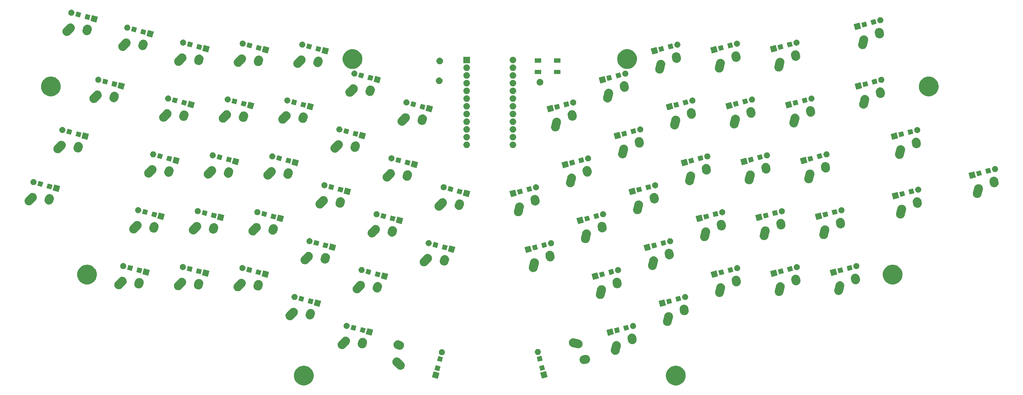
<source format=gbs>
G04 #@! TF.GenerationSoftware,KiCad,Pcbnew,(6.0.0-rc1-dev-557-ge985f797c)*
G04 #@! TF.CreationDate,2018-09-26T16:52:15-05:00*
G04 #@! TF.ProjectId,orgonaut66,6F72676F6E61757436362E6B69636164,2*
G04 #@! TF.SameCoordinates,Original*
G04 #@! TF.FileFunction,Soldermask,Bot*
G04 #@! TF.FilePolarity,Negative*
%FSLAX46Y46*%
G04 Gerber Fmt 4.6, Leading zero omitted, Abs format (unit mm)*
G04 Created by KiCad (PCBNEW (6.0.0-rc1-dev-557-ge985f797c)) date 09/26/18 16:52:15*
%MOMM*%
%LPD*%
G01*
G04 APERTURE LIST*
%ADD10C,0.100000*%
G04 APERTURE END LIST*
D10*
G36*
X284771293Y-182318948D02*
X285085240Y-182381396D01*
X285330231Y-182482875D01*
X285676701Y-182626387D01*
X286209007Y-182982062D01*
X286661688Y-183434743D01*
X287017363Y-183967049D01*
X287160875Y-184313519D01*
X287262354Y-184558510D01*
X287387250Y-185186403D01*
X287387250Y-185826597D01*
X287262354Y-186454490D01*
X287216970Y-186564057D01*
X287017363Y-187045951D01*
X286661688Y-187578257D01*
X286209007Y-188030938D01*
X285676701Y-188386613D01*
X285330231Y-188530125D01*
X285085240Y-188631604D01*
X284457348Y-188756500D01*
X283817152Y-188756500D01*
X283189260Y-188631604D01*
X282944269Y-188530125D01*
X282597799Y-188386613D01*
X282065493Y-188030938D01*
X281612812Y-187578257D01*
X281257137Y-187045951D01*
X281057530Y-186564057D01*
X281012146Y-186454490D01*
X280887250Y-185826597D01*
X280887250Y-185186403D01*
X281012146Y-184558510D01*
X281113625Y-184313519D01*
X281257137Y-183967049D01*
X281612812Y-183434743D01*
X282065493Y-182982062D01*
X282597799Y-182626387D01*
X282944269Y-182482875D01*
X283189260Y-182381396D01*
X283503207Y-182318948D01*
X283817152Y-182256500D01*
X284457348Y-182256500D01*
X284771293Y-182318948D01*
X284771293Y-182318948D01*
G37*
G36*
X162212293Y-182318948D02*
X162526240Y-182381396D01*
X162771231Y-182482875D01*
X163117701Y-182626387D01*
X163650007Y-182982062D01*
X164102688Y-183434743D01*
X164458363Y-183967049D01*
X164601875Y-184313519D01*
X164703354Y-184558510D01*
X164828250Y-185186403D01*
X164828250Y-185826597D01*
X164703354Y-186454490D01*
X164657970Y-186564057D01*
X164458363Y-187045951D01*
X164102688Y-187578257D01*
X163650007Y-188030938D01*
X163117701Y-188386613D01*
X162771231Y-188530125D01*
X162526240Y-188631604D01*
X161898348Y-188756500D01*
X161258152Y-188756500D01*
X160630260Y-188631604D01*
X160385269Y-188530125D01*
X160038799Y-188386613D01*
X159506493Y-188030938D01*
X159053812Y-187578257D01*
X158698137Y-187045951D01*
X158498530Y-186564057D01*
X158453146Y-186454490D01*
X158328250Y-185826597D01*
X158328250Y-185186403D01*
X158453146Y-184558510D01*
X158554625Y-184313519D01*
X158698137Y-183967049D01*
X159053812Y-183434743D01*
X159506493Y-182982062D01*
X160038799Y-182626387D01*
X160385269Y-182482875D01*
X160630260Y-182381396D01*
X160944207Y-182318948D01*
X161258152Y-182256500D01*
X161898348Y-182256500D01*
X162212293Y-182318948D01*
X162212293Y-182318948D01*
G37*
G36*
X206257896Y-184632205D02*
X205740258Y-186564057D01*
X203808406Y-186046419D01*
X204326044Y-184114567D01*
X206257896Y-184632205D01*
X206257896Y-184632205D01*
G37*
G36*
X241929825Y-185949262D02*
X239997973Y-186466900D01*
X239480335Y-184535048D01*
X241412187Y-184017410D01*
X241929825Y-185949262D01*
X241929825Y-185949262D01*
G37*
G36*
X205395818Y-182201250D02*
X206614701Y-182527848D01*
X206614701Y-182527849D01*
X206577862Y-182665333D01*
X206200591Y-184073330D01*
X206200590Y-184073330D01*
X205803941Y-183967048D01*
X204655109Y-183659220D01*
X204680707Y-183563688D01*
X204853335Y-182919430D01*
X205069219Y-182113738D01*
X205069220Y-182113738D01*
X205395818Y-182201250D01*
X205395818Y-182201250D01*
G37*
G36*
X240910929Y-182919430D02*
X241057605Y-183466830D01*
X241083122Y-183562063D01*
X239864239Y-183888661D01*
X239537641Y-183976173D01*
X239537640Y-183976173D01*
X239211042Y-182757290D01*
X239123530Y-182430692D01*
X239123530Y-182430691D01*
X240342413Y-182104093D01*
X240669011Y-182016581D01*
X240669012Y-182016581D01*
X240910929Y-182919430D01*
X240910929Y-182919430D01*
G37*
G36*
X192272838Y-179519971D02*
X192462621Y-179535490D01*
X192737283Y-179613860D01*
X192991380Y-179744307D01*
X193159076Y-179877341D01*
X194312545Y-180993181D01*
X194461749Y-181137518D01*
X194565634Y-181259907D01*
X194600264Y-181300705D01*
X194694035Y-181469352D01*
X194739064Y-181550337D01*
X194826496Y-181822248D01*
X194826496Y-181822250D01*
X194859201Y-182105996D01*
X194835922Y-182390671D01*
X194757552Y-182665333D01*
X194627105Y-182919430D01*
X194449591Y-183143195D01*
X194231834Y-183328030D01*
X194039905Y-183434746D01*
X193982202Y-183466830D01*
X193710291Y-183554262D01*
X193568416Y-183570614D01*
X193426543Y-183586967D01*
X193426541Y-183586967D01*
X193331651Y-183579207D01*
X193141868Y-183563688D01*
X192867206Y-183485318D01*
X192613109Y-183354871D01*
X192445413Y-183221837D01*
X191142747Y-181961666D01*
X191004226Y-181798472D01*
X190865426Y-181548840D01*
X190839867Y-181469352D01*
X190777994Y-181276929D01*
X190753718Y-181066309D01*
X190745289Y-180993181D01*
X190768568Y-180708507D01*
X190846938Y-180433845D01*
X190977385Y-180179748D01*
X191154899Y-179955983D01*
X191372656Y-179771148D01*
X191622288Y-179632348D01*
X191679779Y-179613862D01*
X191894199Y-179544916D01*
X192036074Y-179528563D01*
X192177947Y-179512211D01*
X192177949Y-179512211D01*
X192272838Y-179519971D01*
X192272838Y-179519971D01*
G37*
G36*
X254723803Y-178717664D02*
X254747709Y-178720082D01*
X254868247Y-178756992D01*
X255020815Y-178803710D01*
X255020817Y-178803711D01*
X255272359Y-178939011D01*
X255492674Y-179120786D01*
X255492676Y-179120789D01*
X255673295Y-179342053D01*
X255807278Y-179594303D01*
X255889474Y-179867846D01*
X255916726Y-180152168D01*
X255887985Y-180436343D01*
X255804357Y-180709450D01*
X255804356Y-180709453D01*
X255669056Y-180960994D01*
X255487281Y-181181308D01*
X255487279Y-181181309D01*
X255487278Y-181181311D01*
X255266014Y-181361930D01*
X255013764Y-181495913D01*
X254808763Y-181557513D01*
X254099828Y-181696600D01*
X253886750Y-181717023D01*
X253628674Y-181690922D01*
X253602573Y-181688282D01*
X253482035Y-181651372D01*
X253329467Y-181604654D01*
X253241825Y-181557513D01*
X253077923Y-181469353D01*
X252857609Y-181287578D01*
X252857608Y-181287576D01*
X252857606Y-181287575D01*
X252676987Y-181066311D01*
X252543004Y-180814061D01*
X252460808Y-180540518D01*
X252433556Y-180256197D01*
X252462297Y-179972021D01*
X252491290Y-179877339D01*
X252545926Y-179698912D01*
X252681226Y-179447370D01*
X252863001Y-179227056D01*
X252863003Y-179227055D01*
X252863004Y-179227053D01*
X253084268Y-179046434D01*
X253336518Y-178912451D01*
X253541519Y-178850851D01*
X254250453Y-178711765D01*
X254463532Y-178691341D01*
X254723803Y-178717664D01*
X254723803Y-178717664D01*
G37*
G36*
X206070046Y-179120789D02*
X207429981Y-179485182D01*
X207429981Y-179485183D01*
X207390548Y-179632348D01*
X207015871Y-181030664D01*
X207015870Y-181030664D01*
X206653276Y-180933507D01*
X205470389Y-180616554D01*
X205884499Y-179071072D01*
X205884500Y-179071072D01*
X206070046Y-179120789D01*
X206070046Y-179120789D01*
G37*
G36*
X240116876Y-179955983D02*
X240244919Y-180433845D01*
X240267842Y-180519397D01*
X239168139Y-180814061D01*
X238722361Y-180933507D01*
X238722360Y-180933507D01*
X238308250Y-179388025D01*
X239583091Y-179046433D01*
X239853731Y-178973915D01*
X239853732Y-178973915D01*
X240116876Y-179955983D01*
X240116876Y-179955983D01*
G37*
G36*
X207227709Y-176820462D02*
X207343628Y-176843519D01*
X207525617Y-176918901D01*
X207689402Y-177028339D01*
X207828690Y-177167627D01*
X207938128Y-177331412D01*
X208013510Y-177513401D01*
X208036567Y-177629320D01*
X208051300Y-177703383D01*
X208051939Y-177706599D01*
X208051939Y-177903581D01*
X208013510Y-178096779D01*
X207938128Y-178278768D01*
X207828690Y-178442553D01*
X207689402Y-178581841D01*
X207525617Y-178691279D01*
X207343628Y-178766661D01*
X207227709Y-178789718D01*
X207150432Y-178805090D01*
X206953446Y-178805090D01*
X206876169Y-178789718D01*
X206760250Y-178766661D01*
X206578261Y-178691279D01*
X206414476Y-178581841D01*
X206275188Y-178442553D01*
X206165750Y-178278768D01*
X206090368Y-178096779D01*
X206051939Y-177903581D01*
X206051939Y-177706599D01*
X206052579Y-177703383D01*
X206067311Y-177629320D01*
X206090368Y-177513401D01*
X206165750Y-177331412D01*
X206275188Y-177167627D01*
X206414476Y-177028339D01*
X206578261Y-176918901D01*
X206760250Y-176843519D01*
X206876169Y-176820462D01*
X206953446Y-176805090D01*
X207150432Y-176805090D01*
X207227709Y-176820462D01*
X207227709Y-176820462D01*
G37*
G36*
X238862062Y-176723305D02*
X238977981Y-176746362D01*
X239159970Y-176821744D01*
X239323755Y-176931182D01*
X239463043Y-177070470D01*
X239572481Y-177234255D01*
X239647863Y-177416244D01*
X239686292Y-177609442D01*
X239686292Y-177806424D01*
X239647863Y-177999622D01*
X239572481Y-178181611D01*
X239463043Y-178345396D01*
X239323755Y-178484684D01*
X239159970Y-178594122D01*
X238977981Y-178669504D01*
X238862062Y-178692561D01*
X238784785Y-178707933D01*
X238587799Y-178707933D01*
X238510522Y-178692561D01*
X238394603Y-178669504D01*
X238212614Y-178594122D01*
X238048829Y-178484684D01*
X237909541Y-178345396D01*
X237800103Y-178181611D01*
X237724721Y-177999622D01*
X237686292Y-177806424D01*
X237686292Y-177609442D01*
X237724721Y-177416244D01*
X237800103Y-177234255D01*
X237909541Y-177070470D01*
X238048829Y-176931182D01*
X238212614Y-176821744D01*
X238394603Y-176746362D01*
X238510522Y-176723305D01*
X238587799Y-176707933D01*
X238784785Y-176707933D01*
X238862062Y-176723305D01*
X238862062Y-176723305D01*
G37*
G36*
X264809484Y-174157842D02*
X264950755Y-174178765D01*
X265052536Y-174215159D01*
X265219705Y-174274931D01*
X265332714Y-174342633D01*
X265464724Y-174421717D01*
X265464727Y-174421719D01*
X265464726Y-174421719D01*
X265676401Y-174613486D01*
X265846597Y-174842866D01*
X265968775Y-175101041D01*
X266033978Y-175361108D01*
X266038236Y-175378090D01*
X266052313Y-175663368D01*
X266025821Y-175842237D01*
X266020951Y-175875114D01*
X265610960Y-177513401D01*
X265580943Y-177633345D01*
X265554751Y-177706597D01*
X265508875Y-177834899D01*
X265459946Y-177916573D01*
X265362089Y-178079918D01*
X265362087Y-178079920D01*
X265170320Y-178291595D01*
X264940941Y-178461792D01*
X264682766Y-178583969D01*
X264544241Y-178618700D01*
X264405717Y-178653430D01*
X264120439Y-178667507D01*
X263837897Y-178625659D01*
X263568947Y-178529493D01*
X263455939Y-178461792D01*
X263323928Y-178382707D01*
X263112251Y-178190938D01*
X262942054Y-177961559D01*
X262819877Y-177703384D01*
X262750416Y-177426334D01*
X262736339Y-177141057D01*
X262767701Y-176929312D01*
X263145142Y-175421091D01*
X263207709Y-175171079D01*
X263279777Y-174969526D01*
X263279777Y-174969525D01*
X263426564Y-174724505D01*
X263618332Y-174512829D01*
X263847711Y-174342633D01*
X264105886Y-174220456D01*
X264161424Y-174206532D01*
X264382934Y-174150994D01*
X264525573Y-174143956D01*
X264668212Y-174136917D01*
X264809484Y-174157842D01*
X264809484Y-174157842D01*
G37*
G36*
X192551072Y-173886745D02*
X192787133Y-173895091D01*
X192995466Y-173944243D01*
X192995469Y-173944244D01*
X193678969Y-174178257D01*
X193678977Y-174178261D01*
X193678978Y-174178261D01*
X193873710Y-174267109D01*
X193873712Y-174267110D01*
X194105445Y-174434087D01*
X194300149Y-174643064D01*
X194450344Y-174886012D01*
X194550255Y-175153592D01*
X194595249Y-175430625D01*
X194596044Y-175435521D01*
X194585952Y-175720968D01*
X194533126Y-175944874D01*
X194520364Y-175998965D01*
X194443970Y-176166401D01*
X194401805Y-176258818D01*
X194234827Y-176490551D01*
X194025850Y-176685255D01*
X193927005Y-176746362D01*
X193782902Y-176835449D01*
X193515322Y-176935361D01*
X193233393Y-176981149D01*
X193233392Y-176981149D01*
X192947945Y-176971057D01*
X192739609Y-176921904D01*
X192056111Y-176687890D01*
X192056105Y-176687888D01*
X191935796Y-176632996D01*
X191861367Y-176599038D01*
X191629634Y-176432061D01*
X191434930Y-176223084D01*
X191284736Y-175980136D01*
X191220567Y-175808280D01*
X191184824Y-175712555D01*
X191139036Y-175430626D01*
X191149128Y-175145180D01*
X191199887Y-174930038D01*
X191214715Y-174867187D01*
X191214716Y-174867183D01*
X191303837Y-174671851D01*
X191333275Y-174607330D01*
X191500252Y-174375597D01*
X191709229Y-174180893D01*
X191952177Y-174030699D01*
X192059385Y-173990669D01*
X192219758Y-173930787D01*
X192501687Y-173884999D01*
X192501688Y-173884999D01*
X192551072Y-173886745D01*
X192551072Y-173886745D01*
G37*
G36*
X175417250Y-172687616D02*
X175607033Y-172703135D01*
X175881695Y-172781505D01*
X176135792Y-172911952D01*
X176359557Y-173089466D01*
X176544392Y-173307223D01*
X176638133Y-173475816D01*
X176683192Y-173556855D01*
X176770624Y-173828766D01*
X176779608Y-173906714D01*
X176801712Y-174098482D01*
X176803329Y-174112516D01*
X176800182Y-174150994D01*
X176780050Y-174397189D01*
X176701680Y-174671851D01*
X176571233Y-174925948D01*
X176438199Y-175093644D01*
X175178028Y-176396310D01*
X175014834Y-176534831D01*
X174765202Y-176673631D01*
X174493291Y-176761063D01*
X174351416Y-176777415D01*
X174209543Y-176793768D01*
X174209541Y-176793768D01*
X174114652Y-176786008D01*
X173924869Y-176770489D01*
X173650207Y-176692119D01*
X173396110Y-176561672D01*
X173172345Y-176384158D01*
X172987510Y-176166401D01*
X172848710Y-175916769D01*
X172813826Y-175808280D01*
X172761278Y-175644858D01*
X172736586Y-175430626D01*
X172728573Y-175361110D01*
X172751852Y-175076436D01*
X172830222Y-174801774D01*
X172960669Y-174547677D01*
X173093703Y-174379981D01*
X174353874Y-173077314D01*
X174353880Y-173077308D01*
X174517065Y-172938795D01*
X174517067Y-172938793D01*
X174766699Y-172799993D01*
X174824190Y-172781507D01*
X175038610Y-172712561D01*
X175180485Y-172696209D01*
X175322358Y-172679856D01*
X175322360Y-172679856D01*
X175417250Y-172687616D01*
X175417250Y-172687616D01*
G37*
G36*
X250646325Y-173247850D02*
X250646326Y-173247850D01*
X250646331Y-173247851D01*
X251557250Y-173475814D01*
X252404564Y-173687859D01*
X252543196Y-173737429D01*
X252606118Y-173759927D01*
X252851138Y-173906714D01*
X253062814Y-174098482D01*
X253233010Y-174327861D01*
X253355187Y-174586036D01*
X253362069Y-174613486D01*
X253424649Y-174863084D01*
X253429901Y-174969525D01*
X253438726Y-175148362D01*
X253417802Y-175289633D01*
X253396878Y-175430905D01*
X253360484Y-175532686D01*
X253300712Y-175699855D01*
X253235757Y-175808279D01*
X253153926Y-175944874D01*
X253153924Y-175944876D01*
X252962157Y-176156551D01*
X252732777Y-176326747D01*
X252474602Y-176448925D01*
X252197553Y-176518386D01*
X251912275Y-176532463D01*
X251700535Y-176501102D01*
X251700534Y-176501102D01*
X251700529Y-176501101D01*
X249942302Y-176061094D01*
X249942298Y-176061093D01*
X249861457Y-176032187D01*
X249740744Y-175989025D01*
X249620133Y-175916769D01*
X249495725Y-175842239D01*
X249284048Y-175650470D01*
X249279884Y-175644858D01*
X249113851Y-175421091D01*
X248991674Y-175162916D01*
X248943188Y-174969525D01*
X248922213Y-174885867D01*
X248908136Y-174600589D01*
X248949984Y-174318047D01*
X248968197Y-174267110D01*
X249046150Y-174049097D01*
X249117027Y-173930788D01*
X249192936Y-173804078D01*
X249384705Y-173592401D01*
X249422710Y-173564202D01*
X249614084Y-173422204D01*
X249872259Y-173300027D01*
X250010784Y-173265297D01*
X250149308Y-173230566D01*
X250434586Y-173216489D01*
X250646325Y-173247850D01*
X250646325Y-173247850D01*
G37*
G36*
X181170360Y-173083695D02*
X181448353Y-173149282D01*
X181448357Y-173149283D01*
X181601826Y-173219304D01*
X181708210Y-173267842D01*
X181939943Y-173434820D01*
X182134647Y-173643797D01*
X182162525Y-173688892D01*
X182284841Y-173886745D01*
X182384753Y-174154325D01*
X182421402Y-174379984D01*
X182430541Y-174436255D01*
X182420449Y-174721702D01*
X182371296Y-174930038D01*
X182199906Y-175430626D01*
X182137280Y-175613542D01*
X182092105Y-175712555D01*
X182048430Y-175808280D01*
X181881453Y-176040013D01*
X181672476Y-176234717D01*
X181429528Y-176384911D01*
X181398999Y-176396310D01*
X181161947Y-176484823D01*
X180880018Y-176530611D01*
X180880017Y-176530611D01*
X180594572Y-176520519D01*
X180316579Y-176454932D01*
X180316575Y-176454931D01*
X180136993Y-176372996D01*
X180056722Y-176336372D01*
X179824989Y-176169395D01*
X179630285Y-175960418D01*
X179480091Y-175717470D01*
X179441283Y-175613536D01*
X179380179Y-175449889D01*
X179334391Y-175167960D01*
X179344483Y-174882514D01*
X179393635Y-174674181D01*
X179414415Y-174613487D01*
X179627649Y-173990678D01*
X179716502Y-173795935D01*
X179883479Y-173564202D01*
X180092456Y-173369498D01*
X180335404Y-173219303D01*
X180602984Y-173119392D01*
X180884912Y-173073603D01*
X180884913Y-173073603D01*
X181170360Y-173083695D01*
X181170360Y-173083695D01*
G37*
G36*
X269932288Y-171685240D02*
X269956194Y-171687658D01*
X270076732Y-171724568D01*
X270229300Y-171771286D01*
X270229302Y-171771287D01*
X270480844Y-171906587D01*
X270701158Y-172088362D01*
X270701159Y-172088364D01*
X270701161Y-172088365D01*
X270881780Y-172309629D01*
X271015763Y-172561879D01*
X271077363Y-172766880D01*
X271216449Y-173475814D01*
X271236873Y-173688893D01*
X271214843Y-173906714D01*
X271208132Y-173973070D01*
X271171222Y-174093608D01*
X271126664Y-174239123D01*
X271124503Y-174246178D01*
X270989203Y-174497720D01*
X270807428Y-174718035D01*
X270715584Y-174793007D01*
X270586161Y-174898656D01*
X270333911Y-175032639D01*
X270060368Y-175114835D01*
X269776046Y-175142087D01*
X269491871Y-175113346D01*
X269218764Y-175029718D01*
X269218761Y-175029717D01*
X268967220Y-174894417D01*
X268746906Y-174712642D01*
X268746905Y-174712640D01*
X268746903Y-174712639D01*
X268566284Y-174491375D01*
X268432301Y-174239125D01*
X268370701Y-174034124D01*
X268231614Y-173325189D01*
X268211191Y-173112111D01*
X268239932Y-172827935D01*
X268258628Y-172766880D01*
X268285275Y-172679856D01*
X268323560Y-172554828D01*
X268323561Y-172554826D01*
X268458861Y-172303284D01*
X268640636Y-172082970D01*
X268640638Y-172082969D01*
X268640639Y-172082967D01*
X268861903Y-171902348D01*
X269114153Y-171768365D01*
X269387696Y-171686169D01*
X269672017Y-171658917D01*
X269932288Y-171685240D01*
X269932288Y-171685240D01*
G37*
G36*
X263728820Y-171876890D02*
X261796968Y-172394528D01*
X261279330Y-170462676D01*
X263211182Y-169945038D01*
X263728820Y-171876890D01*
X263728820Y-171876890D01*
G37*
G36*
X184439983Y-170441094D02*
X183922345Y-172372946D01*
X181990493Y-171855308D01*
X182508131Y-169923456D01*
X184439983Y-170441094D01*
X184439983Y-170441094D01*
G37*
G36*
X265729649Y-171133715D02*
X264510766Y-171460313D01*
X264184168Y-171547825D01*
X264184167Y-171547825D01*
X263793808Y-170090984D01*
X263770057Y-170002344D01*
X263770057Y-170002343D01*
X264988940Y-169675745D01*
X265315538Y-169588233D01*
X265315539Y-169588233D01*
X265729649Y-171133715D01*
X265729649Y-171133715D01*
G37*
G36*
X180730373Y-169654163D02*
X181949256Y-169980761D01*
X181949256Y-169980762D01*
X181934138Y-170037184D01*
X181535146Y-171526243D01*
X181535145Y-171526243D01*
X181208547Y-171438731D01*
X179989664Y-171112133D01*
X180403774Y-169566651D01*
X180403775Y-169566651D01*
X180730373Y-169654163D01*
X180730373Y-169654163D01*
G37*
G36*
X268772315Y-170318435D02*
X267553432Y-170645033D01*
X267226834Y-170732545D01*
X267226833Y-170732545D01*
X266881216Y-169442684D01*
X266812723Y-169187064D01*
X266812723Y-169187063D01*
X268031606Y-168860465D01*
X268358204Y-168772953D01*
X268358205Y-168772953D01*
X268772315Y-170318435D01*
X268772315Y-170318435D01*
G37*
G36*
X177687707Y-168838883D02*
X178906590Y-169165481D01*
X178906590Y-169165482D01*
X178838097Y-169421102D01*
X178492480Y-170710963D01*
X178492479Y-170710963D01*
X178165881Y-170623451D01*
X176946998Y-170296853D01*
X177361108Y-168751371D01*
X177361109Y-168751371D01*
X177687707Y-168838883D01*
X177687707Y-168838883D01*
G37*
G36*
X270214067Y-168166367D02*
X270329986Y-168189424D01*
X270511975Y-168264806D01*
X270675760Y-168374244D01*
X270815048Y-168513532D01*
X270924486Y-168677317D01*
X270999868Y-168859306D01*
X271038297Y-169052504D01*
X271038297Y-169249486D01*
X270999868Y-169442684D01*
X270924486Y-169624673D01*
X270815048Y-169788458D01*
X270675760Y-169927746D01*
X270511975Y-170037184D01*
X270329986Y-170112566D01*
X270245289Y-170129413D01*
X270136790Y-170150995D01*
X269939804Y-170150995D01*
X269831305Y-170129413D01*
X269746608Y-170112566D01*
X269564619Y-170037184D01*
X269400834Y-169927746D01*
X269261546Y-169788458D01*
X269152108Y-169624673D01*
X269076726Y-169442684D01*
X269038297Y-169249486D01*
X269038297Y-169052504D01*
X269076726Y-168859306D01*
X269152108Y-168677317D01*
X269261546Y-168513532D01*
X269400834Y-168374244D01*
X269564619Y-168264806D01*
X269746608Y-168189424D01*
X269862527Y-168166367D01*
X269939804Y-168150995D01*
X270136790Y-168150995D01*
X270214067Y-168166367D01*
X270214067Y-168166367D01*
G37*
G36*
X175856786Y-168144785D02*
X175972705Y-168167842D01*
X176154694Y-168243224D01*
X176318479Y-168352662D01*
X176457767Y-168491950D01*
X176567205Y-168655735D01*
X176642587Y-168837724D01*
X176646880Y-168859309D01*
X176674621Y-168998769D01*
X176681016Y-169030922D01*
X176681016Y-169227904D01*
X176642587Y-169421102D01*
X176567205Y-169603091D01*
X176457767Y-169766876D01*
X176318479Y-169906164D01*
X176154694Y-170015602D01*
X175972705Y-170090984D01*
X175856786Y-170114041D01*
X175779509Y-170129413D01*
X175582523Y-170129413D01*
X175505246Y-170114041D01*
X175389327Y-170090984D01*
X175207338Y-170015602D01*
X175043553Y-169906164D01*
X174904265Y-169766876D01*
X174794827Y-169603091D01*
X174719445Y-169421102D01*
X174681016Y-169227904D01*
X174681016Y-169030922D01*
X174687412Y-168998769D01*
X174715152Y-168859309D01*
X174719445Y-168837724D01*
X174794827Y-168655735D01*
X174904265Y-168491950D01*
X175043553Y-168352662D01*
X175207338Y-168243224D01*
X175389327Y-168167842D01*
X175505246Y-168144785D01*
X175582523Y-168129413D01*
X175779509Y-168129413D01*
X175856786Y-168144785D01*
X175856786Y-168144785D01*
G37*
G36*
X281977747Y-164627119D02*
X282119018Y-164648042D01*
X282220799Y-164684436D01*
X282387968Y-164744208D01*
X282500977Y-164811910D01*
X282632987Y-164890994D01*
X282632990Y-164890996D01*
X282632989Y-164890996D01*
X282844664Y-165082763D01*
X283014860Y-165312143D01*
X283137038Y-165570318D01*
X283206499Y-165847367D01*
X283220576Y-166132645D01*
X283189214Y-166344391D01*
X282750103Y-168099038D01*
X282749206Y-168102622D01*
X282720300Y-168183463D01*
X282677138Y-168304176D01*
X282677137Y-168304177D01*
X282530352Y-168549195D01*
X282530350Y-168549197D01*
X282338583Y-168760872D01*
X282109204Y-168931069D01*
X281851029Y-169053246D01*
X281712504Y-169087976D01*
X281573980Y-169122707D01*
X281288702Y-169136784D01*
X281006160Y-169094936D01*
X280737210Y-168998770D01*
X280624202Y-168931069D01*
X280492191Y-168851984D01*
X280280514Y-168660215D01*
X280277190Y-168655735D01*
X280110317Y-168430836D01*
X279988140Y-168172661D01*
X279918679Y-167895611D01*
X279904602Y-167610334D01*
X279935964Y-167398589D01*
X280306199Y-165919164D01*
X280375972Y-165640356D01*
X280448040Y-165438803D01*
X280448040Y-165438802D01*
X280594827Y-165193782D01*
X280786595Y-164982106D01*
X281015974Y-164811910D01*
X281274149Y-164689733D01*
X281329687Y-164675809D01*
X281551197Y-164620271D01*
X281693836Y-164613233D01*
X281836475Y-164606194D01*
X281977747Y-164627119D01*
X281977747Y-164627119D01*
G37*
G36*
X158248989Y-163156891D02*
X158438772Y-163172410D01*
X158713434Y-163250780D01*
X158967531Y-163381227D01*
X159191296Y-163558741D01*
X159376131Y-163776498D01*
X159447077Y-163904095D01*
X159514931Y-164026130D01*
X159602363Y-164298041D01*
X159609046Y-164356020D01*
X159635068Y-164581789D01*
X159611789Y-164866464D01*
X159533419Y-165141126D01*
X159402972Y-165395223D01*
X159269938Y-165562919D01*
X158009767Y-166865585D01*
X157846573Y-167004106D01*
X157596941Y-167142906D01*
X157325030Y-167230338D01*
X157183155Y-167246690D01*
X157041282Y-167263043D01*
X157041280Y-167263043D01*
X156946391Y-167255283D01*
X156756608Y-167239764D01*
X156481946Y-167161394D01*
X156227849Y-167030947D01*
X156004084Y-166853433D01*
X155819249Y-166635676D01*
X155680449Y-166386044D01*
X155645565Y-166277555D01*
X155593017Y-166114133D01*
X155570545Y-165919164D01*
X155560312Y-165830385D01*
X155583591Y-165545711D01*
X155661961Y-165271049D01*
X155792408Y-165016952D01*
X155925442Y-164849256D01*
X157185613Y-163546589D01*
X157185619Y-163546583D01*
X157348804Y-163408070D01*
X157348806Y-163408068D01*
X157598438Y-163269268D01*
X157655929Y-163250782D01*
X157870349Y-163181836D01*
X158012224Y-163165484D01*
X158154097Y-163149131D01*
X158154099Y-163149131D01*
X158248989Y-163156891D01*
X158248989Y-163156891D01*
G37*
G36*
X164002099Y-163552970D02*
X164280092Y-163618557D01*
X164280096Y-163618558D01*
X164433565Y-163688579D01*
X164539949Y-163737117D01*
X164771682Y-163904095D01*
X164966386Y-164113072D01*
X164994266Y-164158170D01*
X165116580Y-164356020D01*
X165216492Y-164623600D01*
X165262280Y-164905529D01*
X165262280Y-164905530D01*
X165252188Y-165190977D01*
X165203035Y-165399313D01*
X165055446Y-165830385D01*
X164969019Y-166082817D01*
X164921602Y-166186744D01*
X164880169Y-166277555D01*
X164713192Y-166509288D01*
X164504215Y-166703992D01*
X164261267Y-166854186D01*
X164230738Y-166865585D01*
X163993686Y-166954098D01*
X163711757Y-166999886D01*
X163711756Y-166999886D01*
X163426311Y-166989794D01*
X163148318Y-166924207D01*
X163148314Y-166924206D01*
X162968732Y-166842271D01*
X162888461Y-166805647D01*
X162656728Y-166638670D01*
X162462024Y-166429693D01*
X162311830Y-166186745D01*
X162273022Y-166082811D01*
X162211918Y-165919164D01*
X162166130Y-165637235D01*
X162171018Y-165498995D01*
X162176222Y-165351789D01*
X162195271Y-165271049D01*
X162225374Y-165143456D01*
X162285789Y-164966997D01*
X162459388Y-164459953D01*
X162548241Y-164265210D01*
X162715218Y-164033477D01*
X162924195Y-163838773D01*
X162995864Y-163794466D01*
X163167143Y-163688578D01*
X163434723Y-163588667D01*
X163716651Y-163542878D01*
X163716652Y-163542878D01*
X164002099Y-163552970D01*
X164002099Y-163552970D01*
G37*
G36*
X287100551Y-162154517D02*
X287124457Y-162156935D01*
X287244995Y-162193845D01*
X287397563Y-162240563D01*
X287397565Y-162240564D01*
X287649107Y-162375864D01*
X287869421Y-162557639D01*
X287869422Y-162557641D01*
X287869424Y-162557642D01*
X288050043Y-162778906D01*
X288184026Y-163031156D01*
X288245626Y-163236157D01*
X288384712Y-163945091D01*
X288405136Y-164158170D01*
X288385126Y-164356019D01*
X288376395Y-164442347D01*
X288357698Y-164503407D01*
X288294927Y-164708400D01*
X288292766Y-164715455D01*
X288157466Y-164966997D01*
X287975691Y-165187312D01*
X287883847Y-165262284D01*
X287754424Y-165367933D01*
X287502174Y-165501916D01*
X287228631Y-165584112D01*
X286944309Y-165611364D01*
X286660134Y-165582623D01*
X286387027Y-165498995D01*
X286387024Y-165498994D01*
X286135483Y-165363694D01*
X285915169Y-165181919D01*
X285915168Y-165181917D01*
X285915166Y-165181916D01*
X285734547Y-164960652D01*
X285600564Y-164708402D01*
X285538964Y-164503401D01*
X285399877Y-163794466D01*
X285379454Y-163581388D01*
X285408195Y-163297212D01*
X285416752Y-163269268D01*
X285453539Y-163149131D01*
X285491823Y-163024105D01*
X285589655Y-162842222D01*
X285627124Y-162772561D01*
X285808899Y-162552247D01*
X285808901Y-162552246D01*
X285808902Y-162552244D01*
X286030166Y-162371625D01*
X286282416Y-162237642D01*
X286555959Y-162155446D01*
X286840280Y-162128194D01*
X287100551Y-162154517D01*
X287100551Y-162154517D01*
G37*
G36*
X280897081Y-162346165D02*
X278965229Y-162863803D01*
X278447591Y-160931951D01*
X280379443Y-160414313D01*
X280897081Y-162346165D01*
X280897081Y-162346165D01*
G37*
G36*
X167271722Y-160910370D02*
X166754084Y-162842222D01*
X164822232Y-162324584D01*
X165339870Y-160392732D01*
X167271722Y-160910370D01*
X167271722Y-160910370D01*
G37*
G36*
X282712323Y-160910370D02*
X282892128Y-161581409D01*
X282897910Y-161602990D01*
X281679027Y-161929588D01*
X281352429Y-162017100D01*
X281352428Y-162017100D01*
X280978149Y-160620270D01*
X280938318Y-160471619D01*
X280938318Y-160471618D01*
X282218462Y-160128605D01*
X282483799Y-160057508D01*
X282483800Y-160057508D01*
X282712323Y-160910370D01*
X282712323Y-160910370D01*
G37*
G36*
X163452051Y-160093948D02*
X164780995Y-160450037D01*
X164780995Y-160450038D01*
X164765877Y-160506459D01*
X164366885Y-161995519D01*
X164366884Y-161995519D01*
X164040286Y-161908007D01*
X162821403Y-161581409D01*
X163235513Y-160035927D01*
X163235514Y-160035927D01*
X163452051Y-160093948D01*
X163452051Y-160093948D01*
G37*
G36*
X285830108Y-160375436D02*
X285934794Y-160766129D01*
X285940576Y-160787710D01*
X284721693Y-161114308D01*
X284395095Y-161201820D01*
X284395094Y-161201820D01*
X284049477Y-159911959D01*
X283980984Y-159656339D01*
X283980984Y-159656338D01*
X285199867Y-159329740D01*
X285526465Y-159242228D01*
X285526466Y-159242228D01*
X285830108Y-160375436D01*
X285830108Y-160375436D01*
G37*
G36*
X160519446Y-159308159D02*
X161738329Y-159634757D01*
X161738329Y-159634758D01*
X161669836Y-159890378D01*
X161324219Y-161180239D01*
X161324218Y-161180239D01*
X160997620Y-161092727D01*
X159778737Y-160766129D01*
X160192847Y-159220647D01*
X160192848Y-159220647D01*
X160519446Y-159308159D01*
X160519446Y-159308159D01*
G37*
G36*
X287382328Y-158635642D02*
X287498247Y-158658699D01*
X287680236Y-158734081D01*
X287844021Y-158843519D01*
X287983309Y-158982807D01*
X288092747Y-159146592D01*
X288168129Y-159328581D01*
X288182403Y-159400343D01*
X288202266Y-159500198D01*
X288206558Y-159521779D01*
X288206558Y-159718761D01*
X288168129Y-159911959D01*
X288092747Y-160093948D01*
X287983309Y-160257733D01*
X287844021Y-160397021D01*
X287680236Y-160506459D01*
X287498247Y-160581841D01*
X287413545Y-160598689D01*
X287305051Y-160620270D01*
X287108065Y-160620270D01*
X286999571Y-160598689D01*
X286914869Y-160581841D01*
X286732880Y-160506459D01*
X286569095Y-160397021D01*
X286429807Y-160257733D01*
X286320369Y-160093948D01*
X286244987Y-159911959D01*
X286206558Y-159718761D01*
X286206558Y-159521779D01*
X286210851Y-159500198D01*
X286230713Y-159400343D01*
X286244987Y-159328581D01*
X286320369Y-159146592D01*
X286429807Y-158982807D01*
X286569095Y-158843519D01*
X286732880Y-158734081D01*
X286914869Y-158658699D01*
X287030788Y-158635642D01*
X287108065Y-158620270D01*
X287305051Y-158620270D01*
X287382328Y-158635642D01*
X287382328Y-158635642D01*
G37*
G36*
X158688525Y-158614061D02*
X158804444Y-158637118D01*
X158986433Y-158712500D01*
X159150218Y-158821938D01*
X159289506Y-158961226D01*
X159398944Y-159125011D01*
X159474326Y-159307000D01*
X159478619Y-159328584D01*
X159512755Y-159500196D01*
X159512755Y-159697182D01*
X159508462Y-159718763D01*
X159474326Y-159890378D01*
X159398944Y-160072367D01*
X159289506Y-160236152D01*
X159150218Y-160375440D01*
X158986433Y-160484878D01*
X158804444Y-160560260D01*
X158688525Y-160583317D01*
X158611248Y-160598689D01*
X158414262Y-160598689D01*
X158336985Y-160583317D01*
X158221066Y-160560260D01*
X158039077Y-160484878D01*
X157875292Y-160375440D01*
X157736004Y-160236152D01*
X157626566Y-160072367D01*
X157551184Y-159890378D01*
X157517048Y-159718763D01*
X157512755Y-159697182D01*
X157512755Y-159500196D01*
X157546891Y-159328584D01*
X157551184Y-159307000D01*
X157626566Y-159125011D01*
X157736004Y-158961226D01*
X157875292Y-158821938D01*
X158039077Y-158712500D01*
X158221066Y-158637118D01*
X158336985Y-158614061D01*
X158414262Y-158598689D01*
X158611248Y-158598689D01*
X158688525Y-158614061D01*
X158688525Y-158614061D01*
G37*
G36*
X259878984Y-155756955D02*
X260020255Y-155777878D01*
X260122036Y-155814272D01*
X260289205Y-155874044D01*
X260402214Y-155941746D01*
X260534224Y-156020830D01*
X260546770Y-156032196D01*
X260745901Y-156212599D01*
X260916097Y-156441979D01*
X261038275Y-156700154D01*
X261107736Y-156977203D01*
X261121813Y-157262481D01*
X261090451Y-157474227D01*
X260676211Y-159129490D01*
X260650443Y-159232458D01*
X260623789Y-159307000D01*
X260578375Y-159434012D01*
X260578374Y-159434013D01*
X260431589Y-159679031D01*
X260395594Y-159718763D01*
X260239820Y-159890708D01*
X260010441Y-160060905D01*
X259752266Y-160183082D01*
X259613741Y-160217812D01*
X259475217Y-160252543D01*
X259189939Y-160266620D01*
X258907397Y-160224772D01*
X258638447Y-160128606D01*
X258525439Y-160060905D01*
X258393428Y-159981820D01*
X258181751Y-159790051D01*
X258011554Y-159560672D01*
X257889377Y-159302497D01*
X257819916Y-159025447D01*
X257805839Y-158740170D01*
X257831068Y-158569830D01*
X257837200Y-158528431D01*
X257837200Y-158528430D01*
X257837201Y-158528425D01*
X258166480Y-157212656D01*
X258277209Y-156770192D01*
X258349277Y-156568639D01*
X258349277Y-156568638D01*
X258496064Y-156323618D01*
X258687832Y-156111942D01*
X258917211Y-155941746D01*
X259175386Y-155819569D01*
X259230924Y-155805645D01*
X259452434Y-155750107D01*
X259595073Y-155743069D01*
X259737712Y-155736030D01*
X259878984Y-155756955D01*
X259878984Y-155756955D01*
G37*
G36*
X299146007Y-155096394D02*
X299287278Y-155117317D01*
X299389059Y-155153711D01*
X299556228Y-155213483D01*
X299680621Y-155288005D01*
X299801247Y-155360269D01*
X299834760Y-155390630D01*
X300012924Y-155552038D01*
X300183120Y-155781418D01*
X300305298Y-156039593D01*
X300350982Y-156221806D01*
X300374759Y-156316642D01*
X300388836Y-156601920D01*
X300357600Y-156812819D01*
X300357474Y-156813666D01*
X299968091Y-158369603D01*
X299917466Y-158571897D01*
X299888560Y-158652738D01*
X299845398Y-158773451D01*
X299816350Y-158821938D01*
X299698612Y-159018470D01*
X299698610Y-159018472D01*
X299506843Y-159230147D01*
X299277464Y-159400344D01*
X299019289Y-159522521D01*
X298880764Y-159557251D01*
X298742240Y-159591982D01*
X298456962Y-159606059D01*
X298174420Y-159564211D01*
X298164520Y-159560671D01*
X297905470Y-159468045D01*
X297792462Y-159400344D01*
X297660451Y-159321259D01*
X297448774Y-159129490D01*
X297404679Y-159070062D01*
X297278577Y-158900111D01*
X297156400Y-158641936D01*
X297093958Y-158392882D01*
X297086939Y-158364887D01*
X297072862Y-158079609D01*
X297104223Y-157867870D01*
X297104223Y-157867869D01*
X297104224Y-157867864D01*
X297425667Y-156583408D01*
X297544232Y-156109631D01*
X297594778Y-155968269D01*
X297616300Y-155908077D01*
X297763087Y-155663057D01*
X297954855Y-155451381D01*
X298184234Y-155281185D01*
X298442409Y-155159008D01*
X298497947Y-155145084D01*
X298719457Y-155089546D01*
X298862096Y-155082508D01*
X299004735Y-155075469D01*
X299146007Y-155096394D01*
X299146007Y-155096394D01*
G37*
G36*
X318779521Y-154766112D02*
X318920793Y-154787036D01*
X319008558Y-154818418D01*
X319189743Y-154883202D01*
X319345572Y-154976556D01*
X319434762Y-155029988D01*
X319450807Y-155044524D01*
X319646439Y-155221757D01*
X319816635Y-155451137D01*
X319938813Y-155709312D01*
X319992350Y-155922848D01*
X320008274Y-155986361D01*
X320022351Y-156271639D01*
X319996765Y-156444391D01*
X319990989Y-156483385D01*
X319591524Y-158079609D01*
X319550981Y-158241616D01*
X319522075Y-158322457D01*
X319478913Y-158443170D01*
X319478912Y-158443171D01*
X319332127Y-158688189D01*
X319332125Y-158688191D01*
X319140358Y-158899866D01*
X318910979Y-159070063D01*
X318652804Y-159192240D01*
X318539501Y-159220647D01*
X318375755Y-159261701D01*
X318090477Y-159275778D01*
X317807935Y-159233930D01*
X317770786Y-159220647D01*
X317538985Y-159137764D01*
X317425977Y-159070063D01*
X317293966Y-158990978D01*
X317082289Y-158799209D01*
X317038194Y-158739781D01*
X316912092Y-158569830D01*
X316789915Y-158311655D01*
X316720454Y-158034605D01*
X316706377Y-157749328D01*
X316722699Y-157639126D01*
X316737738Y-157537589D01*
X316737738Y-157537588D01*
X316737739Y-157537583D01*
X317062865Y-156238408D01*
X317177747Y-155779350D01*
X317228293Y-155637988D01*
X317249815Y-155577796D01*
X317396602Y-155332776D01*
X317588370Y-155121100D01*
X317817749Y-154950904D01*
X318075924Y-154828727D01*
X318131462Y-154814803D01*
X318352972Y-154759265D01*
X318495611Y-154752227D01*
X318638250Y-154745188D01*
X318779521Y-154766112D01*
X318779521Y-154766112D01*
G37*
G36*
X338413031Y-154435830D02*
X338554303Y-154456754D01*
X338656084Y-154493148D01*
X338823253Y-154552920D01*
X338947651Y-154627445D01*
X339068272Y-154699706D01*
X339091538Y-154720784D01*
X339279949Y-154891475D01*
X339450145Y-155120855D01*
X339572323Y-155379030D01*
X339637527Y-155639098D01*
X339641784Y-155656079D01*
X339655861Y-155941357D01*
X339630596Y-156111942D01*
X339624499Y-156153103D01*
X339235116Y-157709041D01*
X339184491Y-157911334D01*
X339158769Y-157983271D01*
X339112423Y-158112888D01*
X339112422Y-158112889D01*
X338965637Y-158357907D01*
X338965635Y-158357909D01*
X338773868Y-158569584D01*
X338544489Y-158739781D01*
X338286314Y-158861958D01*
X338147789Y-158896689D01*
X338009265Y-158931419D01*
X337723987Y-158945496D01*
X337441445Y-158903648D01*
X337172495Y-158807482D01*
X337090821Y-158758553D01*
X336927476Y-158660696D01*
X336715799Y-158468927D01*
X336696688Y-158443170D01*
X336545602Y-158239548D01*
X336423425Y-157981373D01*
X336353964Y-157704323D01*
X336345737Y-157537589D01*
X336339887Y-157419046D01*
X336371248Y-157207307D01*
X336371248Y-157207306D01*
X336371249Y-157207301D01*
X336696387Y-155908078D01*
X336811257Y-155449068D01*
X336871286Y-155281185D01*
X336883325Y-155247514D01*
X337030112Y-155002494D01*
X337221880Y-154790818D01*
X337451259Y-154620622D01*
X337709434Y-154498445D01*
X337764972Y-154484521D01*
X337986482Y-154428983D01*
X338129121Y-154421945D01*
X338271760Y-154414906D01*
X338413031Y-154435830D01*
X338413031Y-154435830D01*
G37*
G36*
X180347751Y-154286730D02*
X180537534Y-154302249D01*
X180812196Y-154380619D01*
X181066293Y-154511066D01*
X181290058Y-154688580D01*
X181290059Y-154688581D01*
X181329026Y-154734489D01*
X181474893Y-154906337D01*
X181585138Y-155104613D01*
X181613693Y-155155969D01*
X181701125Y-155427880D01*
X181713852Y-155538304D01*
X181728232Y-155663057D01*
X181733830Y-155711630D01*
X181728412Y-155777879D01*
X181710551Y-155996303D01*
X181632181Y-156270965D01*
X181501734Y-156525062D01*
X181368700Y-156692758D01*
X180108529Y-157995424D01*
X179945335Y-158133945D01*
X179695703Y-158272745D01*
X179423792Y-158360177D01*
X179281917Y-158376529D01*
X179140044Y-158392882D01*
X179140042Y-158392882D01*
X179045153Y-158385122D01*
X178855370Y-158369603D01*
X178580708Y-158291233D01*
X178326611Y-158160786D01*
X178102846Y-157983272D01*
X177918011Y-157765515D01*
X177779211Y-157515883D01*
X177760943Y-157459071D01*
X177691779Y-157243972D01*
X177661031Y-156977203D01*
X177659074Y-156960224D01*
X177659778Y-156951621D01*
X177674247Y-156774673D01*
X177682353Y-156675550D01*
X177760723Y-156400888D01*
X177891170Y-156146791D01*
X178024204Y-155979095D01*
X179284375Y-154676428D01*
X179284381Y-154676422D01*
X179447566Y-154537909D01*
X179447568Y-154537907D01*
X179697200Y-154399107D01*
X179754691Y-154380621D01*
X179969111Y-154311675D01*
X180110986Y-154295323D01*
X180252859Y-154278970D01*
X180252861Y-154278970D01*
X180347751Y-154286730D01*
X180347751Y-154286730D01*
G37*
G36*
X186100861Y-154682809D02*
X186365261Y-154745189D01*
X186378858Y-154748397D01*
X186532327Y-154818418D01*
X186638711Y-154866956D01*
X186870444Y-155033934D01*
X187065148Y-155242911D01*
X187111900Y-155318536D01*
X187215342Y-155485859D01*
X187315254Y-155753439D01*
X187354697Y-155996299D01*
X187361042Y-156035369D01*
X187350950Y-156320816D01*
X187301797Y-156529152D01*
X187154208Y-156960224D01*
X187067781Y-157212656D01*
X187027753Y-157300387D01*
X186978931Y-157407394D01*
X186811954Y-157639127D01*
X186602977Y-157833831D01*
X186360029Y-157984025D01*
X186329500Y-157995424D01*
X186092448Y-158083937D01*
X185810519Y-158129725D01*
X185810518Y-158129725D01*
X185525073Y-158119633D01*
X185247080Y-158054046D01*
X185247076Y-158054045D01*
X185067494Y-157972110D01*
X184987223Y-157935486D01*
X184755490Y-157768509D01*
X184560786Y-157559532D01*
X184410592Y-157316584D01*
X184357080Y-157173269D01*
X184310680Y-157049003D01*
X184264892Y-156767074D01*
X184274984Y-156481628D01*
X184324136Y-156273295D01*
X184336080Y-156238408D01*
X184558150Y-155589792D01*
X184575376Y-155552038D01*
X184647002Y-155395051D01*
X184648607Y-155392824D01*
X184813980Y-155163316D01*
X185022957Y-154968612D01*
X185053320Y-154949841D01*
X185265905Y-154818417D01*
X185533485Y-154718506D01*
X185815413Y-154672717D01*
X185815414Y-154672717D01*
X186100861Y-154682809D01*
X186100861Y-154682809D01*
G37*
G36*
X141080726Y-153626168D02*
X141270509Y-153641687D01*
X141545171Y-153720057D01*
X141799268Y-153850504D01*
X142023033Y-154028018D01*
X142023034Y-154028019D01*
X142062001Y-154073927D01*
X142207868Y-154245775D01*
X142314214Y-154437038D01*
X142346668Y-154495407D01*
X142434100Y-154767318D01*
X142443330Y-154847396D01*
X142464376Y-155029988D01*
X142466805Y-155051068D01*
X142461387Y-155117317D01*
X142443526Y-155335741D01*
X142365156Y-155610403D01*
X142234709Y-155864500D01*
X142101675Y-156032196D01*
X140841504Y-157334862D01*
X140678310Y-157473383D01*
X140428678Y-157612183D01*
X140156767Y-157699615D01*
X140014892Y-157715967D01*
X139873019Y-157732320D01*
X139873017Y-157732320D01*
X139778128Y-157724560D01*
X139588345Y-157709041D01*
X139313683Y-157630671D01*
X139059586Y-157500224D01*
X138835821Y-157322710D01*
X138650986Y-157104953D01*
X138512186Y-156855321D01*
X138484813Y-156770192D01*
X138424754Y-156583410D01*
X138405522Y-156416549D01*
X138392049Y-156299662D01*
X138394341Y-156271639D01*
X138409499Y-156086269D01*
X138415328Y-156014988D01*
X138493698Y-155740326D01*
X138624145Y-155486229D01*
X138757179Y-155318533D01*
X140017350Y-154015866D01*
X140017356Y-154015860D01*
X140180541Y-153877347D01*
X140180543Y-153877345D01*
X140430175Y-153738545D01*
X140464021Y-153727662D01*
X140702086Y-153651113D01*
X140843961Y-153634760D01*
X140985834Y-153618408D01*
X140985836Y-153618408D01*
X141080726Y-153626168D01*
X141080726Y-153626168D01*
G37*
G36*
X146833836Y-154022247D02*
X147095947Y-154084087D01*
X147111833Y-154087835D01*
X147280377Y-154164734D01*
X147371686Y-154206394D01*
X147603419Y-154373372D01*
X147798123Y-154582349D01*
X147844875Y-154657974D01*
X147948317Y-154825297D01*
X148048229Y-155092877D01*
X148087191Y-155332776D01*
X148094017Y-155374807D01*
X148083925Y-155660254D01*
X148034772Y-155868590D01*
X147879940Y-156320816D01*
X147800756Y-156552094D01*
X147756869Y-156648283D01*
X147711906Y-156746832D01*
X147544929Y-156978565D01*
X147335952Y-157173269D01*
X147093004Y-157323463D01*
X147062475Y-157334862D01*
X146825423Y-157423375D01*
X146543494Y-157469163D01*
X146543493Y-157469163D01*
X146258048Y-157459071D01*
X145980055Y-157393484D01*
X145980051Y-157393483D01*
X145776007Y-157300387D01*
X145720198Y-157274924D01*
X145488465Y-157107947D01*
X145293761Y-156898970D01*
X145143567Y-156656022D01*
X145104759Y-156552088D01*
X145043655Y-156388441D01*
X144997867Y-156106512D01*
X144998434Y-156090488D01*
X145007959Y-155821066D01*
X145027008Y-155740326D01*
X145057111Y-155612733D01*
X145064965Y-155589792D01*
X145291125Y-154929230D01*
X145308351Y-154891476D01*
X145379977Y-154734489D01*
X145389851Y-154720786D01*
X145546955Y-154502754D01*
X145755932Y-154308050D01*
X145775013Y-154296254D01*
X145998880Y-154157855D01*
X146266460Y-154057944D01*
X146548388Y-154012155D01*
X146548389Y-154012155D01*
X146833836Y-154022247D01*
X146833836Y-154022247D01*
G37*
G36*
X121447213Y-153295886D02*
X121636996Y-153311405D01*
X121911658Y-153389775D01*
X122165755Y-153520222D01*
X122389520Y-153697736D01*
X122389521Y-153697737D01*
X122402315Y-153712810D01*
X122574355Y-153915493D01*
X122645301Y-154043090D01*
X122713155Y-154165125D01*
X122800587Y-154437036D01*
X122809817Y-154517114D01*
X122830863Y-154699706D01*
X122833292Y-154720786D01*
X122827874Y-154787036D01*
X122810013Y-155005459D01*
X122731643Y-155280121D01*
X122601196Y-155534218D01*
X122468162Y-155701914D01*
X121207991Y-157004580D01*
X121044797Y-157143101D01*
X120863384Y-157243970D01*
X120795165Y-157281901D01*
X120523254Y-157369333D01*
X120381379Y-157385685D01*
X120239506Y-157402038D01*
X120239504Y-157402038D01*
X120134889Y-157393483D01*
X119954832Y-157378759D01*
X119680170Y-157300389D01*
X119426073Y-157169942D01*
X119202308Y-156992428D01*
X119017473Y-156774671D01*
X118878673Y-156525039D01*
X118852741Y-156444391D01*
X118791241Y-156253128D01*
X118765776Y-156032193D01*
X118758536Y-155969380D01*
X118760828Y-155941357D01*
X118770787Y-155819569D01*
X118781815Y-155684706D01*
X118860185Y-155410044D01*
X118990632Y-155155947D01*
X119123666Y-154988251D01*
X120383837Y-153685584D01*
X120383843Y-153685578D01*
X120547028Y-153547065D01*
X120547030Y-153547063D01*
X120796662Y-153408263D01*
X120830502Y-153397382D01*
X121068573Y-153320831D01*
X121210448Y-153304479D01*
X121352321Y-153288126D01*
X121352323Y-153288126D01*
X121447213Y-153295886D01*
X121447213Y-153295886D01*
G37*
G36*
X127200323Y-153691965D02*
X127462434Y-153753805D01*
X127478320Y-153757553D01*
X127631789Y-153827574D01*
X127738173Y-153876112D01*
X127969906Y-154043090D01*
X128164610Y-154252067D01*
X128195633Y-154302249D01*
X128314804Y-154495015D01*
X128414716Y-154762595D01*
X128458784Y-155033934D01*
X128460504Y-155044525D01*
X128450412Y-155329972D01*
X128401259Y-155538308D01*
X128225418Y-156051897D01*
X128167243Y-156221812D01*
X128131724Y-156299660D01*
X128078393Y-156416550D01*
X127911416Y-156648283D01*
X127702439Y-156842987D01*
X127459491Y-156993181D01*
X127428962Y-157004580D01*
X127191910Y-157093093D01*
X126909981Y-157138881D01*
X126909980Y-157138881D01*
X126624535Y-157128789D01*
X126346542Y-157063202D01*
X126346538Y-157063201D01*
X126161034Y-156978564D01*
X126086685Y-156944642D01*
X125854952Y-156777665D01*
X125660248Y-156568688D01*
X125510054Y-156325740D01*
X125467809Y-156212599D01*
X125410142Y-156058159D01*
X125364354Y-155776230D01*
X125374446Y-155490784D01*
X125423598Y-155282451D01*
X125435560Y-155247514D01*
X125657612Y-154598948D01*
X125685462Y-154537909D01*
X125746464Y-154404207D01*
X125750139Y-154399107D01*
X125913442Y-154172472D01*
X126122419Y-153977768D01*
X126140029Y-153966881D01*
X126365367Y-153827573D01*
X126632947Y-153727662D01*
X126914875Y-153681873D01*
X126914876Y-153681873D01*
X127200323Y-153691965D01*
X127200323Y-153691965D01*
G37*
G36*
X101813701Y-152965606D02*
X102003484Y-152981125D01*
X102278146Y-153059495D01*
X102532243Y-153189942D01*
X102756008Y-153367456D01*
X102940843Y-153585213D01*
X103075600Y-153827573D01*
X103079643Y-153834845D01*
X103167075Y-154106756D01*
X103174649Y-154172472D01*
X103198641Y-154380619D01*
X103199780Y-154390506D01*
X103194362Y-154456755D01*
X103176501Y-154675179D01*
X103098131Y-154949841D01*
X102967684Y-155203938D01*
X102834650Y-155371634D01*
X101574479Y-156674300D01*
X101411285Y-156812821D01*
X101174205Y-156944642D01*
X101161653Y-156951621D01*
X100889742Y-157039053D01*
X100803415Y-157049003D01*
X100605994Y-157071758D01*
X100605992Y-157071758D01*
X100511103Y-157063998D01*
X100321320Y-157048479D01*
X100046658Y-156970109D01*
X99792561Y-156839662D01*
X99568796Y-156662148D01*
X99383961Y-156444391D01*
X99245161Y-156194759D01*
X99229737Y-156146791D01*
X99157729Y-155922848D01*
X99137819Y-155750107D01*
X99125024Y-155639100D01*
X99127371Y-155610405D01*
X99136179Y-155502686D01*
X99148303Y-155354426D01*
X99226673Y-155079764D01*
X99357120Y-154825667D01*
X99490154Y-154657971D01*
X100750325Y-153355304D01*
X100750331Y-153355298D01*
X100913516Y-153216785D01*
X100913518Y-153216783D01*
X101163150Y-153077983D01*
X101220641Y-153059497D01*
X101435061Y-152990551D01*
X101576936Y-152974199D01*
X101718809Y-152957846D01*
X101718811Y-152957846D01*
X101813701Y-152965606D01*
X101813701Y-152965606D01*
G37*
G36*
X107566811Y-153361685D02*
X107844804Y-153427272D01*
X107844808Y-153427273D01*
X107998277Y-153497294D01*
X108104661Y-153545832D01*
X108336394Y-153712810D01*
X108531098Y-153921787D01*
X108558976Y-153966882D01*
X108681292Y-154164735D01*
X108781204Y-154432315D01*
X108826992Y-154714244D01*
X108826992Y-154714245D01*
X108816900Y-154999692D01*
X108767747Y-155208028D01*
X108604543Y-155684706D01*
X108533731Y-155891532D01*
X108478839Y-156011841D01*
X108444881Y-156086270D01*
X108277904Y-156318003D01*
X108068927Y-156512707D01*
X107825979Y-156662901D01*
X107753230Y-156690064D01*
X107558398Y-156762813D01*
X107276469Y-156808601D01*
X107276468Y-156808601D01*
X106991023Y-156798509D01*
X106713030Y-156732922D01*
X106713026Y-156732921D01*
X106484884Y-156628830D01*
X106453173Y-156614362D01*
X106221440Y-156447385D01*
X106026736Y-156238408D01*
X105876542Y-155995460D01*
X105837734Y-155891526D01*
X105776630Y-155727879D01*
X105730842Y-155445950D01*
X105740934Y-155160504D01*
X105790086Y-154952171D01*
X105797940Y-154929230D01*
X106024100Y-154268668D01*
X106108317Y-154084087D01*
X106112952Y-154073927D01*
X106124469Y-154057944D01*
X106279930Y-153842192D01*
X106488907Y-153647488D01*
X106498290Y-153641687D01*
X106731855Y-153497293D01*
X106999435Y-153397382D01*
X107281363Y-153351593D01*
X107281364Y-153351593D01*
X107566811Y-153361685D01*
X107566811Y-153361685D01*
G37*
G36*
X265001788Y-153284353D02*
X265025694Y-153286771D01*
X265106141Y-153311405D01*
X265298800Y-153370399D01*
X265298802Y-153370400D01*
X265550344Y-153505700D01*
X265770658Y-153687475D01*
X265770659Y-153687477D01*
X265770661Y-153687478D01*
X265951280Y-153908742D01*
X266085263Y-154160992D01*
X266146863Y-154365993D01*
X266285949Y-155074927D01*
X266306373Y-155288006D01*
X266281472Y-155534218D01*
X266277632Y-155572183D01*
X266258935Y-155633243D01*
X266196164Y-155838236D01*
X266194003Y-155845291D01*
X266058703Y-156096833D01*
X265876928Y-156317148D01*
X265866402Y-156325740D01*
X265655661Y-156497769D01*
X265403411Y-156631752D01*
X265129868Y-156713948D01*
X264845546Y-156741200D01*
X264561371Y-156712459D01*
X264288264Y-156628831D01*
X264288261Y-156628830D01*
X264036720Y-156493530D01*
X263816406Y-156311755D01*
X263816405Y-156311753D01*
X263816403Y-156311752D01*
X263635784Y-156090488D01*
X263501801Y-155838238D01*
X263440201Y-155633237D01*
X263301114Y-154924302D01*
X263280691Y-154711224D01*
X263309432Y-154427048D01*
X263313150Y-154414907D01*
X263354775Y-154278970D01*
X263393060Y-154153941D01*
X263444695Y-154057944D01*
X263528361Y-153902397D01*
X263710136Y-153682083D01*
X263710138Y-153682082D01*
X263710139Y-153682080D01*
X263931403Y-153501461D01*
X264183653Y-153367478D01*
X264457196Y-153285282D01*
X264741517Y-153258030D01*
X265001788Y-153284353D01*
X265001788Y-153284353D01*
G37*
G36*
X304268811Y-152623792D02*
X304292717Y-152626210D01*
X304413255Y-152663120D01*
X304565823Y-152709838D01*
X304565825Y-152709839D01*
X304817367Y-152845139D01*
X305037681Y-153026914D01*
X305037682Y-153026916D01*
X305037684Y-153026917D01*
X305218303Y-153248181D01*
X305352286Y-153500431D01*
X305413886Y-153705432D01*
X305552972Y-154414366D01*
X305573396Y-154627445D01*
X305550437Y-154854447D01*
X305544655Y-154911622D01*
X305525958Y-154972682D01*
X305463187Y-155177675D01*
X305461026Y-155184730D01*
X305325726Y-155436272D01*
X305143951Y-155656587D01*
X305052107Y-155731559D01*
X304922684Y-155837208D01*
X304670434Y-155971191D01*
X304396891Y-156053387D01*
X304112569Y-156080639D01*
X303828394Y-156051898D01*
X303555287Y-155968270D01*
X303555284Y-155968269D01*
X303303743Y-155832969D01*
X303083429Y-155651194D01*
X303083428Y-155651192D01*
X303083426Y-155651191D01*
X302902807Y-155429927D01*
X302768824Y-155177677D01*
X302707224Y-154972676D01*
X302568137Y-154263741D01*
X302547714Y-154050663D01*
X302576455Y-153766487D01*
X302577232Y-153763951D01*
X302631963Y-153585213D01*
X302660083Y-153493380D01*
X302690836Y-153436206D01*
X302795384Y-153241836D01*
X302977159Y-153021522D01*
X302977161Y-153021521D01*
X302977162Y-153021519D01*
X303198426Y-152840900D01*
X303450676Y-152706917D01*
X303724219Y-152624721D01*
X304008540Y-152597469D01*
X304268811Y-152623792D01*
X304268811Y-152623792D01*
G37*
G36*
X323902326Y-152293511D02*
X323926232Y-152295929D01*
X324046770Y-152332839D01*
X324199338Y-152379557D01*
X324199340Y-152379558D01*
X324450882Y-152514858D01*
X324671196Y-152696633D01*
X324671197Y-152696635D01*
X324671199Y-152696636D01*
X324851818Y-152917900D01*
X324985801Y-153170150D01*
X325047401Y-153375151D01*
X325186487Y-154084085D01*
X325206911Y-154297164D01*
X325181044Y-154552920D01*
X325178170Y-154581341D01*
X325149437Y-154675175D01*
X325096702Y-154847394D01*
X325094541Y-154854449D01*
X324959241Y-155105991D01*
X324777466Y-155326306D01*
X324718050Y-155374807D01*
X324556199Y-155506927D01*
X324303949Y-155640910D01*
X324030406Y-155723106D01*
X323746084Y-155750358D01*
X323461909Y-155721617D01*
X323188802Y-155637989D01*
X323188799Y-155637988D01*
X322937258Y-155502688D01*
X322716944Y-155320913D01*
X322716943Y-155320911D01*
X322716941Y-155320910D01*
X322536322Y-155099646D01*
X322402339Y-154847396D01*
X322340739Y-154642395D01*
X322201652Y-153933460D01*
X322181229Y-153720382D01*
X322209970Y-153436206D01*
X322212706Y-153427272D01*
X322255314Y-153288126D01*
X322293598Y-153163099D01*
X322313899Y-153125356D01*
X322428899Y-152911555D01*
X322610674Y-152691241D01*
X322610676Y-152691240D01*
X322610677Y-152691238D01*
X322831941Y-152510619D01*
X323084191Y-152376636D01*
X323357734Y-152294440D01*
X323642055Y-152267188D01*
X323902326Y-152293511D01*
X323902326Y-152293511D01*
G37*
G36*
X356171146Y-149029360D02*
X356523240Y-149099396D01*
X356614743Y-149137298D01*
X357114701Y-149344387D01*
X357647007Y-149700062D01*
X358099688Y-150152743D01*
X358455363Y-150685049D01*
X358566829Y-150954153D01*
X358700354Y-151276510D01*
X358718153Y-151365992D01*
X358825250Y-151904402D01*
X358825250Y-152544598D01*
X358775669Y-152793859D01*
X358700354Y-153172490D01*
X358602693Y-153408263D01*
X358455363Y-153763951D01*
X358099688Y-154296257D01*
X357647007Y-154748938D01*
X357114701Y-155104613D01*
X356831887Y-155221758D01*
X356523240Y-155349604D01*
X356305964Y-155392823D01*
X355895348Y-155474500D01*
X355255152Y-155474500D01*
X354844536Y-155392823D01*
X354627260Y-155349604D01*
X354318613Y-155221758D01*
X354035799Y-155104613D01*
X353503493Y-154748938D01*
X353050812Y-154296257D01*
X352695137Y-153763951D01*
X352547807Y-153408263D01*
X352450146Y-153172490D01*
X352374831Y-152793859D01*
X352325250Y-152544598D01*
X352325250Y-151904402D01*
X352432347Y-151365992D01*
X352450146Y-151276510D01*
X352583671Y-150954153D01*
X352695137Y-150685049D01*
X353050812Y-150152743D01*
X353503493Y-149700062D01*
X354035799Y-149344387D01*
X354535757Y-149137298D01*
X354627260Y-149099396D01*
X354979354Y-149029360D01*
X355255152Y-148974500D01*
X355895348Y-148974500D01*
X356171146Y-149029360D01*
X356171146Y-149029360D01*
G37*
G36*
X90737146Y-149029360D02*
X91089240Y-149099396D01*
X91180743Y-149137298D01*
X91680701Y-149344387D01*
X92213007Y-149700062D01*
X92665688Y-150152743D01*
X93021363Y-150685049D01*
X93132829Y-150954153D01*
X93266354Y-151276510D01*
X93284153Y-151365992D01*
X93391250Y-151904402D01*
X93391250Y-152544598D01*
X93341669Y-152793859D01*
X93266354Y-153172490D01*
X93168693Y-153408263D01*
X93021363Y-153763951D01*
X92665688Y-154296257D01*
X92213007Y-154748938D01*
X91680701Y-155104613D01*
X91397887Y-155221758D01*
X91089240Y-155349604D01*
X90871964Y-155392823D01*
X90461348Y-155474500D01*
X89821152Y-155474500D01*
X89410536Y-155392823D01*
X89193260Y-155349604D01*
X88884613Y-155221758D01*
X88601799Y-155104613D01*
X88069493Y-154748938D01*
X87616812Y-154296257D01*
X87261137Y-153763951D01*
X87113807Y-153408263D01*
X87016146Y-153172490D01*
X86940831Y-152793859D01*
X86891250Y-152544598D01*
X86891250Y-151904402D01*
X86998347Y-151365992D01*
X87016146Y-151276510D01*
X87149671Y-150954153D01*
X87261137Y-150685049D01*
X87616812Y-150152743D01*
X88069493Y-149700062D01*
X88601799Y-149344387D01*
X89101757Y-149137298D01*
X89193260Y-149099396D01*
X89545354Y-149029360D01*
X89821152Y-148974500D01*
X90461348Y-148974500D01*
X90737146Y-149029360D01*
X90737146Y-149029360D01*
G37*
G36*
X343535836Y-151963229D02*
X343559742Y-151965647D01*
X343680280Y-152002557D01*
X343832848Y-152049275D01*
X343832850Y-152049276D01*
X344084392Y-152184576D01*
X344304706Y-152366351D01*
X344304707Y-152366353D01*
X344304709Y-152366354D01*
X344485328Y-152587618D01*
X344619311Y-152839868D01*
X344680911Y-153044869D01*
X344819997Y-153753803D01*
X344840421Y-153966882D01*
X344820371Y-154165125D01*
X344811680Y-154251059D01*
X344792983Y-154312119D01*
X344730212Y-154517112D01*
X344728051Y-154524167D01*
X344592751Y-154775709D01*
X344410976Y-154996024D01*
X344351560Y-155044525D01*
X344189709Y-155176645D01*
X343937459Y-155310628D01*
X343663916Y-155392824D01*
X343379594Y-155420076D01*
X343095419Y-155391335D01*
X342822312Y-155307707D01*
X342822309Y-155307706D01*
X342570768Y-155172406D01*
X342350454Y-154990631D01*
X342350453Y-154990629D01*
X342350451Y-154990628D01*
X342169832Y-154769364D01*
X342035849Y-154517114D01*
X341974249Y-154312113D01*
X341835162Y-153603178D01*
X341814739Y-153390100D01*
X341843480Y-153105924D01*
X341862176Y-153044869D01*
X341924633Y-152840900D01*
X341927108Y-152832817D01*
X341992499Y-152711246D01*
X342062409Y-152581273D01*
X342244184Y-152360959D01*
X342244186Y-152360958D01*
X342244187Y-152360956D01*
X342465451Y-152180337D01*
X342717701Y-152046354D01*
X342991244Y-151964158D01*
X343275565Y-151936906D01*
X343535836Y-151963229D01*
X343535836Y-151963229D01*
G37*
G36*
X258798317Y-153476003D02*
X256866465Y-153993641D01*
X256348827Y-152061789D01*
X258280679Y-151544151D01*
X258798317Y-153476003D01*
X258798317Y-153476003D01*
G37*
G36*
X189370486Y-152040207D02*
X188852848Y-153972059D01*
X186920996Y-153454421D01*
X187438634Y-151522569D01*
X189370486Y-152040207D01*
X189370486Y-152040207D01*
G37*
G36*
X298065343Y-152815441D02*
X296133491Y-153333079D01*
X295615853Y-151401227D01*
X297547705Y-150883589D01*
X298065343Y-152815441D01*
X298065343Y-152815441D01*
G37*
G36*
X150103460Y-151379645D02*
X149585822Y-153311497D01*
X147653970Y-152793859D01*
X148171608Y-150862007D01*
X150103460Y-151379645D01*
X150103460Y-151379645D01*
G37*
G36*
X260681680Y-152294440D02*
X260789449Y-152696636D01*
X260799146Y-152732828D01*
X259701600Y-153026914D01*
X259253665Y-153146938D01*
X259253664Y-153146938D01*
X258899670Y-151825814D01*
X258839554Y-151601457D01*
X258839554Y-151601456D01*
X260119698Y-151258443D01*
X260385035Y-151187346D01*
X260385036Y-151187346D01*
X260681680Y-152294440D01*
X260681680Y-152294440D01*
G37*
G36*
X185660876Y-151253276D02*
X186879759Y-151579874D01*
X186879759Y-151579875D01*
X186839928Y-151728526D01*
X186465649Y-153125356D01*
X186465648Y-153125356D01*
X186078135Y-153021522D01*
X184920167Y-152711246D01*
X184924082Y-152696636D01*
X185061288Y-152184576D01*
X185334277Y-151165764D01*
X185334278Y-151165764D01*
X185660876Y-151253276D01*
X185660876Y-151253276D01*
G37*
G36*
X317698855Y-152485160D02*
X315767003Y-153002798D01*
X315249365Y-151070946D01*
X317181217Y-150553308D01*
X317698855Y-152485160D01*
X317698855Y-152485160D01*
G37*
G36*
X130469948Y-151049364D02*
X129952310Y-152981216D01*
X128020458Y-152463578D01*
X128538096Y-150531726D01*
X130469948Y-151049364D01*
X130469948Y-151049364D01*
G37*
G36*
X337332368Y-152154879D02*
X335400516Y-152672517D01*
X334882878Y-150740665D01*
X336814730Y-150223027D01*
X337332368Y-152154879D01*
X337332368Y-152154879D01*
G37*
G36*
X110836435Y-150719083D02*
X110318797Y-152650935D01*
X108386945Y-152133297D01*
X108904583Y-150201445D01*
X110836435Y-150719083D01*
X110836435Y-150719083D01*
G37*
G36*
X299883392Y-151390121D02*
X300029903Y-151936906D01*
X300066172Y-152072266D01*
X298919341Y-152379558D01*
X298520691Y-152486376D01*
X298520690Y-152486376D01*
X298173526Y-151190742D01*
X298106580Y-150940895D01*
X298106580Y-150940894D01*
X299339207Y-150610613D01*
X299652061Y-150526784D01*
X299652062Y-150526784D01*
X299883392Y-151390121D01*
X299883392Y-151390121D01*
G37*
G36*
X146380106Y-150589031D02*
X147612733Y-150919312D01*
X147612733Y-150919313D01*
X147540914Y-151187346D01*
X147198623Y-152464794D01*
X147198622Y-152464794D01*
X146621207Y-152310076D01*
X145653141Y-152050684D01*
X145653519Y-152049275D01*
X145760634Y-151649514D01*
X146067251Y-150505202D01*
X146067252Y-150505202D01*
X146380106Y-150589031D01*
X146380106Y-150589031D01*
G37*
G36*
X263703464Y-151401227D02*
X263775776Y-151671096D01*
X263841812Y-151917548D01*
X262622929Y-152244146D01*
X262296331Y-152331658D01*
X262296330Y-152331658D01*
X261950713Y-151041797D01*
X261882220Y-150786177D01*
X261882220Y-150786176D01*
X263101103Y-150459578D01*
X263427701Y-150372066D01*
X263427702Y-150372066D01*
X263703464Y-151401227D01*
X263703464Y-151401227D01*
G37*
G36*
X182618210Y-150437996D02*
X183837093Y-150764594D01*
X183837093Y-150764595D01*
X183768600Y-151020215D01*
X183422983Y-152310076D01*
X183422982Y-152310076D01*
X182938786Y-152180336D01*
X181877501Y-151895966D01*
X181943538Y-151649514D01*
X181982187Y-151505273D01*
X182291611Y-150350484D01*
X182291612Y-150350484D01*
X182618210Y-150437996D01*
X182618210Y-150437996D01*
G37*
G36*
X319586408Y-151319233D02*
X319680690Y-151671096D01*
X319699684Y-151741985D01*
X318547602Y-152050684D01*
X318154203Y-152156095D01*
X318154202Y-152156095D01*
X317763843Y-150699254D01*
X317740092Y-150610614D01*
X317740092Y-150610613D01*
X318987282Y-150276430D01*
X319285573Y-150196503D01*
X319285574Y-150196503D01*
X319586408Y-151319233D01*
X319586408Y-151319233D01*
G37*
G36*
X126732031Y-150254848D02*
X127979221Y-150589031D01*
X127979221Y-150589032D01*
X127939390Y-150737683D01*
X127565111Y-152134513D01*
X127565110Y-152134513D01*
X126934894Y-151965647D01*
X126019629Y-151720403D01*
X126021967Y-151711679D01*
X126168244Y-151165764D01*
X126433739Y-150174921D01*
X126433740Y-150174921D01*
X126732031Y-150254848D01*
X126732031Y-150254848D01*
G37*
G36*
X339176531Y-150827017D02*
X339326732Y-151387574D01*
X339333197Y-151411704D01*
X338181115Y-151720403D01*
X337787716Y-151825814D01*
X337787715Y-151825814D01*
X337440552Y-150530181D01*
X337373605Y-150280333D01*
X337373605Y-150280332D01*
X338780747Y-149903290D01*
X338919086Y-149866222D01*
X338919087Y-149866222D01*
X339176531Y-150827017D01*
X339176531Y-150827017D01*
G37*
G36*
X107019111Y-149903290D02*
X108345708Y-150258750D01*
X108345708Y-150258751D01*
X108277199Y-150514430D01*
X107931598Y-151804232D01*
X107931597Y-151804232D01*
X107354182Y-151649514D01*
X106386116Y-151390122D01*
X106386799Y-151387574D01*
X106493609Y-150988952D01*
X106800226Y-149844640D01*
X106800227Y-149844640D01*
X107019111Y-149903290D01*
X107019111Y-149903290D01*
G37*
G36*
X265283564Y-149765480D02*
X265399483Y-149788537D01*
X265581472Y-149863919D01*
X265745257Y-149973357D01*
X265884545Y-150112645D01*
X265993983Y-150276430D01*
X266069365Y-150458419D01*
X266080506Y-150514430D01*
X266107794Y-150651615D01*
X266107794Y-150848601D01*
X266093728Y-150919313D01*
X266069365Y-151041797D01*
X265993983Y-151223786D01*
X265884545Y-151387571D01*
X265745257Y-151526859D01*
X265581472Y-151636297D01*
X265399483Y-151711679D01*
X265314786Y-151728526D01*
X265206287Y-151750108D01*
X265009301Y-151750108D01*
X264900802Y-151728526D01*
X264816105Y-151711679D01*
X264634116Y-151636297D01*
X264470331Y-151526859D01*
X264331043Y-151387571D01*
X264221605Y-151223786D01*
X264146223Y-151041797D01*
X264121860Y-150919313D01*
X264107794Y-150848601D01*
X264107794Y-150651615D01*
X264135082Y-150514430D01*
X264146223Y-150458419D01*
X264221605Y-150276430D01*
X264331043Y-150112645D01*
X264470331Y-149973357D01*
X264634116Y-149863919D01*
X264816105Y-149788537D01*
X264932024Y-149765480D01*
X265009301Y-149750108D01*
X265206287Y-149750108D01*
X265283564Y-149765480D01*
X265283564Y-149765480D01*
G37*
G36*
X180787289Y-149743898D02*
X180903208Y-149766955D01*
X181085197Y-149842337D01*
X181248982Y-149951775D01*
X181388270Y-150091063D01*
X181497708Y-150254848D01*
X181573090Y-150436837D01*
X181577383Y-150458422D01*
X181611519Y-150630033D01*
X181611519Y-150827019D01*
X181607999Y-150844715D01*
X181573090Y-151020215D01*
X181497708Y-151202204D01*
X181388270Y-151365989D01*
X181248982Y-151505277D01*
X181085197Y-151614715D01*
X180903208Y-151690097D01*
X180787289Y-151713154D01*
X180710012Y-151728526D01*
X180513026Y-151728526D01*
X180435749Y-151713154D01*
X180319830Y-151690097D01*
X180137841Y-151614715D01*
X179974056Y-151505277D01*
X179834768Y-151365989D01*
X179725330Y-151202204D01*
X179649948Y-151020215D01*
X179615039Y-150844715D01*
X179611519Y-150827019D01*
X179611519Y-150630033D01*
X179645655Y-150458422D01*
X179649948Y-150436837D01*
X179725330Y-150254848D01*
X179834768Y-150091063D01*
X179974056Y-149951775D01*
X180137841Y-149842337D01*
X180319830Y-149766955D01*
X180435749Y-149743898D01*
X180513026Y-149728526D01*
X180710012Y-149728526D01*
X180787289Y-149743898D01*
X180787289Y-149743898D01*
G37*
G36*
X302965177Y-150720836D02*
X303099942Y-151223783D01*
X303108838Y-151256986D01*
X301903802Y-151579874D01*
X301563357Y-151671096D01*
X301563356Y-151671096D01*
X301232638Y-150436837D01*
X301149246Y-150125615D01*
X301149246Y-150125614D01*
X302368129Y-149799016D01*
X302694727Y-149711504D01*
X302694728Y-149711504D01*
X302965177Y-150720836D01*
X302965177Y-150720836D01*
G37*
G36*
X143351184Y-149777434D02*
X144570067Y-150104032D01*
X144570067Y-150104033D01*
X144499076Y-150368973D01*
X144155957Y-151649514D01*
X144155956Y-151649514D01*
X143829358Y-151562002D01*
X142610475Y-151235404D01*
X142619372Y-151202201D01*
X142754136Y-150699254D01*
X143024585Y-149689922D01*
X143024586Y-149689922D01*
X143351184Y-149777434D01*
X143351184Y-149777434D01*
G37*
G36*
X237780218Y-146886793D02*
X237921489Y-146907716D01*
X238023270Y-146944110D01*
X238190439Y-147003882D01*
X238303448Y-147071584D01*
X238435458Y-147150668D01*
X238435461Y-147150670D01*
X238435460Y-147150670D01*
X238647135Y-147342437D01*
X238817331Y-147571817D01*
X238939509Y-147829992D01*
X238989355Y-148028806D01*
X239008970Y-148107041D01*
X239023047Y-148392319D01*
X239017617Y-148428984D01*
X238991685Y-148604065D01*
X238578566Y-150254851D01*
X238551677Y-150362296D01*
X238525024Y-150436837D01*
X238479609Y-150563850D01*
X238479608Y-150563851D01*
X238332823Y-150808869D01*
X238232767Y-150919312D01*
X238141054Y-151020546D01*
X237911675Y-151190743D01*
X237653500Y-151312920D01*
X237542239Y-151340815D01*
X237376451Y-151382381D01*
X237091173Y-151396458D01*
X236808631Y-151354610D01*
X236539681Y-151258444D01*
X236426673Y-151190743D01*
X236294662Y-151111658D01*
X236082985Y-150919889D01*
X236056051Y-150883589D01*
X235912788Y-150690510D01*
X235790611Y-150432335D01*
X235735208Y-150211358D01*
X235721150Y-150155286D01*
X235707073Y-149870008D01*
X235738434Y-149658269D01*
X235738434Y-149658268D01*
X235738435Y-149658263D01*
X236077572Y-148303104D01*
X236178443Y-147900030D01*
X236250511Y-147698477D01*
X236250511Y-147698476D01*
X236397298Y-147453456D01*
X236589066Y-147241780D01*
X236818445Y-147071584D01*
X237076620Y-146949407D01*
X237132158Y-146935483D01*
X237353668Y-146879945D01*
X237496307Y-146872907D01*
X237638946Y-146865868D01*
X237780218Y-146886793D01*
X237780218Y-146886793D01*
G37*
G36*
X322568110Y-150276433D02*
X322740370Y-150919313D01*
X322742350Y-150926705D01*
X321590268Y-151235404D01*
X321196869Y-151340815D01*
X321196868Y-151340815D01*
X320851251Y-150050954D01*
X320782758Y-149795334D01*
X320782758Y-149795333D01*
X322001641Y-149468735D01*
X322328239Y-149381223D01*
X322328240Y-149381223D01*
X322568110Y-150276433D01*
X322568110Y-150276433D01*
G37*
G36*
X123717672Y-149447153D02*
X124936555Y-149773751D01*
X124936555Y-149773752D01*
X124868062Y-150029372D01*
X124522445Y-151319233D01*
X124522444Y-151319233D01*
X124085675Y-151202201D01*
X122976963Y-150905123D01*
X122992109Y-150848599D01*
X123077428Y-150530181D01*
X123391073Y-149359641D01*
X123391074Y-149359641D01*
X123717672Y-149447153D01*
X123717672Y-149447153D01*
G37*
G36*
X304550590Y-149104918D02*
X304666509Y-149127975D01*
X304848498Y-149203357D01*
X305012283Y-149312795D01*
X305151571Y-149452083D01*
X305261009Y-149615868D01*
X305336391Y-149797857D01*
X305352944Y-149881077D01*
X305374820Y-149991053D01*
X305374820Y-150188039D01*
X305360754Y-150258751D01*
X305336391Y-150381235D01*
X305261009Y-150563224D01*
X305151571Y-150727009D01*
X305012283Y-150866297D01*
X304848498Y-150975735D01*
X304666509Y-151051117D01*
X304550590Y-151074174D01*
X304473313Y-151089546D01*
X304276327Y-151089546D01*
X304199050Y-151074174D01*
X304083131Y-151051117D01*
X303901142Y-150975735D01*
X303737357Y-150866297D01*
X303598069Y-150727009D01*
X303488631Y-150563224D01*
X303413249Y-150381235D01*
X303388886Y-150258751D01*
X303374820Y-150188039D01*
X303374820Y-149991053D01*
X303396696Y-149881077D01*
X303413249Y-149797857D01*
X303488631Y-149615868D01*
X303598069Y-149452083D01*
X303737357Y-149312795D01*
X303901142Y-149203357D01*
X304083131Y-149127975D01*
X304199050Y-149104918D01*
X304276327Y-149089546D01*
X304473313Y-149089546D01*
X304550590Y-149104918D01*
X304550590Y-149104918D01*
G37*
G36*
X141520263Y-149083336D02*
X141636182Y-149106393D01*
X141818171Y-149181775D01*
X141981956Y-149291213D01*
X142121244Y-149430501D01*
X142230682Y-149594286D01*
X142306064Y-149776275D01*
X142317979Y-149836176D01*
X142344493Y-149969471D01*
X142344493Y-150166457D01*
X142331268Y-150232943D01*
X142306064Y-150359653D01*
X142230682Y-150541642D01*
X142121244Y-150705427D01*
X141981956Y-150844715D01*
X141818171Y-150954153D01*
X141636182Y-151029535D01*
X141520263Y-151052592D01*
X141442986Y-151067964D01*
X141246000Y-151067964D01*
X141168723Y-151052592D01*
X141052804Y-151029535D01*
X140870815Y-150954153D01*
X140707030Y-150844715D01*
X140567742Y-150705427D01*
X140458304Y-150541642D01*
X140382922Y-150359653D01*
X140357718Y-150232943D01*
X140344493Y-150166457D01*
X140344493Y-149969471D01*
X140371007Y-149836176D01*
X140382922Y-149776275D01*
X140458304Y-149594286D01*
X140567742Y-149430501D01*
X140707030Y-149291213D01*
X140870815Y-149181775D01*
X141052804Y-149106393D01*
X141168723Y-149083336D01*
X141246000Y-149067964D01*
X141442986Y-149067964D01*
X141520263Y-149083336D01*
X141520263Y-149083336D01*
G37*
G36*
X342213655Y-149991055D02*
X342373883Y-150589032D01*
X342375863Y-150596424D01*
X341223781Y-150905123D01*
X340830382Y-151010534D01*
X340830381Y-151010534D01*
X340498457Y-149771774D01*
X340416271Y-149465053D01*
X340416271Y-149465052D01*
X341635154Y-149138454D01*
X341961752Y-149050942D01*
X341961753Y-149050942D01*
X342213655Y-149991055D01*
X342213655Y-149991055D01*
G37*
G36*
X104084159Y-149116872D02*
X105303042Y-149443470D01*
X105303042Y-149443471D01*
X105233841Y-149701731D01*
X104888932Y-150988952D01*
X104888931Y-150988952D01*
X104562333Y-150901440D01*
X103343450Y-150574842D01*
X103352347Y-150541639D01*
X103443501Y-150201445D01*
X103757560Y-149029360D01*
X103757561Y-149029360D01*
X104084159Y-149116872D01*
X104084159Y-149116872D01*
G37*
G36*
X324184102Y-148774637D02*
X324300021Y-148797694D01*
X324482010Y-148873076D01*
X324645795Y-148982514D01*
X324785083Y-149121802D01*
X324894521Y-149285587D01*
X324969903Y-149467576D01*
X324981818Y-149527477D01*
X325008332Y-149660772D01*
X325008332Y-149857758D01*
X324999400Y-149902662D01*
X324969903Y-150050954D01*
X324894521Y-150232943D01*
X324785083Y-150396728D01*
X324645795Y-150536016D01*
X324482010Y-150645454D01*
X324300021Y-150720836D01*
X324184102Y-150743893D01*
X324106825Y-150759265D01*
X323909839Y-150759265D01*
X323832562Y-150743893D01*
X323716643Y-150720836D01*
X323534654Y-150645454D01*
X323370869Y-150536016D01*
X323231581Y-150396728D01*
X323122143Y-150232943D01*
X323046761Y-150050954D01*
X323017264Y-149902662D01*
X323008332Y-149857758D01*
X323008332Y-149660772D01*
X323034846Y-149527477D01*
X323046761Y-149467576D01*
X323122143Y-149285587D01*
X323231581Y-149121802D01*
X323370869Y-148982514D01*
X323534654Y-148873076D01*
X323716643Y-148797694D01*
X323832562Y-148774637D01*
X323909839Y-148759265D01*
X324106825Y-148759265D01*
X324184102Y-148774637D01*
X324184102Y-148774637D01*
G37*
G36*
X121886751Y-148753055D02*
X122002670Y-148776112D01*
X122184659Y-148851494D01*
X122348444Y-148960932D01*
X122487732Y-149100220D01*
X122597170Y-149264005D01*
X122672552Y-149445994D01*
X122684467Y-149505895D01*
X122710981Y-149639190D01*
X122710981Y-149836176D01*
X122697756Y-149902662D01*
X122672552Y-150029372D01*
X122597170Y-150211361D01*
X122487732Y-150375146D01*
X122348444Y-150514434D01*
X122184659Y-150623872D01*
X122002670Y-150699254D01*
X121889222Y-150721820D01*
X121809474Y-150737683D01*
X121612488Y-150737683D01*
X121532740Y-150721820D01*
X121419292Y-150699254D01*
X121237303Y-150623872D01*
X121073518Y-150514434D01*
X120934230Y-150375146D01*
X120824792Y-150211361D01*
X120749410Y-150029372D01*
X120724206Y-149902662D01*
X120710981Y-149836176D01*
X120710981Y-149639190D01*
X120737495Y-149505895D01*
X120749410Y-149445994D01*
X120824792Y-149264005D01*
X120934230Y-149100220D01*
X121073518Y-148960932D01*
X121237303Y-148851494D01*
X121419292Y-148776112D01*
X121535211Y-148753055D01*
X121612488Y-148737683D01*
X121809474Y-148737683D01*
X121886751Y-148753055D01*
X121886751Y-148753055D01*
G37*
G36*
X277047243Y-146226232D02*
X277188514Y-146247155D01*
X277290295Y-146283549D01*
X277457464Y-146343321D01*
X277570473Y-146411023D01*
X277702483Y-146490107D01*
X277702486Y-146490109D01*
X277702485Y-146490109D01*
X277914160Y-146681876D01*
X278084356Y-146911256D01*
X278206534Y-147169431D01*
X278275995Y-147446480D01*
X278290072Y-147731758D01*
X278258710Y-147943504D01*
X277867713Y-149505893D01*
X277818702Y-149701735D01*
X277792952Y-149773751D01*
X277746634Y-149903289D01*
X277746633Y-149903290D01*
X277599848Y-150148308D01*
X277523173Y-150232943D01*
X277408079Y-150359985D01*
X277178700Y-150530182D01*
X276920525Y-150652359D01*
X276790143Y-150685048D01*
X276643476Y-150721820D01*
X276358198Y-150735897D01*
X276075656Y-150694049D01*
X275806706Y-150597883D01*
X275725032Y-150548954D01*
X275561687Y-150451097D01*
X275350010Y-150259328D01*
X275330433Y-150232943D01*
X275179813Y-150029949D01*
X275057636Y-149771774D01*
X274988175Y-149494724D01*
X274986836Y-149467579D01*
X274974098Y-149209447D01*
X275005459Y-148997708D01*
X275005459Y-148997707D01*
X275005460Y-148997702D01*
X275393536Y-147446986D01*
X275445468Y-147239469D01*
X275496014Y-147098107D01*
X275517536Y-147037915D01*
X275664323Y-146792895D01*
X275856091Y-146581219D01*
X276085470Y-146411023D01*
X276343645Y-146288846D01*
X276399183Y-146274922D01*
X276620693Y-146219384D01*
X276763332Y-146212346D01*
X276905971Y-146205307D01*
X277047243Y-146226232D01*
X277047243Y-146226232D01*
G37*
G36*
X343817615Y-148444356D02*
X343933534Y-148467413D01*
X344115523Y-148542795D01*
X344279308Y-148652233D01*
X344418596Y-148791521D01*
X344528034Y-148955306D01*
X344603416Y-149137295D01*
X344616556Y-149203357D01*
X344638326Y-149312799D01*
X344641845Y-149330493D01*
X344641845Y-149527475D01*
X344603416Y-149720673D01*
X344528034Y-149902662D01*
X344418596Y-150066447D01*
X344279308Y-150205735D01*
X344115523Y-150315173D01*
X343933534Y-150390555D01*
X343848837Y-150407402D01*
X343740338Y-150428984D01*
X343543352Y-150428984D01*
X343434853Y-150407402D01*
X343350156Y-150390555D01*
X343168167Y-150315173D01*
X343004382Y-150205735D01*
X342865094Y-150066447D01*
X342755656Y-149902662D01*
X342680274Y-149720673D01*
X342641845Y-149527475D01*
X342641845Y-149330493D01*
X342645365Y-149312799D01*
X342667134Y-149203357D01*
X342680274Y-149137295D01*
X342755656Y-148955306D01*
X342865094Y-148791521D01*
X343004382Y-148652233D01*
X343168167Y-148542795D01*
X343350156Y-148467413D01*
X343466075Y-148444356D01*
X343543352Y-148428984D01*
X343740338Y-148428984D01*
X343817615Y-148444356D01*
X343817615Y-148444356D01*
G37*
G36*
X102253238Y-148422774D02*
X102369157Y-148445831D01*
X102551146Y-148521213D01*
X102714931Y-148630651D01*
X102854219Y-148769939D01*
X102963657Y-148933724D01*
X103039039Y-149115713D01*
X103056472Y-149203357D01*
X103073949Y-149291217D01*
X103077468Y-149308911D01*
X103077468Y-149505893D01*
X103039039Y-149699091D01*
X102963657Y-149881080D01*
X102854219Y-150044865D01*
X102714931Y-150184153D01*
X102551146Y-150293591D01*
X102369157Y-150368973D01*
X102253238Y-150392030D01*
X102175961Y-150407402D01*
X101978975Y-150407402D01*
X101901698Y-150392030D01*
X101785779Y-150368973D01*
X101603790Y-150293591D01*
X101440005Y-150184153D01*
X101300717Y-150044865D01*
X101191279Y-149881080D01*
X101115897Y-149699091D01*
X101077468Y-149505893D01*
X101077468Y-149308911D01*
X101080988Y-149291217D01*
X101098464Y-149203357D01*
X101115897Y-149115713D01*
X101191279Y-148933724D01*
X101300717Y-148769939D01*
X101440005Y-148630651D01*
X101603790Y-148521213D01*
X101785779Y-148445831D01*
X101901698Y-148422774D01*
X101978975Y-148407402D01*
X102175961Y-148407402D01*
X102253238Y-148422774D01*
X102253238Y-148422774D01*
G37*
G36*
X202446516Y-145416567D02*
X202636299Y-145432086D01*
X202910961Y-145510456D01*
X203165058Y-145640903D01*
X203388823Y-145818417D01*
X203573658Y-146036174D01*
X203677377Y-146222713D01*
X203712458Y-146285806D01*
X203799890Y-146557717D01*
X203806573Y-146615696D01*
X203820928Y-146740239D01*
X203832595Y-146841467D01*
X203830248Y-146870162D01*
X203809316Y-147126140D01*
X203730946Y-147400802D01*
X203600499Y-147654899D01*
X203467465Y-147822595D01*
X202207294Y-149125261D01*
X202044100Y-149263782D01*
X201871697Y-149359641D01*
X201794468Y-149402582D01*
X201522557Y-149490014D01*
X201384790Y-149505893D01*
X201238809Y-149522719D01*
X201238807Y-149522719D01*
X201143918Y-149514959D01*
X200954135Y-149499440D01*
X200679473Y-149421070D01*
X200425376Y-149290623D01*
X200201611Y-149113109D01*
X200016776Y-148895352D01*
X199877976Y-148645720D01*
X199843092Y-148537231D01*
X199790544Y-148373809D01*
X199757839Y-148090059D01*
X199775289Y-147876667D01*
X199781118Y-147805387D01*
X199859488Y-147530725D01*
X199989935Y-147276628D01*
X200122969Y-147108932D01*
X201383140Y-145806265D01*
X201383146Y-145806259D01*
X201546331Y-145667746D01*
X201546333Y-145667744D01*
X201795965Y-145528944D01*
X201853456Y-145510458D01*
X202067876Y-145441512D01*
X202209751Y-145425159D01*
X202351624Y-145408807D01*
X202351626Y-145408807D01*
X202446516Y-145416567D01*
X202446516Y-145416567D01*
G37*
G36*
X208199626Y-145812646D02*
X208477619Y-145878233D01*
X208477623Y-145878234D01*
X208646167Y-145955133D01*
X208737476Y-145996793D01*
X208969209Y-146163771D01*
X209136496Y-146343321D01*
X209163912Y-146372747D01*
X209314107Y-146615696D01*
X209414019Y-146883276D01*
X209457446Y-147150668D01*
X209459807Y-147165206D01*
X209449715Y-147450653D01*
X209400562Y-147658989D01*
X209252973Y-148090061D01*
X209166546Y-148342493D01*
X209136931Y-148407402D01*
X209077696Y-148537231D01*
X208910719Y-148768964D01*
X208701742Y-148963668D01*
X208458794Y-149113862D01*
X208396036Y-149137295D01*
X208191213Y-149213774D01*
X207909284Y-149259562D01*
X207909283Y-149259562D01*
X207623838Y-149249470D01*
X207345845Y-149183883D01*
X207345841Y-149183882D01*
X207160668Y-149099396D01*
X207085988Y-149065323D01*
X206854255Y-148898346D01*
X206659551Y-148689369D01*
X206509357Y-148446421D01*
X206470549Y-148342487D01*
X206409445Y-148178840D01*
X206363657Y-147896911D01*
X206370151Y-147713246D01*
X206373749Y-147611465D01*
X206392798Y-147530725D01*
X206422901Y-147403132D01*
X206443681Y-147342438D01*
X206656915Y-146719629D01*
X206745768Y-146524886D01*
X206912745Y-146293153D01*
X207121722Y-146098449D01*
X207185441Y-146059057D01*
X207364670Y-145948254D01*
X207632250Y-145848343D01*
X207914178Y-145802554D01*
X207914179Y-145802554D01*
X208199626Y-145812646D01*
X208199626Y-145812646D01*
G37*
G36*
X163179491Y-144756004D02*
X163369274Y-144771523D01*
X163643936Y-144849893D01*
X163898033Y-144980340D01*
X164121798Y-145157854D01*
X164306633Y-145375611D01*
X164407425Y-145556886D01*
X164445433Y-145625243D01*
X164532865Y-145897154D01*
X164539548Y-145955133D01*
X164556536Y-146102520D01*
X164565570Y-146180904D01*
X164563574Y-146205307D01*
X164542291Y-146465577D01*
X164463921Y-146740239D01*
X164333474Y-146994336D01*
X164200440Y-147162032D01*
X162940269Y-148464698D01*
X162777075Y-148603219D01*
X162535241Y-148737683D01*
X162527443Y-148742019D01*
X162255532Y-148829451D01*
X162113657Y-148845804D01*
X161971784Y-148862156D01*
X161971782Y-148862156D01*
X161841401Y-148851494D01*
X161687110Y-148838877D01*
X161412448Y-148760507D01*
X161158351Y-148630060D01*
X160934586Y-148452546D01*
X160749751Y-148234789D01*
X160610951Y-147985157D01*
X160597556Y-147943498D01*
X160523519Y-147713246D01*
X160501047Y-147518277D01*
X160490814Y-147429498D01*
X160493161Y-147400802D01*
X160503315Y-147276628D01*
X160514093Y-147144824D01*
X160592463Y-146870162D01*
X160722910Y-146616065D01*
X160855944Y-146448369D01*
X162116115Y-145145702D01*
X162116121Y-145145696D01*
X162279306Y-145007183D01*
X162279308Y-145007181D01*
X162528940Y-144868381D01*
X162586431Y-144849895D01*
X162800851Y-144780949D01*
X162942726Y-144764597D01*
X163084599Y-144748244D01*
X163084601Y-144748244D01*
X163179491Y-144756004D01*
X163179491Y-144756004D01*
G37*
G36*
X168932601Y-145152083D02*
X169210594Y-145217670D01*
X169210598Y-145217671D01*
X169370949Y-145290832D01*
X169470451Y-145336230D01*
X169702184Y-145503208D01*
X169896888Y-145712185D01*
X169924768Y-145757283D01*
X170047082Y-145955133D01*
X170146994Y-146222713D01*
X170192782Y-146504642D01*
X170192782Y-146504643D01*
X170182690Y-146790090D01*
X170133537Y-146998426D01*
X169985948Y-147429498D01*
X169899521Y-147681930D01*
X169852104Y-147785857D01*
X169810671Y-147876668D01*
X169643694Y-148108401D01*
X169434717Y-148303105D01*
X169191769Y-148453299D01*
X169119020Y-148480462D01*
X168924188Y-148553211D01*
X168642259Y-148598999D01*
X168642258Y-148598999D01*
X168356813Y-148588907D01*
X168078820Y-148523320D01*
X168078816Y-148523319D01*
X167824754Y-148407402D01*
X167818963Y-148404760D01*
X167587230Y-148237783D01*
X167392526Y-148028806D01*
X167242332Y-147785858D01*
X167194959Y-147658985D01*
X167142420Y-147518277D01*
X167096632Y-147236348D01*
X167097199Y-147220324D01*
X167106724Y-146950902D01*
X167125773Y-146870162D01*
X167155876Y-146742569D01*
X167199314Y-146615696D01*
X167389890Y-146059066D01*
X167392138Y-146054140D01*
X167478742Y-145864325D01*
X167511821Y-145818418D01*
X167645720Y-145632590D01*
X167854697Y-145437886D01*
X167926366Y-145393579D01*
X168097645Y-145287691D01*
X168365225Y-145187780D01*
X168647153Y-145141991D01*
X168647154Y-145141991D01*
X168932601Y-145152083D01*
X168932601Y-145152083D01*
G37*
G36*
X242903022Y-144414191D02*
X242926928Y-144416609D01*
X243007676Y-144441335D01*
X243200034Y-144500237D01*
X243200036Y-144500238D01*
X243451578Y-144635538D01*
X243671892Y-144817313D01*
X243671893Y-144817315D01*
X243671895Y-144817316D01*
X243852514Y-145038580D01*
X243986497Y-145290830D01*
X244048097Y-145495831D01*
X244187183Y-146204765D01*
X244207607Y-146417844D01*
X244187559Y-146616065D01*
X244178866Y-146702021D01*
X244151898Y-146790090D01*
X244097398Y-146968074D01*
X244095237Y-146975129D01*
X243959937Y-147226671D01*
X243778162Y-147446986D01*
X243690828Y-147518277D01*
X243556895Y-147627607D01*
X243304645Y-147761590D01*
X243031102Y-147843786D01*
X242746780Y-147871038D01*
X242462605Y-147842297D01*
X242189498Y-147758669D01*
X242189495Y-147758668D01*
X241937954Y-147623368D01*
X241717640Y-147441593D01*
X241717639Y-147441591D01*
X241717637Y-147441590D01*
X241537018Y-147220326D01*
X241403035Y-146968076D01*
X241341435Y-146763075D01*
X241202348Y-146054140D01*
X241181925Y-145841062D01*
X241210666Y-145556886D01*
X241214549Y-145544206D01*
X241260672Y-145393579D01*
X241294294Y-145283779D01*
X241345930Y-145187780D01*
X241429595Y-145032235D01*
X241611370Y-144811921D01*
X241611372Y-144811920D01*
X241611373Y-144811918D01*
X241832637Y-144631299D01*
X242084887Y-144497316D01*
X242358430Y-144415120D01*
X242642751Y-144387868D01*
X242903022Y-144414191D01*
X242903022Y-144414191D01*
G37*
G36*
X282170047Y-143753630D02*
X282193953Y-143756048D01*
X282314491Y-143792958D01*
X282467059Y-143839676D01*
X282467061Y-143839677D01*
X282718603Y-143974977D01*
X282938917Y-144156752D01*
X282938918Y-144156754D01*
X282938920Y-144156755D01*
X283119539Y-144378019D01*
X283253522Y-144630269D01*
X283315122Y-144835270D01*
X283454208Y-145544204D01*
X283474632Y-145757283D01*
X283450408Y-145996793D01*
X283445891Y-146041460D01*
X283427194Y-146102520D01*
X283364423Y-146307513D01*
X283362262Y-146314568D01*
X283226962Y-146566110D01*
X283045187Y-146786425D01*
X282977761Y-146841465D01*
X282823920Y-146967046D01*
X282571670Y-147101029D01*
X282298127Y-147183225D01*
X282013805Y-147210477D01*
X281729630Y-147181736D01*
X281456523Y-147098108D01*
X281456520Y-147098107D01*
X281204979Y-146962807D01*
X280984665Y-146781032D01*
X280984664Y-146781030D01*
X280984662Y-146781029D01*
X280804043Y-146559765D01*
X280670060Y-146307515D01*
X280608460Y-146102514D01*
X280469373Y-145393579D01*
X280448950Y-145180501D01*
X280477691Y-144896325D01*
X280486248Y-144868381D01*
X280523035Y-144748244D01*
X280561319Y-144623218D01*
X280627468Y-144500237D01*
X280696620Y-144371674D01*
X280878395Y-144151360D01*
X280878397Y-144151359D01*
X280878398Y-144151357D01*
X281099662Y-143970738D01*
X281351912Y-143836755D01*
X281625455Y-143754559D01*
X281909776Y-143727307D01*
X282170047Y-143753630D01*
X282170047Y-143753630D01*
G37*
G36*
X236699553Y-144605840D02*
X234767701Y-145123478D01*
X234250063Y-143191626D01*
X236181915Y-142673988D01*
X236699553Y-144605840D01*
X236699553Y-144605840D01*
G37*
G36*
X211469250Y-143170045D02*
X210951612Y-145101897D01*
X209019760Y-144584259D01*
X209537398Y-142652407D01*
X211469250Y-143170045D01*
X211469250Y-143170045D01*
G37*
G36*
X275966579Y-143945278D02*
X274034727Y-144462916D01*
X273517089Y-142531064D01*
X275448941Y-142013426D01*
X275966579Y-143945278D01*
X275966579Y-143945278D01*
G37*
G36*
X172202224Y-142509483D02*
X171684586Y-144441335D01*
X169752734Y-143923697D01*
X170270372Y-141991845D01*
X172202224Y-142509483D01*
X172202224Y-142509483D01*
G37*
G36*
X238520578Y-143191626D02*
X238694600Y-143841084D01*
X238700382Y-143862665D01*
X237602821Y-144156755D01*
X237154901Y-144276775D01*
X237154900Y-144276775D01*
X236780621Y-142879945D01*
X236740790Y-142731294D01*
X236740790Y-142731293D01*
X237959673Y-142404695D01*
X238286271Y-142317183D01*
X238286272Y-142317183D01*
X238520578Y-143191626D01*
X238520578Y-143191626D01*
G37*
G36*
X207759640Y-142383114D02*
X208978523Y-142709712D01*
X208978523Y-142709713D01*
X208948989Y-142819935D01*
X208564413Y-144255194D01*
X208564412Y-144255194D01*
X208176899Y-144151360D01*
X207018931Y-143841084D01*
X207084968Y-143594632D01*
X207190145Y-143202103D01*
X207433041Y-142295602D01*
X207433042Y-142295602D01*
X207759640Y-142383114D01*
X207759640Y-142383114D01*
G37*
G36*
X277821266Y-142656692D02*
X277961626Y-143180522D01*
X277967408Y-143202103D01*
X276999342Y-143461495D01*
X276421927Y-143616213D01*
X276421926Y-143616213D01*
X276077833Y-142332039D01*
X276007816Y-142070732D01*
X276007816Y-142070731D01*
X277287960Y-141727718D01*
X277553297Y-141656621D01*
X277553298Y-141656621D01*
X277821266Y-142656692D01*
X277821266Y-142656692D01*
G37*
G36*
X168382553Y-141693061D02*
X169711497Y-142049150D01*
X169711497Y-142049151D01*
X169639678Y-142317183D01*
X169297387Y-143594632D01*
X169297386Y-143594632D01*
X168970788Y-143507120D01*
X167751905Y-143180522D01*
X168166015Y-141635040D01*
X168166016Y-141635040D01*
X168382553Y-141693061D01*
X168382553Y-141693061D01*
G37*
G36*
X241598918Y-142509483D02*
X241737266Y-143025804D01*
X241743048Y-143047385D01*
X240524165Y-143373983D01*
X240197567Y-143461495D01*
X240197566Y-143461495D01*
X239851949Y-142171634D01*
X239783456Y-141916014D01*
X239783456Y-141916013D01*
X241002339Y-141589415D01*
X241328937Y-141501903D01*
X241328938Y-141501903D01*
X241598918Y-142509483D01*
X241598918Y-142509483D01*
G37*
G36*
X204716974Y-141567834D02*
X205935857Y-141894432D01*
X205935857Y-141894433D01*
X205867364Y-142150053D01*
X205521747Y-143439914D01*
X205521746Y-143439914D01*
X205195148Y-143352402D01*
X203976265Y-143025804D01*
X204042302Y-142779352D01*
X204147479Y-142386823D01*
X204390375Y-141480322D01*
X204390376Y-141480322D01*
X204716974Y-141567834D01*
X204716974Y-141567834D01*
G37*
G36*
X243184800Y-140895317D02*
X243300719Y-140918374D01*
X243482708Y-140993756D01*
X243646493Y-141103194D01*
X243785781Y-141242482D01*
X243895219Y-141406267D01*
X243970601Y-141588256D01*
X243984199Y-141656621D01*
X244009030Y-141781452D01*
X244009030Y-141978438D01*
X244005510Y-141996134D01*
X243970601Y-142171634D01*
X243895219Y-142353623D01*
X243785781Y-142517408D01*
X243646493Y-142656696D01*
X243482708Y-142766134D01*
X243300719Y-142841516D01*
X243216017Y-142858364D01*
X243107523Y-142879945D01*
X242910537Y-142879945D01*
X242802043Y-142858364D01*
X242717341Y-142841516D01*
X242535352Y-142766134D01*
X242371567Y-142656696D01*
X242232279Y-142517408D01*
X242122841Y-142353623D01*
X242047459Y-142171634D01*
X242012550Y-141996134D01*
X242009030Y-141978438D01*
X242009030Y-141781452D01*
X242033861Y-141656621D01*
X242047459Y-141588256D01*
X242122841Y-141406267D01*
X242232279Y-141242482D01*
X242371567Y-141103194D01*
X242535352Y-140993756D01*
X242717341Y-140918374D01*
X242833260Y-140895317D01*
X242910537Y-140879945D01*
X243107523Y-140879945D01*
X243184800Y-140895317D01*
X243184800Y-140895317D01*
G37*
G36*
X202886053Y-140873736D02*
X203001972Y-140896793D01*
X203183961Y-140972175D01*
X203347746Y-141081613D01*
X203487034Y-141220901D01*
X203596472Y-141384686D01*
X203671854Y-141566675D01*
X203676147Y-141588259D01*
X203710283Y-141759871D01*
X203710283Y-141956857D01*
X203694911Y-142034134D01*
X203671854Y-142150053D01*
X203596472Y-142332042D01*
X203487034Y-142495827D01*
X203347746Y-142635115D01*
X203183961Y-142744553D01*
X203001972Y-142819935D01*
X202886053Y-142842992D01*
X202808776Y-142858364D01*
X202611790Y-142858364D01*
X202534513Y-142842992D01*
X202418594Y-142819935D01*
X202236605Y-142744553D01*
X202072820Y-142635115D01*
X201933532Y-142495827D01*
X201824094Y-142332042D01*
X201748712Y-142150053D01*
X201725655Y-142034134D01*
X201710283Y-141956857D01*
X201710283Y-141759871D01*
X201744419Y-141588259D01*
X201748712Y-141566675D01*
X201824094Y-141384686D01*
X201933532Y-141220901D01*
X202072820Y-141081613D01*
X202236605Y-140972175D01*
X202418594Y-140896793D01*
X202534513Y-140873736D01*
X202611790Y-140858364D01*
X202808776Y-140858364D01*
X202886053Y-140873736D01*
X202886053Y-140873736D01*
G37*
G36*
X280878138Y-141894432D02*
X281004292Y-142365242D01*
X281010074Y-142386823D01*
X279805034Y-142709712D01*
X279464593Y-142800933D01*
X279464592Y-142800933D01*
X279118975Y-141511072D01*
X279050482Y-141255452D01*
X279050482Y-141255451D01*
X280269365Y-140928853D01*
X280595963Y-140841341D01*
X280595964Y-140841341D01*
X280878138Y-141894432D01*
X280878138Y-141894432D01*
G37*
G36*
X165449948Y-140907272D02*
X166668831Y-141233870D01*
X166668831Y-141233871D01*
X166600338Y-141489491D01*
X166254721Y-142779352D01*
X166254720Y-142779352D01*
X165796947Y-142656692D01*
X164709239Y-142365242D01*
X164718136Y-142332039D01*
X164871447Y-141759873D01*
X165123349Y-140819760D01*
X165123350Y-140819760D01*
X165449948Y-140907272D01*
X165449948Y-140907272D01*
G37*
G36*
X282451826Y-140234755D02*
X282567745Y-140257812D01*
X282749734Y-140333194D01*
X282913519Y-140442632D01*
X283052807Y-140581920D01*
X283162245Y-140745705D01*
X283237627Y-140927694D01*
X283250767Y-140993756D01*
X283272537Y-141103198D01*
X283276056Y-141120892D01*
X283276056Y-141317874D01*
X283237627Y-141511072D01*
X283162245Y-141693061D01*
X283052807Y-141856846D01*
X282913519Y-141996134D01*
X282749734Y-142105572D01*
X282567745Y-142180954D01*
X282483043Y-142197802D01*
X282374549Y-142219383D01*
X282177563Y-142219383D01*
X282069069Y-142197802D01*
X281984367Y-142180954D01*
X281802378Y-142105572D01*
X281638593Y-141996134D01*
X281499305Y-141856846D01*
X281389867Y-141693061D01*
X281314485Y-141511072D01*
X281276056Y-141317874D01*
X281276056Y-141120892D01*
X281279576Y-141103198D01*
X281301345Y-140993756D01*
X281314485Y-140927694D01*
X281389867Y-140745705D01*
X281499305Y-140581920D01*
X281638593Y-140442632D01*
X281802378Y-140333194D01*
X281984367Y-140257812D01*
X282100286Y-140234755D01*
X282177563Y-140219383D01*
X282374549Y-140219383D01*
X282451826Y-140234755D01*
X282451826Y-140234755D01*
G37*
G36*
X163619027Y-140213174D02*
X163734946Y-140236231D01*
X163916935Y-140311613D01*
X164080720Y-140421051D01*
X164220008Y-140560339D01*
X164329446Y-140724124D01*
X164404828Y-140906113D01*
X164409121Y-140927697D01*
X164443257Y-141099309D01*
X164443257Y-141296295D01*
X164438964Y-141317876D01*
X164404828Y-141489491D01*
X164329446Y-141671480D01*
X164220008Y-141835265D01*
X164080720Y-141974553D01*
X163916935Y-142083991D01*
X163734946Y-142159373D01*
X163619027Y-142182430D01*
X163541750Y-142197802D01*
X163344764Y-142197802D01*
X163267487Y-142182430D01*
X163151568Y-142159373D01*
X162969579Y-142083991D01*
X162805794Y-141974553D01*
X162666506Y-141835265D01*
X162557068Y-141671480D01*
X162481686Y-141489491D01*
X162447550Y-141317876D01*
X162443257Y-141296295D01*
X162443257Y-141099309D01*
X162477393Y-140927697D01*
X162481686Y-140906113D01*
X162557068Y-140724124D01*
X162666506Y-140560339D01*
X162805794Y-140421051D01*
X162969579Y-140311613D01*
X163151568Y-140236231D01*
X163267487Y-140213174D01*
X163344764Y-140197802D01*
X163541750Y-140197802D01*
X163619027Y-140213174D01*
X163619027Y-140213174D01*
G37*
G36*
X254948480Y-137356067D02*
X255089752Y-137376991D01*
X255191533Y-137413385D01*
X255358702Y-137473157D01*
X255471060Y-137540469D01*
X255603721Y-137619943D01*
X255603724Y-137619945D01*
X255603723Y-137619945D01*
X255815398Y-137811712D01*
X255985594Y-138041092D01*
X256107772Y-138299267D01*
X256157618Y-138498082D01*
X256177233Y-138576316D01*
X256191310Y-138861594D01*
X256160074Y-139072493D01*
X256159948Y-139073340D01*
X255745709Y-140728602D01*
X255719940Y-140831571D01*
X255693286Y-140906113D01*
X255647872Y-141033125D01*
X255618821Y-141081617D01*
X255501086Y-141278144D01*
X255465091Y-141317876D01*
X255309317Y-141489821D01*
X255079938Y-141660018D01*
X254821763Y-141782195D01*
X254683238Y-141816925D01*
X254544714Y-141851656D01*
X254259436Y-141865733D01*
X253976894Y-141823885D01*
X253707944Y-141727719D01*
X253594936Y-141660018D01*
X253462925Y-141580933D01*
X253251248Y-141389164D01*
X253247925Y-141384686D01*
X253081051Y-141159785D01*
X252958874Y-140901610D01*
X252889413Y-140624560D01*
X252875336Y-140339283D01*
X252887107Y-140259808D01*
X252906697Y-140127544D01*
X252906697Y-140127543D01*
X252906698Y-140127538D01*
X253235977Y-138811769D01*
X253346706Y-138369305D01*
X253413493Y-138182522D01*
X253418774Y-138167751D01*
X253565561Y-137922731D01*
X253757329Y-137711055D01*
X253986708Y-137540859D01*
X254244883Y-137418682D01*
X254300421Y-137404758D01*
X254521931Y-137349220D01*
X254664570Y-137342182D01*
X254807209Y-137335143D01*
X254948480Y-137356067D01*
X254948480Y-137356067D01*
G37*
G36*
X294215503Y-136695505D02*
X294356775Y-136716429D01*
X294458556Y-136752823D01*
X294625725Y-136812595D01*
X294781554Y-136905949D01*
X294870744Y-136959381D01*
X294904257Y-136989742D01*
X295082421Y-137151150D01*
X295252617Y-137380530D01*
X295374795Y-137638705D01*
X295433388Y-137872408D01*
X295444256Y-137915754D01*
X295458333Y-138201032D01*
X295432747Y-138373784D01*
X295426971Y-138412778D01*
X295037588Y-139968716D01*
X294986963Y-140171009D01*
X294958057Y-140251850D01*
X294914895Y-140372563D01*
X294885844Y-140421055D01*
X294768109Y-140617582D01*
X294768107Y-140617584D01*
X294576340Y-140829259D01*
X294346961Y-140999456D01*
X294088786Y-141121633D01*
X293950261Y-141156363D01*
X293811737Y-141191094D01*
X293526459Y-141205171D01*
X293243917Y-141163323D01*
X292974967Y-141067157D01*
X292861959Y-140999456D01*
X292729948Y-140920371D01*
X292518271Y-140728602D01*
X292441074Y-140624561D01*
X292348074Y-140499223D01*
X292225897Y-140241048D01*
X292156436Y-139963998D01*
X292142359Y-139678721D01*
X292156516Y-139583138D01*
X292173720Y-139466982D01*
X292173720Y-139466981D01*
X292173721Y-139466976D01*
X292498847Y-138167801D01*
X292613729Y-137708743D01*
X292673758Y-137540859D01*
X292685797Y-137507189D01*
X292832584Y-137262169D01*
X293024352Y-137050493D01*
X293253731Y-136880297D01*
X293511906Y-136758120D01*
X293567444Y-136744196D01*
X293788954Y-136688658D01*
X293931593Y-136681620D01*
X294074232Y-136674581D01*
X294215503Y-136695505D01*
X294215503Y-136695505D01*
G37*
G36*
X313849018Y-136365224D02*
X313990290Y-136386148D01*
X314078055Y-136417530D01*
X314259240Y-136482314D01*
X314415069Y-136575668D01*
X314504259Y-136629100D01*
X314504262Y-136629102D01*
X314504261Y-136629102D01*
X314715936Y-136820869D01*
X314886132Y-137050249D01*
X315008310Y-137308424D01*
X315077771Y-137585473D01*
X315091848Y-137870751D01*
X315060486Y-138082497D01*
X314667418Y-139653159D01*
X314620478Y-139840728D01*
X314591572Y-139921569D01*
X314548410Y-140042282D01*
X314548409Y-140042283D01*
X314401624Y-140287301D01*
X314360047Y-140333194D01*
X314209855Y-140498978D01*
X313980476Y-140669175D01*
X313722301Y-140791352D01*
X313608994Y-140819760D01*
X313445252Y-140860813D01*
X313159974Y-140874890D01*
X312877432Y-140833042D01*
X312608482Y-140736876D01*
X312495474Y-140669175D01*
X312363463Y-140590090D01*
X312151786Y-140398321D01*
X312132674Y-140372563D01*
X311981589Y-140168942D01*
X311859412Y-139910767D01*
X311809578Y-139712000D01*
X311789951Y-139633718D01*
X311775874Y-139348440D01*
X311807235Y-139136701D01*
X311807235Y-139136700D01*
X311807236Y-139136695D01*
X312193161Y-137594572D01*
X312247244Y-137378462D01*
X312306821Y-137211842D01*
X312319312Y-137176908D01*
X312466099Y-136931888D01*
X312657867Y-136720212D01*
X312887246Y-136550016D01*
X313145421Y-136427839D01*
X313200959Y-136413915D01*
X313422469Y-136358377D01*
X313565108Y-136351339D01*
X313707747Y-136344300D01*
X313849018Y-136365224D01*
X313849018Y-136365224D01*
G37*
G36*
X333482528Y-136034942D02*
X333623800Y-136055866D01*
X333725581Y-136092260D01*
X333892750Y-136152032D01*
X334017148Y-136226557D01*
X334137769Y-136298818D01*
X334137772Y-136298820D01*
X334137771Y-136298820D01*
X334349446Y-136490587D01*
X334519642Y-136719967D01*
X334641820Y-136978142D01*
X334711281Y-137255191D01*
X334725358Y-137540469D01*
X334693996Y-137752215D01*
X334304613Y-139308153D01*
X334253988Y-139510446D01*
X334228265Y-139582384D01*
X334181920Y-139712000D01*
X334132991Y-139793674D01*
X334035134Y-139957019D01*
X334028811Y-139963998D01*
X333843365Y-140168696D01*
X333613986Y-140338893D01*
X333355811Y-140461070D01*
X333217286Y-140495800D01*
X333078762Y-140530531D01*
X332793484Y-140544608D01*
X332510942Y-140502760D01*
X332241992Y-140406594D01*
X332128984Y-140338893D01*
X331996973Y-140259808D01*
X331785296Y-140068039D01*
X331766185Y-140042282D01*
X331615099Y-139838660D01*
X331492922Y-139580485D01*
X331439554Y-139367622D01*
X331423461Y-139303436D01*
X331409384Y-139018158D01*
X331440745Y-138806419D01*
X331440745Y-138806418D01*
X331440746Y-138806413D01*
X331765884Y-137507190D01*
X331880754Y-137048180D01*
X331931300Y-136906818D01*
X331952822Y-136846626D01*
X332099609Y-136601606D01*
X332291377Y-136389930D01*
X332520756Y-136219734D01*
X332778931Y-136097557D01*
X332834469Y-136083633D01*
X333055979Y-136028095D01*
X333198618Y-136021057D01*
X333341257Y-136014018D01*
X333482528Y-136034942D01*
X333482528Y-136034942D01*
G37*
G36*
X185278253Y-135885843D02*
X185468036Y-135901362D01*
X185742698Y-135979732D01*
X185996795Y-136110179D01*
X186220560Y-136287693D01*
X186405395Y-136505450D01*
X186509114Y-136691989D01*
X186544195Y-136755082D01*
X186631627Y-137026993D01*
X186644354Y-137137417D01*
X186658734Y-137262169D01*
X186664332Y-137310743D01*
X186658914Y-137376992D01*
X186641053Y-137595416D01*
X186562683Y-137870078D01*
X186432236Y-138124175D01*
X186299202Y-138291871D01*
X185039031Y-139594537D01*
X184875837Y-139733058D01*
X184682192Y-139840728D01*
X184626205Y-139871858D01*
X184354294Y-139959290D01*
X184212419Y-139975642D01*
X184070546Y-139991995D01*
X184070544Y-139991995D01*
X183975655Y-139984235D01*
X183785872Y-139968716D01*
X183511210Y-139890346D01*
X183257113Y-139759899D01*
X183033348Y-139582385D01*
X182848513Y-139364628D01*
X182709713Y-139114996D01*
X182674829Y-139006507D01*
X182622281Y-138843085D01*
X182591533Y-138576316D01*
X182589576Y-138559337D01*
X182590280Y-138550734D01*
X182604749Y-138373786D01*
X182612855Y-138274663D01*
X182691225Y-138000001D01*
X182821672Y-137745904D01*
X182954706Y-137578208D01*
X184214877Y-136275541D01*
X184214883Y-136275535D01*
X184378068Y-136137022D01*
X184378070Y-136137020D01*
X184627702Y-135998220D01*
X184685193Y-135979734D01*
X184899613Y-135910788D01*
X185041488Y-135894436D01*
X185183361Y-135878083D01*
X185183363Y-135878083D01*
X185278253Y-135885843D01*
X185278253Y-135885843D01*
G37*
G36*
X191031363Y-136281922D02*
X191309356Y-136347509D01*
X191309360Y-136347510D01*
X191477904Y-136424409D01*
X191569213Y-136466069D01*
X191800946Y-136633047D01*
X191995650Y-136842024D01*
X192023528Y-136887119D01*
X192145844Y-137084972D01*
X192245756Y-137352552D01*
X192289183Y-137619943D01*
X192291544Y-137634482D01*
X192281452Y-137919929D01*
X192232299Y-138128265D01*
X192084710Y-138559337D01*
X191998283Y-138811769D01*
X191958255Y-138899500D01*
X191909433Y-139006507D01*
X191742456Y-139238240D01*
X191533479Y-139432944D01*
X191290531Y-139583138D01*
X191260002Y-139594537D01*
X191022950Y-139683050D01*
X190741021Y-139728838D01*
X190741020Y-139728838D01*
X190455575Y-139718746D01*
X190177582Y-139653159D01*
X190177578Y-139653158D01*
X189997996Y-139571223D01*
X189917725Y-139534599D01*
X189685992Y-139367622D01*
X189491288Y-139158645D01*
X189341094Y-138915697D01*
X189300289Y-138806413D01*
X189241182Y-138648116D01*
X189195394Y-138366187D01*
X189201888Y-138182522D01*
X189205486Y-138080741D01*
X189224535Y-138000001D01*
X189254638Y-137872408D01*
X189266582Y-137837521D01*
X189488652Y-137188905D01*
X189505878Y-137151151D01*
X189577504Y-136994164D01*
X189589049Y-136978142D01*
X189744482Y-136762429D01*
X189953459Y-136567725D01*
X190025133Y-136523415D01*
X190196407Y-136417530D01*
X190463987Y-136317619D01*
X190745915Y-136271830D01*
X190745916Y-136271830D01*
X191031363Y-136281922D01*
X191031363Y-136281922D01*
G37*
G36*
X146011229Y-135225280D02*
X146201012Y-135240799D01*
X146475674Y-135319169D01*
X146729771Y-135449616D01*
X146953536Y-135627130D01*
X147138371Y-135844887D01*
X147242091Y-136031428D01*
X147277171Y-136094519D01*
X147364603Y-136366430D01*
X147373833Y-136446508D01*
X147394879Y-136629100D01*
X147397308Y-136650180D01*
X147391890Y-136716429D01*
X147374029Y-136934853D01*
X147295659Y-137209515D01*
X147165212Y-137463612D01*
X147032178Y-137631308D01*
X145772007Y-138933974D01*
X145608813Y-139072495D01*
X145359181Y-139211295D01*
X145087270Y-139298727D01*
X144945395Y-139315079D01*
X144803522Y-139331432D01*
X144803520Y-139331432D01*
X144708631Y-139323672D01*
X144518848Y-139308153D01*
X144244186Y-139229783D01*
X143990089Y-139099336D01*
X143766324Y-138921822D01*
X143581489Y-138704065D01*
X143442689Y-138454433D01*
X143415318Y-138369310D01*
X143355257Y-138182522D01*
X143325558Y-137924852D01*
X143322552Y-137898774D01*
X143324844Y-137870751D01*
X143340002Y-137685382D01*
X143345831Y-137614100D01*
X143424201Y-137339438D01*
X143554648Y-137085341D01*
X143687682Y-136917645D01*
X144947853Y-135614978D01*
X144947859Y-135614972D01*
X145111044Y-135476459D01*
X145111046Y-135476457D01*
X145360678Y-135337657D01*
X145394521Y-135326775D01*
X145632589Y-135250225D01*
X145774464Y-135233873D01*
X145916337Y-135217520D01*
X145916339Y-135217520D01*
X146011229Y-135225280D01*
X146011229Y-135225280D01*
G37*
G36*
X151764339Y-135621359D02*
X152026450Y-135683199D01*
X152042336Y-135686947D01*
X152195805Y-135756968D01*
X152302189Y-135805506D01*
X152533922Y-135972484D01*
X152728626Y-136181461D01*
X152738888Y-136198061D01*
X152878820Y-136424409D01*
X152978732Y-136691989D01*
X153024005Y-136970747D01*
X153024520Y-136973919D01*
X153014428Y-137259366D01*
X152965275Y-137467702D01*
X152808757Y-137924852D01*
X152731259Y-138151206D01*
X152702848Y-138213475D01*
X152642409Y-138345944D01*
X152475432Y-138577677D01*
X152266455Y-138772381D01*
X152023507Y-138922575D01*
X151992978Y-138933974D01*
X151755926Y-139022487D01*
X151473997Y-139068275D01*
X151473996Y-139068275D01*
X151188551Y-139058183D01*
X150910558Y-138992596D01*
X150910554Y-138992595D01*
X150706517Y-138899502D01*
X150650701Y-138874036D01*
X150418968Y-138707059D01*
X150224264Y-138498082D01*
X150074070Y-138255134D01*
X150026697Y-138128261D01*
X149974158Y-137987553D01*
X149928370Y-137705624D01*
X149934864Y-137521959D01*
X149938462Y-137420178D01*
X149957511Y-137339438D01*
X149987614Y-137211845D01*
X150008394Y-137151151D01*
X150221628Y-136528342D01*
X150232074Y-136505448D01*
X150310480Y-136333601D01*
X150335542Y-136298820D01*
X150477458Y-136101866D01*
X150686435Y-135907162D01*
X150750136Y-135867781D01*
X150929383Y-135756967D01*
X151196963Y-135657056D01*
X151478891Y-135611267D01*
X151478892Y-135611267D01*
X151764339Y-135621359D01*
X151764339Y-135621359D01*
G37*
G36*
X126377715Y-134894999D02*
X126567498Y-134910518D01*
X126842160Y-134988888D01*
X127096257Y-135119335D01*
X127320022Y-135296849D01*
X127504857Y-135514606D01*
X127598598Y-135683199D01*
X127643657Y-135764238D01*
X127731089Y-136036149D01*
X127739622Y-136110179D01*
X127761365Y-136298820D01*
X127763794Y-136319899D01*
X127761536Y-136347509D01*
X127740515Y-136604572D01*
X127662145Y-136879234D01*
X127531698Y-137133331D01*
X127398664Y-137301027D01*
X126138493Y-138603693D01*
X125975299Y-138742214D01*
X125793886Y-138843083D01*
X125725667Y-138881014D01*
X125453756Y-138968446D01*
X125311881Y-138984799D01*
X125170008Y-139001151D01*
X125170006Y-139001151D01*
X125065391Y-138992596D01*
X124885334Y-138977872D01*
X124610672Y-138899502D01*
X124356575Y-138769055D01*
X124132810Y-138591541D01*
X123947975Y-138373784D01*
X123809175Y-138124152D01*
X123783243Y-138043504D01*
X123721743Y-137852241D01*
X123696278Y-137631305D01*
X123689038Y-137568493D01*
X123712317Y-137283819D01*
X123790687Y-137009157D01*
X123921134Y-136755060D01*
X124054168Y-136587364D01*
X125314339Y-135284697D01*
X125314345Y-135284691D01*
X125477530Y-135146178D01*
X125477532Y-135146176D01*
X125727164Y-135007376D01*
X125784655Y-134988890D01*
X125999075Y-134919944D01*
X126140950Y-134903591D01*
X126282823Y-134887239D01*
X126282825Y-134887239D01*
X126377715Y-134894999D01*
X126377715Y-134894999D01*
G37*
G36*
X132130825Y-135291078D02*
X132408818Y-135356665D01*
X132408822Y-135356666D01*
X132562291Y-135426687D01*
X132668675Y-135475225D01*
X132900408Y-135642203D01*
X133095112Y-135851180D01*
X133132236Y-135911231D01*
X133245306Y-136094128D01*
X133345218Y-136361708D01*
X133384661Y-136604568D01*
X133391006Y-136643638D01*
X133380914Y-136929085D01*
X133331761Y-137137421D01*
X133166556Y-137619945D01*
X133097745Y-137820925D01*
X133062227Y-137898772D01*
X133008895Y-138015663D01*
X132841918Y-138247396D01*
X132632941Y-138442100D01*
X132389993Y-138592294D01*
X132359464Y-138603693D01*
X132122412Y-138692206D01*
X131840483Y-138737994D01*
X131840482Y-138737994D01*
X131555037Y-138727902D01*
X131277044Y-138662315D01*
X131277040Y-138662314D01*
X131091534Y-138577676D01*
X131017187Y-138543755D01*
X130785454Y-138376778D01*
X130590750Y-138167801D01*
X130440556Y-137924853D01*
X130398311Y-137811712D01*
X130340644Y-137657272D01*
X130294856Y-137375343D01*
X130300637Y-137211845D01*
X130304948Y-137089897D01*
X130319307Y-137029037D01*
X130354100Y-136881564D01*
X130366062Y-136846626D01*
X130588114Y-136198061D01*
X130615964Y-136137022D01*
X130676966Y-136003320D01*
X130680641Y-135998220D01*
X130843944Y-135771585D01*
X131052921Y-135576881D01*
X131070533Y-135565993D01*
X131295869Y-135426686D01*
X131563449Y-135326775D01*
X131845377Y-135280986D01*
X131845378Y-135280986D01*
X132130825Y-135291078D01*
X132130825Y-135291078D01*
G37*
G36*
X106744204Y-134564719D02*
X106933987Y-134580238D01*
X107208649Y-134658608D01*
X107462746Y-134789055D01*
X107686511Y-134966569D01*
X107871346Y-135184326D01*
X107972137Y-135365599D01*
X108010146Y-135433958D01*
X108097578Y-135705869D01*
X108105152Y-135771585D01*
X108129144Y-135979732D01*
X108130283Y-135989619D01*
X108122523Y-136084509D01*
X108107004Y-136274292D01*
X108028634Y-136548954D01*
X107898187Y-136803051D01*
X107765153Y-136970747D01*
X106504982Y-138273413D01*
X106341788Y-138411934D01*
X106104708Y-138543755D01*
X106092156Y-138550734D01*
X105820245Y-138638166D01*
X105733918Y-138648116D01*
X105536497Y-138670871D01*
X105536495Y-138670871D01*
X105441606Y-138663111D01*
X105251823Y-138647592D01*
X104977161Y-138569222D01*
X104723064Y-138438775D01*
X104499299Y-138261261D01*
X104314464Y-138043504D01*
X104175664Y-137793872D01*
X104162269Y-137752215D01*
X104088232Y-137521961D01*
X104065210Y-137322218D01*
X104055527Y-137238213D01*
X104057874Y-137209517D01*
X104066682Y-137101798D01*
X104078806Y-136953539D01*
X104157176Y-136678877D01*
X104287623Y-136424780D01*
X104420657Y-136257084D01*
X105680828Y-134954417D01*
X105680834Y-134954411D01*
X105844019Y-134815898D01*
X105844021Y-134815896D01*
X106093653Y-134677096D01*
X106151144Y-134658610D01*
X106365564Y-134589664D01*
X106507439Y-134573312D01*
X106649312Y-134556959D01*
X106649314Y-134556959D01*
X106744204Y-134564719D01*
X106744204Y-134564719D01*
G37*
G36*
X112497314Y-134960798D02*
X112775307Y-135026385D01*
X112775311Y-135026386D01*
X112937911Y-135100573D01*
X113035164Y-135144945D01*
X113266897Y-135311923D01*
X113461601Y-135520900D01*
X113519761Y-135614978D01*
X113611795Y-135763848D01*
X113711707Y-136031428D01*
X113757495Y-136313357D01*
X113757495Y-136313358D01*
X113747403Y-136598805D01*
X113698250Y-136807141D01*
X113542459Y-137262169D01*
X113464234Y-137490645D01*
X113409342Y-137610954D01*
X113375384Y-137685383D01*
X113208407Y-137917116D01*
X112999430Y-138111820D01*
X112756482Y-138262014D01*
X112683733Y-138289177D01*
X112488901Y-138361926D01*
X112206972Y-138407714D01*
X112206971Y-138407714D01*
X111921526Y-138397622D01*
X111643533Y-138332035D01*
X111643529Y-138332034D01*
X111415387Y-138227943D01*
X111383676Y-138213475D01*
X111151943Y-138046498D01*
X110957239Y-137837521D01*
X110807045Y-137594573D01*
X110768237Y-137490639D01*
X110707133Y-137326992D01*
X110661345Y-137045063D01*
X110661912Y-137029039D01*
X110671437Y-136759617D01*
X110684298Y-136705104D01*
X110720589Y-136551284D01*
X110744203Y-136482314D01*
X110954603Y-135867781D01*
X110965049Y-135844887D01*
X111043455Y-135673040D01*
X111060219Y-135649775D01*
X111210433Y-135441305D01*
X111419410Y-135246601D01*
X111466450Y-135217520D01*
X111662358Y-135096406D01*
X111929938Y-134996495D01*
X112211866Y-134950706D01*
X112211867Y-134950706D01*
X112497314Y-134960798D01*
X112497314Y-134960798D01*
G37*
G36*
X260071285Y-134883466D02*
X260095191Y-134885884D01*
X260175638Y-134910518D01*
X260368297Y-134969512D01*
X260368299Y-134969513D01*
X260619841Y-135104813D01*
X260840155Y-135286588D01*
X260840156Y-135286590D01*
X260840158Y-135286591D01*
X261020777Y-135507855D01*
X261154760Y-135760105D01*
X261216360Y-135965106D01*
X261355446Y-136674040D01*
X261375870Y-136887119D01*
X261353729Y-137106039D01*
X261347129Y-137171296D01*
X261328432Y-137232356D01*
X261265661Y-137437349D01*
X261263500Y-137444404D01*
X261128200Y-137695946D01*
X260946425Y-137916261D01*
X260854581Y-137991233D01*
X260725158Y-138096882D01*
X260472908Y-138230865D01*
X260199365Y-138313061D01*
X259915043Y-138340313D01*
X259630868Y-138311572D01*
X259357761Y-138227944D01*
X259357758Y-138227943D01*
X259106217Y-138092643D01*
X258885903Y-137910868D01*
X258885902Y-137910866D01*
X258885900Y-137910865D01*
X258705281Y-137689601D01*
X258571298Y-137437351D01*
X258509698Y-137232350D01*
X258370611Y-136523415D01*
X258350188Y-136310337D01*
X258378929Y-136026161D01*
X258382813Y-136013478D01*
X258424272Y-135878083D01*
X258462557Y-135753054D01*
X258533393Y-135621360D01*
X258597858Y-135501510D01*
X258779633Y-135281196D01*
X258779635Y-135281195D01*
X258779636Y-135281193D01*
X259000900Y-135100574D01*
X259253150Y-134966591D01*
X259526693Y-134884395D01*
X259811014Y-134857143D01*
X260071285Y-134883466D01*
X260071285Y-134883466D01*
G37*
G36*
X299338308Y-134222904D02*
X299362214Y-134225322D01*
X299442962Y-134250048D01*
X299635320Y-134308950D01*
X299635322Y-134308951D01*
X299886864Y-134444251D01*
X300107178Y-134626026D01*
X300107179Y-134626028D01*
X300107181Y-134626029D01*
X300287800Y-134847293D01*
X300421783Y-135099543D01*
X300483383Y-135304544D01*
X300622469Y-136013478D01*
X300642893Y-136226557D01*
X300619934Y-136453559D01*
X300614152Y-136510734D01*
X300595455Y-136571794D01*
X300532684Y-136776787D01*
X300530523Y-136783842D01*
X300395223Y-137035384D01*
X300213448Y-137255699D01*
X300179000Y-137283819D01*
X299992181Y-137436320D01*
X299739931Y-137570303D01*
X299466388Y-137652499D01*
X299182066Y-137679751D01*
X298897891Y-137651010D01*
X298624784Y-137567382D01*
X298624781Y-137567381D01*
X298373240Y-137432081D01*
X298152926Y-137250306D01*
X298152925Y-137250304D01*
X298152923Y-137250303D01*
X297972304Y-137029039D01*
X297838321Y-136776789D01*
X297776721Y-136571788D01*
X297637634Y-135862853D01*
X297617211Y-135649775D01*
X297645952Y-135365599D01*
X297648688Y-135356665D01*
X297713141Y-135146178D01*
X297729580Y-135092492D01*
X297760333Y-135035318D01*
X297864881Y-134840948D01*
X298046656Y-134620634D01*
X298046658Y-134620633D01*
X298046659Y-134620631D01*
X298267923Y-134440012D01*
X298520173Y-134306029D01*
X298793716Y-134223833D01*
X299078037Y-134196581D01*
X299338308Y-134222904D01*
X299338308Y-134222904D01*
G37*
G36*
X318971823Y-133892623D02*
X318995729Y-133895041D01*
X319041932Y-133909189D01*
X319268835Y-133978669D01*
X319268837Y-133978670D01*
X319520379Y-134113970D01*
X319740693Y-134295745D01*
X319740694Y-134295747D01*
X319740696Y-134295748D01*
X319921315Y-134517012D01*
X320055298Y-134769262D01*
X320116898Y-134974263D01*
X320255984Y-135683197D01*
X320276408Y-135896276D01*
X320253449Y-136123279D01*
X320247667Y-136180453D01*
X320228970Y-136241513D01*
X320166199Y-136446506D01*
X320164038Y-136453561D01*
X320028738Y-136705103D01*
X319846963Y-136925418D01*
X319787547Y-136973919D01*
X319625696Y-137106039D01*
X319373446Y-137240022D01*
X319099903Y-137322218D01*
X318815581Y-137349470D01*
X318531406Y-137320729D01*
X318258299Y-137237101D01*
X318258296Y-137237100D01*
X318006755Y-137101800D01*
X317786441Y-136920025D01*
X317786440Y-136920023D01*
X317786438Y-136920022D01*
X317605819Y-136698758D01*
X317471836Y-136446508D01*
X317410236Y-136241507D01*
X317271149Y-135532572D01*
X317250726Y-135319494D01*
X317279467Y-135035318D01*
X317298163Y-134974263D01*
X317334026Y-134857143D01*
X317363095Y-134762211D01*
X317383396Y-134724469D01*
X317498396Y-134510667D01*
X317680171Y-134290353D01*
X317680173Y-134290352D01*
X317680174Y-134290350D01*
X317901438Y-134109731D01*
X318153688Y-133975748D01*
X318427231Y-133893552D01*
X318711552Y-133866300D01*
X318971823Y-133892623D01*
X318971823Y-133892623D01*
G37*
G36*
X338605333Y-133562341D02*
X338629239Y-133564759D01*
X338749777Y-133601669D01*
X338902345Y-133648387D01*
X338902347Y-133648388D01*
X339153889Y-133783688D01*
X339374203Y-133965463D01*
X339374204Y-133965465D01*
X339374206Y-133965466D01*
X339554825Y-134186730D01*
X339688808Y-134438980D01*
X339750408Y-134643981D01*
X339889494Y-135352915D01*
X339909918Y-135565994D01*
X339889907Y-135763848D01*
X339881177Y-135850171D01*
X339844267Y-135970709D01*
X339799709Y-136116224D01*
X339797548Y-136123279D01*
X339662248Y-136374821D01*
X339480473Y-136595136D01*
X339421057Y-136643637D01*
X339259206Y-136775757D01*
X339006956Y-136909740D01*
X338733413Y-136991936D01*
X338449091Y-137019188D01*
X338164916Y-136990447D01*
X337891809Y-136906819D01*
X337891806Y-136906818D01*
X337640265Y-136771518D01*
X337419951Y-136589743D01*
X337419950Y-136589741D01*
X337419948Y-136589740D01*
X337239329Y-136368476D01*
X337105346Y-136116226D01*
X337043746Y-135911225D01*
X336904659Y-135202290D01*
X336884236Y-134989212D01*
X336912977Y-134705036D01*
X336931673Y-134643981D01*
X336994130Y-134440012D01*
X336996605Y-134431929D01*
X337050387Y-134331940D01*
X337131906Y-134180385D01*
X337313681Y-133960071D01*
X337313683Y-133960070D01*
X337313684Y-133960068D01*
X337534948Y-133779449D01*
X337787198Y-133645466D01*
X338060741Y-133563270D01*
X338345062Y-133536018D01*
X338605333Y-133562341D01*
X338605333Y-133562341D01*
G37*
G36*
X253867815Y-135075116D02*
X251935963Y-135592754D01*
X251418325Y-133660902D01*
X253350177Y-133143264D01*
X253867815Y-135075116D01*
X253867815Y-135075116D01*
G37*
G36*
X194300989Y-133639320D02*
X193783351Y-135571172D01*
X191851499Y-135053534D01*
X192369137Y-133121682D01*
X194300989Y-133639320D01*
X194300989Y-133639320D01*
G37*
G36*
X293134840Y-134414554D02*
X291202988Y-134932192D01*
X290685350Y-133000340D01*
X292617202Y-132482702D01*
X293134840Y-134414554D01*
X293134840Y-134414554D01*
G37*
G36*
X155033963Y-132978758D02*
X154516325Y-134910610D01*
X152584473Y-134392972D01*
X153102111Y-132461120D01*
X155033963Y-132978758D01*
X155033963Y-132978758D01*
G37*
G36*
X255773985Y-133978669D02*
X255858946Y-134295745D01*
X255868644Y-134331941D01*
X254791225Y-134620634D01*
X254323163Y-134746051D01*
X254323162Y-134746051D01*
X253969168Y-133424927D01*
X253909052Y-133200570D01*
X253909052Y-133200569D01*
X255189196Y-132857556D01*
X255454533Y-132786459D01*
X255454534Y-132786459D01*
X255773985Y-133978669D01*
X255773985Y-133978669D01*
G37*
G36*
X190591379Y-132852389D02*
X191810262Y-133178987D01*
X191810262Y-133178988D01*
X191770431Y-133327639D01*
X191396152Y-134724469D01*
X191396151Y-134724469D01*
X190938759Y-134601911D01*
X189850670Y-134310359D01*
X189851048Y-134308950D01*
X190005531Y-133732410D01*
X190264780Y-132764877D01*
X190264781Y-132764877D01*
X190591379Y-132852389D01*
X190591379Y-132852389D01*
G37*
G36*
X312768353Y-134084273D02*
X310836501Y-134601911D01*
X310318863Y-132670059D01*
X312250715Y-132152421D01*
X312768353Y-134084273D01*
X312768353Y-134084273D01*
G37*
G36*
X135400450Y-132648477D02*
X134882812Y-134580329D01*
X132950960Y-134062691D01*
X133468598Y-132130839D01*
X135400450Y-132648477D01*
X135400450Y-132648477D01*
G37*
G36*
X332401865Y-133753992D02*
X330470013Y-134271630D01*
X329952375Y-132339778D01*
X331884227Y-131822140D01*
X332401865Y-133753992D01*
X332401865Y-133753992D01*
G37*
G36*
X115766938Y-132318196D02*
X115249300Y-134250048D01*
X113317448Y-133732410D01*
X113835086Y-131800558D01*
X115766938Y-132318196D01*
X115766938Y-132318196D01*
G37*
G36*
X294952889Y-132989234D02*
X295129509Y-133648387D01*
X295135669Y-133671379D01*
X293916786Y-133997977D01*
X293590188Y-134085489D01*
X293590187Y-134085489D01*
X293246022Y-132801045D01*
X293176077Y-132540008D01*
X293176077Y-132540007D01*
X294456221Y-132196994D01*
X294721558Y-132125897D01*
X294721559Y-132125897D01*
X294952889Y-132989234D01*
X294952889Y-132989234D01*
G37*
G36*
X151310609Y-132188144D02*
X152543236Y-132518425D01*
X152543236Y-132518426D01*
X152471417Y-132786459D01*
X152129126Y-134063907D01*
X152129125Y-134063907D01*
X151761739Y-133965466D01*
X150583644Y-133649797D01*
X150584022Y-133648388D01*
X150691137Y-133248627D01*
X150997754Y-132104315D01*
X150997755Y-132104315D01*
X151310609Y-132188144D01*
X151310609Y-132188144D01*
G37*
G36*
X258772962Y-133000340D02*
X258901586Y-133480368D01*
X258911310Y-133516661D01*
X257914746Y-133783689D01*
X257365829Y-133930771D01*
X257365828Y-133930771D01*
X257020211Y-132640910D01*
X256951718Y-132385290D01*
X256951718Y-132385289D01*
X258170601Y-132058691D01*
X258497199Y-131971179D01*
X258497200Y-131971179D01*
X258772962Y-133000340D01*
X258772962Y-133000340D01*
G37*
G36*
X187548713Y-132037109D02*
X188767596Y-132363707D01*
X188767596Y-132363708D01*
X188699103Y-132619328D01*
X188353486Y-133909189D01*
X188353485Y-133909189D01*
X187885113Y-133783689D01*
X186808004Y-133495079D01*
X186874041Y-133248627D01*
X186924792Y-133059219D01*
X187222114Y-131949597D01*
X187222115Y-131949597D01*
X187548713Y-132037109D01*
X187548713Y-132037109D01*
G37*
G36*
X358783749Y-129255502D02*
X358925021Y-129276426D01*
X359025514Y-129312359D01*
X359193971Y-129372592D01*
X359338652Y-129459268D01*
X359438990Y-129519378D01*
X359438993Y-129519380D01*
X359438992Y-129519380D01*
X359650667Y-129711147D01*
X359820863Y-129940527D01*
X359943041Y-130198702D01*
X360000672Y-130428566D01*
X360012502Y-130475751D01*
X360026579Y-130761029D01*
X360005500Y-130903351D01*
X359995217Y-130972775D01*
X359594288Y-132574848D01*
X359555209Y-132731006D01*
X359530069Y-132801314D01*
X359483141Y-132932560D01*
X359449188Y-132989235D01*
X359336355Y-133177579D01*
X359207768Y-133319515D01*
X359144586Y-133389256D01*
X358915207Y-133559453D01*
X358657032Y-133681630D01*
X358518507Y-133716361D01*
X358379983Y-133751091D01*
X358094705Y-133765168D01*
X357812163Y-133723320D01*
X357543213Y-133627154D01*
X357430205Y-133559453D01*
X357298194Y-133480368D01*
X357086517Y-133288599D01*
X357056858Y-133248627D01*
X356916320Y-133059220D01*
X356794143Y-132801045D01*
X356755892Y-132648477D01*
X356724682Y-132523996D01*
X356710605Y-132238718D01*
X356741966Y-132026979D01*
X356741966Y-132026978D01*
X356741967Y-132026973D01*
X357068816Y-130720915D01*
X357181975Y-130268740D01*
X357242202Y-130100302D01*
X357254043Y-130067186D01*
X357400830Y-129822166D01*
X357592598Y-129610490D01*
X357821977Y-129440294D01*
X358080152Y-129318117D01*
X358135690Y-129304193D01*
X358357200Y-129248655D01*
X358499839Y-129241617D01*
X358642478Y-129234578D01*
X358783749Y-129255502D01*
X358783749Y-129255502D01*
G37*
G36*
X314655906Y-132918346D02*
X314750188Y-133270209D01*
X314769182Y-133341098D01*
X313617100Y-133649797D01*
X313223701Y-133755208D01*
X313223700Y-133755208D01*
X312840778Y-132326122D01*
X312809590Y-132209727D01*
X312809590Y-132209726D01*
X314122759Y-131857864D01*
X314355071Y-131795616D01*
X314355072Y-131795616D01*
X314655906Y-132918346D01*
X314655906Y-132918346D01*
G37*
G36*
X131662533Y-131853961D02*
X132909723Y-132188144D01*
X132909723Y-132188145D01*
X132898737Y-132229146D01*
X132495613Y-133733626D01*
X132495612Y-133733626D01*
X132143658Y-133639320D01*
X130950131Y-133319516D01*
X130952469Y-133310792D01*
X131107823Y-132731002D01*
X131364241Y-131774034D01*
X131364242Y-131774034D01*
X131662533Y-131853961D01*
X131662533Y-131853961D01*
G37*
G36*
X334246028Y-132426130D02*
X334396229Y-132986687D01*
X334402694Y-133010817D01*
X333250612Y-133319516D01*
X332857213Y-133424927D01*
X332857212Y-133424927D01*
X332510048Y-132129293D01*
X332443102Y-131879446D01*
X332443102Y-131879445D01*
X333669295Y-131550888D01*
X333988583Y-131465335D01*
X333988584Y-131465335D01*
X334246028Y-132426130D01*
X334246028Y-132426130D01*
G37*
G36*
X112057328Y-131531265D02*
X113276211Y-131857863D01*
X113276211Y-131857864D01*
X113207702Y-132113543D01*
X112862101Y-133403345D01*
X112862100Y-133403345D01*
X112436143Y-133289210D01*
X111316619Y-132989235D01*
X111317302Y-132986687D01*
X111424112Y-132588065D01*
X111730729Y-131443753D01*
X111730730Y-131443753D01*
X112057328Y-131531265D01*
X112057328Y-131531265D01*
G37*
G36*
X260353062Y-131364593D02*
X260468981Y-131387650D01*
X260650970Y-131463032D01*
X260814755Y-131572470D01*
X260954043Y-131711758D01*
X261063481Y-131875543D01*
X261138863Y-132057532D01*
X261150004Y-132113543D01*
X261177292Y-132250728D01*
X261177292Y-132447714D01*
X261163226Y-132518426D01*
X261138863Y-132640910D01*
X261063481Y-132822899D01*
X260954043Y-132986684D01*
X260814755Y-133125972D01*
X260650970Y-133235410D01*
X260468981Y-133310792D01*
X260384284Y-133327639D01*
X260275785Y-133349221D01*
X260078799Y-133349221D01*
X259970300Y-133327639D01*
X259885603Y-133310792D01*
X259703614Y-133235410D01*
X259539829Y-133125972D01*
X259400541Y-132986684D01*
X259291103Y-132822899D01*
X259215721Y-132640910D01*
X259191358Y-132518426D01*
X259177292Y-132447714D01*
X259177292Y-132250728D01*
X259204580Y-132113543D01*
X259215721Y-132057532D01*
X259291103Y-131875543D01*
X259400541Y-131711758D01*
X259539829Y-131572470D01*
X259703614Y-131463032D01*
X259885603Y-131387650D01*
X260001522Y-131364593D01*
X260078799Y-131349221D01*
X260275785Y-131349221D01*
X260353062Y-131364593D01*
X260353062Y-131364593D01*
G37*
G36*
X185717792Y-131343011D02*
X185833711Y-131366068D01*
X186015700Y-131441450D01*
X186179485Y-131550888D01*
X186318773Y-131690176D01*
X186428211Y-131853961D01*
X186503593Y-132035950D01*
X186507886Y-132057535D01*
X186542022Y-132229146D01*
X186542022Y-132426132D01*
X186538502Y-132443828D01*
X186503593Y-132619328D01*
X186428211Y-132801317D01*
X186318773Y-132965102D01*
X186179485Y-133104390D01*
X186015700Y-133213828D01*
X185833711Y-133289210D01*
X185717792Y-133312267D01*
X185640515Y-133327639D01*
X185443529Y-133327639D01*
X185366252Y-133312267D01*
X185250333Y-133289210D01*
X185068344Y-133213828D01*
X184904559Y-133104390D01*
X184765271Y-132965102D01*
X184655833Y-132801317D01*
X184580451Y-132619328D01*
X184545542Y-132443828D01*
X184542022Y-132426132D01*
X184542022Y-132229146D01*
X184576158Y-132057535D01*
X184580451Y-132035950D01*
X184655833Y-131853961D01*
X184765271Y-131690176D01*
X184904559Y-131550888D01*
X185068344Y-131441450D01*
X185250333Y-131366068D01*
X185366252Y-131343011D01*
X185443529Y-131327639D01*
X185640515Y-131327639D01*
X185717792Y-131343011D01*
X185717792Y-131343011D01*
G37*
G36*
X298039188Y-132336796D02*
X298169439Y-132822896D01*
X298178335Y-132856099D01*
X296978553Y-133177579D01*
X296632854Y-133270209D01*
X296632853Y-133270209D01*
X296302135Y-132035950D01*
X296218743Y-131724728D01*
X296218743Y-131724727D01*
X297437626Y-131398129D01*
X297764224Y-131310617D01*
X297764225Y-131310617D01*
X298039188Y-132336796D01*
X298039188Y-132336796D01*
G37*
G36*
X148281687Y-131376547D02*
X149500570Y-131703145D01*
X149500570Y-131703146D01*
X149429579Y-131968086D01*
X149086460Y-133248627D01*
X149086459Y-133248627D01*
X148759861Y-133161115D01*
X147540978Y-132834517D01*
X147549875Y-132801314D01*
X147677202Y-132326122D01*
X147955088Y-131289035D01*
X147955089Y-131289035D01*
X148281687Y-131376547D01*
X148281687Y-131376547D01*
G37*
G36*
X232849716Y-128485906D02*
X232990987Y-128506829D01*
X233092768Y-128543223D01*
X233259937Y-128602995D01*
X233375827Y-128672423D01*
X233504956Y-128749781D01*
X233517502Y-128761147D01*
X233716633Y-128941550D01*
X233886829Y-129170930D01*
X234009007Y-129429105D01*
X234078468Y-129706154D01*
X234092545Y-129991432D01*
X234087115Y-130028097D01*
X234061183Y-130203178D01*
X233648064Y-131853964D01*
X233621175Y-131961409D01*
X233594522Y-132035950D01*
X233549107Y-132162963D01*
X233528719Y-132196995D01*
X233402321Y-132407982D01*
X233302265Y-132518425D01*
X233210552Y-132619659D01*
X232981173Y-132789856D01*
X232722998Y-132912033D01*
X232611737Y-132939928D01*
X232445949Y-132981494D01*
X232160671Y-132995571D01*
X231878129Y-132953723D01*
X231609179Y-132857557D01*
X231514848Y-132801045D01*
X231364160Y-132710771D01*
X231152483Y-132519002D01*
X231125549Y-132482702D01*
X230982286Y-132289623D01*
X230860109Y-132031448D01*
X230804706Y-131810471D01*
X230790648Y-131754399D01*
X230776571Y-131469121D01*
X230807932Y-131257382D01*
X230807932Y-131257381D01*
X230807933Y-131257376D01*
X231123520Y-129996318D01*
X231247941Y-129499143D01*
X231308109Y-129330870D01*
X231320009Y-129297589D01*
X231466796Y-129052569D01*
X231658564Y-128840893D01*
X231887943Y-128670697D01*
X232146118Y-128548520D01*
X232201656Y-128534596D01*
X232423166Y-128479058D01*
X232565805Y-128472020D01*
X232708444Y-128464981D01*
X232849716Y-128485906D01*
X232849716Y-128485906D01*
G37*
G36*
X317684409Y-132050209D02*
X317809868Y-132518426D01*
X317811848Y-132525818D01*
X316659766Y-132834517D01*
X316266367Y-132939928D01*
X316266366Y-132939928D01*
X315920749Y-131650067D01*
X315852256Y-131394447D01*
X315852256Y-131394446D01*
X317071139Y-131067848D01*
X317397737Y-130980336D01*
X317397738Y-130980336D01*
X317684409Y-132050209D01*
X317684409Y-132050209D01*
G37*
G36*
X128648174Y-131046266D02*
X129867057Y-131372864D01*
X129867057Y-131372865D01*
X129798564Y-131628485D01*
X129452947Y-132918346D01*
X129452946Y-132918346D01*
X129015173Y-132801045D01*
X127907465Y-132504236D01*
X127922611Y-132447712D01*
X128007931Y-132129293D01*
X128321575Y-130958754D01*
X128321576Y-130958754D01*
X128648174Y-131046266D01*
X128648174Y-131046266D01*
G37*
G36*
X299620087Y-130704031D02*
X299736006Y-130727088D01*
X299917995Y-130802470D01*
X300081780Y-130911908D01*
X300221068Y-131051196D01*
X300330506Y-131214981D01*
X300405888Y-131396970D01*
X300422441Y-131480190D01*
X300444317Y-131590166D01*
X300444317Y-131787152D01*
X300430251Y-131857864D01*
X300405888Y-131980348D01*
X300330506Y-132162337D01*
X300221068Y-132326122D01*
X300081780Y-132465410D01*
X299917995Y-132574848D01*
X299736006Y-132650230D01*
X299620087Y-132673287D01*
X299542810Y-132688659D01*
X299345824Y-132688659D01*
X299268547Y-132673287D01*
X299152628Y-132650230D01*
X298970639Y-132574848D01*
X298806854Y-132465410D01*
X298667566Y-132326122D01*
X298558128Y-132162337D01*
X298482746Y-131980348D01*
X298458383Y-131857864D01*
X298444317Y-131787152D01*
X298444317Y-131590166D01*
X298466193Y-131480190D01*
X298482746Y-131396970D01*
X298558128Y-131214981D01*
X298667566Y-131051196D01*
X298806854Y-130911908D01*
X298970639Y-130802470D01*
X299152628Y-130727088D01*
X299268547Y-130704031D01*
X299345824Y-130688659D01*
X299542810Y-130688659D01*
X299620087Y-130704031D01*
X299620087Y-130704031D01*
G37*
G36*
X146450766Y-130682449D02*
X146566685Y-130705506D01*
X146748674Y-130780888D01*
X146912459Y-130890326D01*
X147051747Y-131029614D01*
X147161185Y-131193399D01*
X147236567Y-131375388D01*
X147248482Y-131435289D01*
X147274996Y-131568584D01*
X147274996Y-131765570D01*
X147261771Y-131832056D01*
X147236567Y-131958766D01*
X147161185Y-132140755D01*
X147051747Y-132304540D01*
X146912459Y-132443828D01*
X146748674Y-132553266D01*
X146566685Y-132628648D01*
X146450766Y-132651705D01*
X146373489Y-132667077D01*
X146176503Y-132667077D01*
X146099226Y-132651705D01*
X145983307Y-132628648D01*
X145801318Y-132553266D01*
X145637533Y-132443828D01*
X145498245Y-132304540D01*
X145388807Y-132140755D01*
X145313425Y-131958766D01*
X145288221Y-131832056D01*
X145274996Y-131765570D01*
X145274996Y-131568584D01*
X145301510Y-131435289D01*
X145313425Y-131375388D01*
X145388807Y-131193399D01*
X145498245Y-131029614D01*
X145637533Y-130890326D01*
X145801318Y-130780888D01*
X145983307Y-130705506D01*
X146099226Y-130682449D01*
X146176503Y-130667077D01*
X146373489Y-130667077D01*
X146450766Y-130682449D01*
X146450766Y-130682449D01*
G37*
G36*
X337283152Y-131590168D02*
X337443380Y-132188145D01*
X337445360Y-132195537D01*
X336293278Y-132504236D01*
X335899879Y-132609647D01*
X335899878Y-132609647D01*
X335568484Y-131372864D01*
X335485768Y-131064166D01*
X335485768Y-131064165D01*
X336704651Y-130737567D01*
X337031249Y-130650055D01*
X337031250Y-130650055D01*
X337283152Y-131590168D01*
X337283152Y-131590168D01*
G37*
G36*
X109014662Y-130715985D02*
X110233545Y-131042583D01*
X110233545Y-131042584D01*
X110161726Y-131310617D01*
X109819435Y-132588065D01*
X109819434Y-132588065D01*
X109492836Y-132500553D01*
X108273953Y-132173955D01*
X108282850Y-132140752D01*
X108374004Y-131800558D01*
X108688063Y-130628473D01*
X108688064Y-130628473D01*
X109014662Y-130715985D01*
X109014662Y-130715985D01*
G37*
G36*
X319253600Y-130373750D02*
X319369519Y-130396807D01*
X319551508Y-130472189D01*
X319715293Y-130581627D01*
X319854581Y-130720915D01*
X319964019Y-130884700D01*
X320039401Y-131066689D01*
X320051316Y-131126590D01*
X320077830Y-131259885D01*
X320077830Y-131456871D01*
X320068898Y-131501775D01*
X320039401Y-131650067D01*
X319964019Y-131832056D01*
X319854581Y-131995841D01*
X319715293Y-132135129D01*
X319551508Y-132244567D01*
X319369519Y-132319949D01*
X319253600Y-132343006D01*
X319176323Y-132358378D01*
X318979337Y-132358378D01*
X318902060Y-132343006D01*
X318786141Y-132319949D01*
X318604152Y-132244567D01*
X318440367Y-132135129D01*
X318301079Y-131995841D01*
X318191641Y-131832056D01*
X318116259Y-131650067D01*
X318086762Y-131501775D01*
X318077830Y-131456871D01*
X318077830Y-131259885D01*
X318104344Y-131126590D01*
X318116259Y-131066689D01*
X318191641Y-130884700D01*
X318301079Y-130720915D01*
X318440367Y-130581627D01*
X318604152Y-130472189D01*
X318786141Y-130396807D01*
X318902060Y-130373750D01*
X318979337Y-130358378D01*
X319176323Y-130358378D01*
X319253600Y-130373750D01*
X319253600Y-130373750D01*
G37*
G36*
X126817253Y-130352168D02*
X126933172Y-130375225D01*
X127115161Y-130450607D01*
X127278946Y-130560045D01*
X127418234Y-130699333D01*
X127527672Y-130863118D01*
X127603054Y-131045107D01*
X127614969Y-131105008D01*
X127641483Y-131238303D01*
X127641483Y-131435289D01*
X127628258Y-131501775D01*
X127603054Y-131628485D01*
X127527672Y-131810474D01*
X127418234Y-131974259D01*
X127278946Y-132113547D01*
X127115161Y-132222985D01*
X126933172Y-132298367D01*
X126819729Y-132320932D01*
X126739976Y-132336796D01*
X126542990Y-132336796D01*
X126463237Y-132320932D01*
X126349794Y-132298367D01*
X126167805Y-132222985D01*
X126004020Y-132113547D01*
X125864732Y-131974259D01*
X125755294Y-131810474D01*
X125679912Y-131628485D01*
X125654708Y-131501775D01*
X125641483Y-131435289D01*
X125641483Y-131238303D01*
X125667997Y-131105008D01*
X125679912Y-131045107D01*
X125755294Y-130863118D01*
X125864732Y-130699333D01*
X126004020Y-130560045D01*
X126167805Y-130450607D01*
X126349794Y-130375225D01*
X126465713Y-130352168D01*
X126542990Y-130336796D01*
X126739976Y-130336796D01*
X126817253Y-130352168D01*
X126817253Y-130352168D01*
G37*
G36*
X272116741Y-127825344D02*
X272258012Y-127846267D01*
X272359793Y-127882661D01*
X272526962Y-127942433D01*
X272667503Y-128026629D01*
X272771981Y-128089219D01*
X272771984Y-128089221D01*
X272771983Y-128089221D01*
X272983658Y-128280988D01*
X273153854Y-128510368D01*
X273276032Y-128768543D01*
X273338216Y-129016567D01*
X273345493Y-129045592D01*
X273359570Y-129330870D01*
X273353391Y-129372592D01*
X273328208Y-129542616D01*
X272899079Y-131257376D01*
X272888200Y-131300847D01*
X272862449Y-131372864D01*
X272816132Y-131502401D01*
X272816131Y-131502402D01*
X272669346Y-131747420D01*
X272617323Y-131804844D01*
X272477577Y-131959097D01*
X272248198Y-132129294D01*
X271990023Y-132251471D01*
X271851498Y-132286202D01*
X271712974Y-132320932D01*
X271427696Y-132335009D01*
X271145154Y-132293161D01*
X270876204Y-132196995D01*
X270772936Y-132135129D01*
X270631185Y-132050209D01*
X270419508Y-131858440D01*
X270416185Y-131853961D01*
X270249311Y-131629061D01*
X270127134Y-131370886D01*
X270072587Y-131153321D01*
X270057673Y-131093837D01*
X270043596Y-130808559D01*
X270074957Y-130596820D01*
X270074957Y-130596819D01*
X270074958Y-130596814D01*
X270393355Y-129324527D01*
X270514966Y-128838581D01*
X270587034Y-128637028D01*
X270587034Y-128637027D01*
X270733821Y-128392007D01*
X270925589Y-128180331D01*
X271154968Y-128010135D01*
X271413143Y-127887958D01*
X271468681Y-127874034D01*
X271690191Y-127818496D01*
X271832830Y-127811458D01*
X271975469Y-127804419D01*
X272116741Y-127825344D01*
X272116741Y-127825344D01*
G37*
G36*
X338887112Y-130043469D02*
X339003031Y-130066526D01*
X339185020Y-130141908D01*
X339348805Y-130251346D01*
X339488093Y-130390634D01*
X339597531Y-130554419D01*
X339672913Y-130736408D01*
X339693074Y-130837764D01*
X339711342Y-130929604D01*
X339711342Y-131126590D01*
X339706025Y-131153321D01*
X339672913Y-131319786D01*
X339597531Y-131501775D01*
X339488093Y-131665560D01*
X339348805Y-131804848D01*
X339185020Y-131914286D01*
X339003031Y-131989668D01*
X338918334Y-132006515D01*
X338809835Y-132028097D01*
X338612849Y-132028097D01*
X338504350Y-132006515D01*
X338419653Y-131989668D01*
X338237664Y-131914286D01*
X338073879Y-131804848D01*
X337934591Y-131665560D01*
X337825153Y-131501775D01*
X337749771Y-131319786D01*
X337716659Y-131153321D01*
X337711342Y-131126590D01*
X337711342Y-130929604D01*
X337729610Y-130837764D01*
X337749771Y-130736408D01*
X337825153Y-130554419D01*
X337934591Y-130390634D01*
X338073879Y-130251346D01*
X338237664Y-130141908D01*
X338419653Y-130066526D01*
X338535572Y-130043469D01*
X338612849Y-130028097D01*
X338809835Y-130028097D01*
X338887112Y-130043469D01*
X338887112Y-130043469D01*
G37*
G36*
X107183741Y-130021887D02*
X107299660Y-130044944D01*
X107481649Y-130120326D01*
X107645434Y-130229764D01*
X107784722Y-130369052D01*
X107894160Y-130532837D01*
X107969542Y-130714826D01*
X107982335Y-130779142D01*
X108007042Y-130903351D01*
X108007971Y-130908024D01*
X108007971Y-131105006D01*
X107969542Y-131298204D01*
X107894160Y-131480193D01*
X107784722Y-131643978D01*
X107645434Y-131783266D01*
X107481649Y-131892704D01*
X107299660Y-131968086D01*
X107183741Y-131991143D01*
X107106464Y-132006515D01*
X106909478Y-132006515D01*
X106832201Y-131991143D01*
X106716282Y-131968086D01*
X106534293Y-131892704D01*
X106370508Y-131783266D01*
X106231220Y-131643978D01*
X106121782Y-131480193D01*
X106046400Y-131298204D01*
X106007971Y-131105006D01*
X106007971Y-130908024D01*
X106008901Y-130903351D01*
X106033607Y-130779142D01*
X106046400Y-130714826D01*
X106121782Y-130532837D01*
X106231220Y-130369052D01*
X106370508Y-130229764D01*
X106534293Y-130120326D01*
X106716282Y-130044944D01*
X106832201Y-130021887D01*
X106909478Y-130006515D01*
X107106464Y-130006515D01*
X107183741Y-130021887D01*
X107183741Y-130021887D01*
G37*
G36*
X207324098Y-127068664D02*
X207535693Y-127085967D01*
X207810355Y-127164337D01*
X208064452Y-127294784D01*
X208288217Y-127472298D01*
X208473052Y-127690055D01*
X208597392Y-127913680D01*
X208611852Y-127939687D01*
X208699284Y-128211598D01*
X208705967Y-128269577D01*
X208731989Y-128495346D01*
X208708710Y-128780021D01*
X208630340Y-129054683D01*
X208499893Y-129308780D01*
X208366859Y-129476476D01*
X207106688Y-130779142D01*
X206943494Y-130917663D01*
X206742155Y-131029611D01*
X206693862Y-131056463D01*
X206421951Y-131143895D01*
X206280076Y-131160247D01*
X206138203Y-131176600D01*
X206138201Y-131176600D01*
X206043312Y-131168840D01*
X205853529Y-131153321D01*
X205578867Y-131074951D01*
X205324770Y-130944504D01*
X205101005Y-130766990D01*
X205056728Y-130714826D01*
X204974157Y-130617548D01*
X204916170Y-130549233D01*
X204777370Y-130299601D01*
X204761854Y-130251346D01*
X204689938Y-130027690D01*
X204665504Y-129815698D01*
X204657233Y-129743942D01*
X204680512Y-129459268D01*
X204758882Y-129184606D01*
X204889329Y-128930509D01*
X205022363Y-128762813D01*
X206282534Y-127460146D01*
X206282540Y-127460140D01*
X206445725Y-127321627D01*
X206445727Y-127321625D01*
X206695359Y-127182825D01*
X206752850Y-127164339D01*
X206967270Y-127095393D01*
X207109145Y-127079040D01*
X207251018Y-127062688D01*
X207251020Y-127062688D01*
X207324098Y-127068664D01*
X207324098Y-127068664D01*
G37*
G36*
X213099020Y-127466527D02*
X213377013Y-127532114D01*
X213377017Y-127532115D01*
X213530486Y-127602136D01*
X213636870Y-127650674D01*
X213868603Y-127817652D01*
X214063307Y-128026629D01*
X214110989Y-128103758D01*
X214213501Y-128269577D01*
X214313413Y-128537157D01*
X214359201Y-128819086D01*
X214359201Y-128819087D01*
X214349109Y-129104534D01*
X214299956Y-129312870D01*
X214152367Y-129743942D01*
X214065940Y-129996374D01*
X214033631Y-130067187D01*
X213977090Y-130191112D01*
X213810113Y-130422845D01*
X213601136Y-130617549D01*
X213358188Y-130767743D01*
X213327659Y-130779142D01*
X213090607Y-130867655D01*
X212808678Y-130913443D01*
X212808677Y-130913443D01*
X212523232Y-130903351D01*
X212245239Y-130837764D01*
X212245235Y-130837763D01*
X212023096Y-130736411D01*
X211985382Y-130719204D01*
X211753649Y-130552227D01*
X211558945Y-130343250D01*
X211408751Y-130100302D01*
X211372747Y-130003876D01*
X211308839Y-129832721D01*
X211263051Y-129550792D01*
X211273143Y-129265346D01*
X211322295Y-129057013D01*
X211323093Y-129054683D01*
X211556309Y-128373510D01*
X211589332Y-128301133D01*
X211645161Y-128178769D01*
X211654922Y-128165223D01*
X211812139Y-127947034D01*
X212021116Y-127752330D01*
X212063624Y-127726051D01*
X212264064Y-127602135D01*
X212531644Y-127502224D01*
X212813572Y-127456435D01*
X212813573Y-127456435D01*
X213099020Y-127466527D01*
X213099020Y-127466527D01*
G37*
G36*
X168109994Y-126355119D02*
X168299777Y-126370638D01*
X168574439Y-126449008D01*
X168828536Y-126579455D01*
X169052301Y-126756969D01*
X169237136Y-126974726D01*
X169351621Y-127180628D01*
X169375936Y-127224358D01*
X169463368Y-127496269D01*
X169470051Y-127554248D01*
X169487038Y-127701626D01*
X169496073Y-127780019D01*
X169490655Y-127846268D01*
X169472794Y-128064692D01*
X169394424Y-128339354D01*
X169263977Y-128593451D01*
X169130943Y-128761147D01*
X167870772Y-130063813D01*
X167707578Y-130202334D01*
X167532643Y-130299601D01*
X167457946Y-130341134D01*
X167186035Y-130428566D01*
X167044160Y-130444919D01*
X166902287Y-130461271D01*
X166902285Y-130461271D01*
X166807396Y-130453511D01*
X166617613Y-130437992D01*
X166342951Y-130359622D01*
X166088854Y-130229175D01*
X165865089Y-130051661D01*
X165859388Y-130044944D01*
X165738241Y-129902219D01*
X165680254Y-129833904D01*
X165541454Y-129584272D01*
X165506570Y-129475783D01*
X165454022Y-129312361D01*
X165435646Y-129152929D01*
X165421317Y-129028613D01*
X165426210Y-128968783D01*
X165429339Y-128930509D01*
X165444596Y-128743939D01*
X165522966Y-128469277D01*
X165653413Y-128215180D01*
X165786447Y-128047484D01*
X167046618Y-126744817D01*
X167046624Y-126744811D01*
X167209809Y-126606298D01*
X167209811Y-126606296D01*
X167459443Y-126467496D01*
X167516934Y-126449010D01*
X167731354Y-126380064D01*
X167873229Y-126363712D01*
X168015102Y-126347359D01*
X168015104Y-126347359D01*
X168109994Y-126355119D01*
X168109994Y-126355119D01*
G37*
G36*
X363906554Y-126782901D02*
X363930460Y-126785319D01*
X364033219Y-126816785D01*
X364203566Y-126868947D01*
X364203568Y-126868948D01*
X364455110Y-127004248D01*
X364675424Y-127186023D01*
X364675425Y-127186025D01*
X364675427Y-127186026D01*
X364856046Y-127407290D01*
X364990029Y-127659540D01*
X365051629Y-127864541D01*
X365190715Y-128573475D01*
X365211139Y-128786554D01*
X365187876Y-129016567D01*
X365182398Y-129070731D01*
X365163701Y-129131791D01*
X365100930Y-129336784D01*
X365098769Y-129343839D01*
X364963469Y-129595381D01*
X364781694Y-129815696D01*
X364689850Y-129890668D01*
X364560427Y-129996317D01*
X364308177Y-130130300D01*
X364034634Y-130212496D01*
X363750312Y-130239748D01*
X363466137Y-130211007D01*
X363193030Y-130127379D01*
X363193027Y-130127378D01*
X362941486Y-129992078D01*
X362721172Y-129810303D01*
X362721171Y-129810301D01*
X362721169Y-129810300D01*
X362540550Y-129589036D01*
X362406567Y-129336786D01*
X362344967Y-129131785D01*
X362205880Y-128422850D01*
X362185457Y-128209772D01*
X362214198Y-127925596D01*
X362232894Y-127864541D01*
X362286324Y-127690053D01*
X362297826Y-127652489D01*
X362304236Y-127640572D01*
X362433127Y-127400945D01*
X362614902Y-127180631D01*
X362614904Y-127180630D01*
X362614905Y-127180628D01*
X362836169Y-127000009D01*
X363088419Y-126866026D01*
X363361962Y-126783830D01*
X363646283Y-126756578D01*
X363906554Y-126782901D01*
X363906554Y-126782901D01*
G37*
G36*
X173863104Y-126751198D02*
X174141097Y-126816785D01*
X174141101Y-126816786D01*
X174320683Y-126898721D01*
X174400954Y-126935345D01*
X174632687Y-127102323D01*
X174827391Y-127311300D01*
X174902487Y-127432773D01*
X174977585Y-127554248D01*
X175077497Y-127821828D01*
X175114146Y-128047487D01*
X175123285Y-128103758D01*
X175113193Y-128389205D01*
X175064040Y-128597541D01*
X174868988Y-129167241D01*
X174830024Y-129281045D01*
X174788255Y-129372592D01*
X174741174Y-129475783D01*
X174574197Y-129707516D01*
X174365220Y-129902220D01*
X174122272Y-130052414D01*
X174082707Y-130067187D01*
X173854691Y-130152326D01*
X173572762Y-130198114D01*
X173572761Y-130198114D01*
X173287316Y-130188022D01*
X173009323Y-130122435D01*
X173009319Y-130122434D01*
X172801659Y-130027688D01*
X172749466Y-130003875D01*
X172517733Y-129836898D01*
X172323029Y-129627921D01*
X172172835Y-129384973D01*
X172121936Y-129248656D01*
X172072923Y-129117392D01*
X172027135Y-128835463D01*
X172027702Y-128819439D01*
X172037227Y-128550017D01*
X172056276Y-128469277D01*
X172086379Y-128341684D01*
X172100263Y-128301133D01*
X172320393Y-127658181D01*
X172323819Y-127650673D01*
X172409245Y-127463440D01*
X172411619Y-127460146D01*
X172576223Y-127231705D01*
X172785200Y-127037001D01*
X172838180Y-127004248D01*
X173028148Y-126886806D01*
X173295728Y-126786895D01*
X173577656Y-126741106D01*
X173577657Y-126741106D01*
X173863104Y-126751198D01*
X173863104Y-126751198D01*
G37*
G36*
X237972520Y-126013304D02*
X237996426Y-126015722D01*
X238015628Y-126021602D01*
X238269532Y-126099350D01*
X238269534Y-126099351D01*
X238521076Y-126234651D01*
X238741390Y-126416426D01*
X238741391Y-126416428D01*
X238741393Y-126416429D01*
X238922012Y-126637693D01*
X239055995Y-126889943D01*
X239117595Y-127094944D01*
X239256681Y-127803878D01*
X239277105Y-128016957D01*
X239250782Y-128277228D01*
X239248364Y-128301134D01*
X239224171Y-128380141D01*
X239164970Y-128573477D01*
X239164735Y-128574242D01*
X239029435Y-128825784D01*
X238847660Y-129046099D01*
X238776076Y-129104533D01*
X238626393Y-129226720D01*
X238374143Y-129360703D01*
X238100600Y-129442899D01*
X237816278Y-129470151D01*
X237532103Y-129441410D01*
X237258996Y-129357782D01*
X237258993Y-129357781D01*
X237007452Y-129222481D01*
X236787138Y-129040706D01*
X236787137Y-129040704D01*
X236787135Y-129040703D01*
X236606516Y-128819439D01*
X236472533Y-128567189D01*
X236410933Y-128362188D01*
X236271846Y-127653253D01*
X236251423Y-127440175D01*
X236277728Y-127180087D01*
X236280164Y-127155998D01*
X236327930Y-127000008D01*
X236363792Y-126882892D01*
X236417076Y-126783830D01*
X236499093Y-126631348D01*
X236680868Y-126411034D01*
X236680870Y-126411033D01*
X236680871Y-126411031D01*
X236902135Y-126230412D01*
X237154385Y-126096429D01*
X237427928Y-126014233D01*
X237712249Y-125986981D01*
X237972520Y-126013304D01*
X237972520Y-126013304D01*
G37*
G36*
X72242540Y-125320026D02*
X72432323Y-125335545D01*
X72706985Y-125413915D01*
X72961082Y-125544362D01*
X73184847Y-125721876D01*
X73184848Y-125721877D01*
X73213699Y-125755867D01*
X73369682Y-125939633D01*
X73505205Y-126183372D01*
X73508482Y-126189265D01*
X73595914Y-126461176D01*
X73602597Y-126519155D01*
X73628607Y-126744817D01*
X73628619Y-126744926D01*
X73625316Y-126785319D01*
X73605340Y-127029599D01*
X73526970Y-127304261D01*
X73396523Y-127558358D01*
X73263489Y-127726054D01*
X72003318Y-129028720D01*
X72003311Y-129028726D01*
X71982841Y-129046101D01*
X71840124Y-129167241D01*
X71635458Y-129281039D01*
X71590492Y-129306041D01*
X71318581Y-129393473D01*
X71176706Y-129409825D01*
X71034833Y-129426178D01*
X71034831Y-129426178D01*
X70939942Y-129418418D01*
X70750159Y-129402899D01*
X70475497Y-129324529D01*
X70221400Y-129194082D01*
X69997635Y-129016568D01*
X69812800Y-128798811D01*
X69674000Y-128549179D01*
X69670134Y-128537157D01*
X69586568Y-128277268D01*
X69564096Y-128082299D01*
X69553863Y-127993520D01*
X69559418Y-127925595D01*
X69564411Y-127864535D01*
X69577142Y-127708846D01*
X69655512Y-127434184D01*
X69785959Y-127180087D01*
X69918993Y-127012391D01*
X71179164Y-125709724D01*
X71179170Y-125709718D01*
X71342355Y-125571205D01*
X71342357Y-125571203D01*
X71591989Y-125432403D01*
X71863900Y-125344971D01*
X72024858Y-125326419D01*
X72147648Y-125312266D01*
X72147650Y-125312266D01*
X72242540Y-125320026D01*
X72242540Y-125320026D01*
G37*
G36*
X77995650Y-125716105D02*
X78273643Y-125781692D01*
X78273647Y-125781693D01*
X78427116Y-125851714D01*
X78533500Y-125900252D01*
X78765233Y-126067230D01*
X78918166Y-126231374D01*
X78959936Y-126276206D01*
X79110131Y-126519155D01*
X79210043Y-126786735D01*
X79254860Y-127062688D01*
X79255831Y-127068665D01*
X79245739Y-127354112D01*
X79196586Y-127562448D01*
X79037661Y-128026628D01*
X78962570Y-128245952D01*
X78919955Y-128339354D01*
X78873720Y-128440690D01*
X78706743Y-128672423D01*
X78497766Y-128867127D01*
X78254818Y-129017321D01*
X78224289Y-129028720D01*
X77987237Y-129117233D01*
X77705308Y-129163021D01*
X77705307Y-129163021D01*
X77419862Y-129152929D01*
X77141869Y-129087342D01*
X77141865Y-129087341D01*
X76962283Y-129005406D01*
X76882012Y-128968782D01*
X76650279Y-128801805D01*
X76455575Y-128592828D01*
X76305381Y-128349880D01*
X76253748Y-128211598D01*
X76205469Y-128082299D01*
X76159681Y-127800370D01*
X76160401Y-127780019D01*
X76169773Y-127514924D01*
X76188822Y-127434184D01*
X76218925Y-127306591D01*
X76244564Y-127231705D01*
X76452939Y-126623088D01*
X76460600Y-126606298D01*
X76541791Y-126428347D01*
X76550379Y-126416429D01*
X76708769Y-126196612D01*
X76917746Y-126001908D01*
X76957824Y-125977131D01*
X77160694Y-125851713D01*
X77428274Y-125751802D01*
X77710202Y-125706013D01*
X77710203Y-125706013D01*
X77995650Y-125716105D01*
X77995650Y-125716105D01*
G37*
G36*
X277239545Y-125352742D02*
X277263451Y-125355160D01*
X277383989Y-125392070D01*
X277536557Y-125438788D01*
X277536559Y-125438789D01*
X277788101Y-125574089D01*
X278008415Y-125755864D01*
X278008416Y-125755866D01*
X278008418Y-125755867D01*
X278189037Y-125977131D01*
X278323020Y-126229381D01*
X278384620Y-126434382D01*
X278523706Y-127143316D01*
X278544130Y-127356395D01*
X278523290Y-127562448D01*
X278515389Y-127640572D01*
X278496692Y-127701632D01*
X278433921Y-127906625D01*
X278431760Y-127913680D01*
X278296460Y-128165222D01*
X278114685Y-128385537D01*
X278068976Y-128422849D01*
X277893418Y-128566158D01*
X277641168Y-128700141D01*
X277367625Y-128782337D01*
X277083303Y-128809589D01*
X276799128Y-128780848D01*
X276526021Y-128697220D01*
X276526018Y-128697219D01*
X276274477Y-128561919D01*
X276054163Y-128380144D01*
X276054162Y-128380142D01*
X276054160Y-128380141D01*
X275873541Y-128158877D01*
X275739558Y-127906627D01*
X275677958Y-127701626D01*
X275538871Y-126992691D01*
X275518448Y-126779613D01*
X275547189Y-126495437D01*
X275565885Y-126434382D01*
X275613226Y-126279777D01*
X275630817Y-126222330D01*
X275668045Y-126153118D01*
X275766118Y-125970786D01*
X275947893Y-125750472D01*
X275947895Y-125750471D01*
X275947896Y-125750469D01*
X276169160Y-125569850D01*
X276421410Y-125435867D01*
X276694953Y-125353671D01*
X276979274Y-125326419D01*
X277239545Y-125352742D01*
X277239545Y-125352742D01*
G37*
G36*
X357703085Y-126974550D02*
X355771233Y-127492188D01*
X355253595Y-125560336D01*
X357185447Y-125042698D01*
X357703085Y-126974550D01*
X357703085Y-126974550D01*
G37*
G36*
X384084969Y-122476060D02*
X384226240Y-122496983D01*
X384328021Y-122533377D01*
X384495190Y-122593149D01*
X384641375Y-122680726D01*
X384740209Y-122739935D01*
X384740212Y-122739937D01*
X384740211Y-122739937D01*
X384951886Y-122931704D01*
X385122082Y-123161084D01*
X385244260Y-123419259D01*
X385313721Y-123696308D01*
X385327798Y-123981586D01*
X385296436Y-124193332D01*
X384906753Y-125750469D01*
X384856428Y-125951563D01*
X384827522Y-126032404D01*
X384784360Y-126153117D01*
X384738670Y-126229383D01*
X384637574Y-126398136D01*
X384637572Y-126398138D01*
X384445805Y-126609813D01*
X384216426Y-126780010D01*
X383958251Y-126902187D01*
X383826002Y-126935344D01*
X383681202Y-126971648D01*
X383395924Y-126985725D01*
X383113382Y-126943877D01*
X382844432Y-126847711D01*
X382731424Y-126780010D01*
X382599413Y-126700925D01*
X382387736Y-126509156D01*
X382352137Y-126461178D01*
X382217539Y-126279777D01*
X382095362Y-126021602D01*
X382035213Y-125781693D01*
X382025901Y-125744553D01*
X382011824Y-125459275D01*
X382043185Y-125247536D01*
X382043185Y-125247535D01*
X382043186Y-125247530D01*
X382429292Y-123704685D01*
X382483194Y-123489297D01*
X382535371Y-123343372D01*
X382555262Y-123287743D01*
X382702049Y-123042723D01*
X382893817Y-122831047D01*
X383123196Y-122660851D01*
X383381371Y-122538674D01*
X383465876Y-122517487D01*
X383658419Y-122469212D01*
X383801058Y-122462174D01*
X383943697Y-122455135D01*
X384084969Y-122476060D01*
X384084969Y-122476060D01*
G37*
G36*
X231769050Y-126204953D02*
X229837198Y-126722591D01*
X229319560Y-124790739D01*
X231251412Y-124273101D01*
X231769050Y-126204953D01*
X231769050Y-126204953D01*
G37*
G36*
X216399753Y-124769158D02*
X215882115Y-126701010D01*
X213950263Y-126183372D01*
X214467901Y-124251520D01*
X216399753Y-124769158D01*
X216399753Y-124769158D01*
G37*
G36*
X359573470Y-125744552D02*
X359703381Y-126229383D01*
X359703914Y-126231375D01*
X358485031Y-126557973D01*
X358158433Y-126645485D01*
X358158432Y-126645485D01*
X357783852Y-125247530D01*
X357744322Y-125100004D01*
X357744322Y-125100003D01*
X358979054Y-124769158D01*
X359289803Y-124685893D01*
X359289804Y-124685893D01*
X359573470Y-125744552D01*
X359573470Y-125744552D01*
G37*
G36*
X271036076Y-125544391D02*
X269104224Y-126062029D01*
X268586586Y-124130177D01*
X270518438Y-123612539D01*
X271036076Y-125544391D01*
X271036076Y-125544391D01*
G37*
G36*
X177132727Y-124108596D02*
X176615089Y-126040448D01*
X174683237Y-125522810D01*
X175200875Y-123590958D01*
X177132727Y-124108596D01*
X177132727Y-124108596D01*
G37*
G36*
X233652954Y-125025406D02*
X233769209Y-125459275D01*
X233769879Y-125461778D01*
X232687493Y-125751802D01*
X232224398Y-125875888D01*
X232224397Y-125875888D01*
X231850118Y-124479058D01*
X231810287Y-124330407D01*
X231810287Y-124330406D01*
X233029170Y-124003808D01*
X233355768Y-123916296D01*
X233355769Y-123916296D01*
X233652954Y-125025406D01*
X233652954Y-125025406D01*
G37*
G36*
X212690143Y-123982227D02*
X213909026Y-124308825D01*
X213909026Y-124308826D01*
X213879492Y-124419048D01*
X213494916Y-125854307D01*
X213494915Y-125854307D01*
X213000680Y-125721877D01*
X211949434Y-125440197D01*
X211949812Y-125438788D01*
X212120648Y-124801216D01*
X212363544Y-123894715D01*
X212363545Y-123894715D01*
X212690143Y-123982227D01*
X212690143Y-123982227D01*
G37*
G36*
X362581824Y-124801216D02*
X362745997Y-125413917D01*
X362746580Y-125416095D01*
X361626922Y-125716106D01*
X361201099Y-125830205D01*
X361201098Y-125830205D01*
X360855481Y-124540344D01*
X360786988Y-124284724D01*
X360786988Y-124284723D01*
X362005871Y-123958125D01*
X362332469Y-123870613D01*
X362332470Y-123870613D01*
X362581824Y-124801216D01*
X362581824Y-124801216D01*
G37*
G36*
X364188332Y-123264027D02*
X364304251Y-123287084D01*
X364486240Y-123362466D01*
X364650025Y-123471904D01*
X364789313Y-123611192D01*
X364898751Y-123774977D01*
X364974133Y-123956966D01*
X364979030Y-123981586D01*
X365012562Y-124150162D01*
X365012562Y-124347148D01*
X365002040Y-124400046D01*
X364974133Y-124540344D01*
X364898751Y-124722333D01*
X364789313Y-124886118D01*
X364650025Y-125025406D01*
X364486240Y-125134844D01*
X364304251Y-125210226D01*
X364188332Y-125233283D01*
X364111055Y-125248655D01*
X363914069Y-125248655D01*
X363836792Y-125233283D01*
X363720873Y-125210226D01*
X363538884Y-125134844D01*
X363375099Y-125025406D01*
X363235811Y-124886118D01*
X363126373Y-124722333D01*
X363050991Y-124540344D01*
X363023084Y-124400046D01*
X363012562Y-124347148D01*
X363012562Y-124150162D01*
X363046094Y-123981586D01*
X363050991Y-123956966D01*
X363126373Y-123774977D01*
X363235811Y-123611192D01*
X363375099Y-123471904D01*
X363538884Y-123362466D01*
X363720873Y-123287084D01*
X363836792Y-123264027D01*
X363914069Y-123248655D01*
X364111055Y-123248655D01*
X364188332Y-123264027D01*
X364188332Y-123264027D01*
G37*
G36*
X272915238Y-124347148D02*
X273031123Y-124779635D01*
X273036905Y-124801216D01*
X272135680Y-125042698D01*
X271491424Y-125215326D01*
X271491423Y-125215326D01*
X271147330Y-123931152D01*
X271077313Y-123669845D01*
X271077313Y-123669844D01*
X272357457Y-123326831D01*
X272622794Y-123255734D01*
X272622795Y-123255734D01*
X272915238Y-124347148D01*
X272915238Y-124347148D01*
G37*
G36*
X173313056Y-123292174D02*
X174642000Y-123648263D01*
X174642000Y-123648264D01*
X174570181Y-123916296D01*
X174227890Y-125193745D01*
X174227889Y-125193745D01*
X173878040Y-125100003D01*
X172682408Y-124779635D01*
X172746527Y-124540341D01*
X172851075Y-124150162D01*
X173096518Y-123234153D01*
X173096519Y-123234153D01*
X173313056Y-123292174D01*
X173313056Y-123292174D01*
G37*
G36*
X236668415Y-124108596D02*
X236806763Y-124624917D01*
X236812545Y-124646498D01*
X235593662Y-124973096D01*
X235267064Y-125060608D01*
X235267063Y-125060608D01*
X234921446Y-123770747D01*
X234852953Y-123515127D01*
X234852953Y-123515126D01*
X236071836Y-123188528D01*
X236398434Y-123101016D01*
X236398435Y-123101016D01*
X236668415Y-124108596D01*
X236668415Y-124108596D01*
G37*
G36*
X209647477Y-123166947D02*
X210866360Y-123493545D01*
X210866360Y-123493546D01*
X210797867Y-123749166D01*
X210452250Y-125039027D01*
X210452249Y-125039027D01*
X210125651Y-124951515D01*
X208906768Y-124624917D01*
X208943531Y-124487717D01*
X209031703Y-124158652D01*
X209320878Y-123079435D01*
X209320879Y-123079435D01*
X209647477Y-123166947D01*
X209647477Y-123166947D01*
G37*
G36*
X81265275Y-123073503D02*
X80747637Y-125005355D01*
X78815785Y-124487717D01*
X79333423Y-122555865D01*
X81265275Y-123073503D01*
X81265275Y-123073503D01*
G37*
G36*
X238254297Y-122494430D02*
X238370216Y-122517487D01*
X238552205Y-122592869D01*
X238715990Y-122702307D01*
X238855278Y-122841595D01*
X238964716Y-123005380D01*
X239040098Y-123187369D01*
X239052288Y-123248655D01*
X239078527Y-123380565D01*
X239078527Y-123577551D01*
X239075007Y-123595247D01*
X239040098Y-123770747D01*
X238964716Y-123952736D01*
X238855278Y-124116521D01*
X238715990Y-124255809D01*
X238552205Y-124365247D01*
X238370216Y-124440629D01*
X238285514Y-124457477D01*
X238177020Y-124479058D01*
X237980034Y-124479058D01*
X237871540Y-124457477D01*
X237786838Y-124440629D01*
X237604849Y-124365247D01*
X237441064Y-124255809D01*
X237301776Y-124116521D01*
X237192338Y-123952736D01*
X237116956Y-123770747D01*
X237082047Y-123595247D01*
X237078527Y-123577551D01*
X237078527Y-123380565D01*
X237104766Y-123248655D01*
X237116956Y-123187369D01*
X237192338Y-123005380D01*
X237301776Y-122841595D01*
X237441064Y-122702307D01*
X237604849Y-122592869D01*
X237786838Y-122517487D01*
X237902757Y-122494430D01*
X237980034Y-122479058D01*
X238177020Y-122479058D01*
X238254297Y-122494430D01*
X238254297Y-122494430D01*
G37*
G36*
X207798274Y-122469212D02*
X207932475Y-122495906D01*
X208114464Y-122571288D01*
X208278249Y-122680726D01*
X208417537Y-122820014D01*
X208526975Y-122983799D01*
X208602357Y-123165788D01*
X208615955Y-123234153D01*
X208640786Y-123358984D01*
X208640786Y-123555970D01*
X208625414Y-123633247D01*
X208602357Y-123749166D01*
X208526975Y-123931155D01*
X208417537Y-124094940D01*
X208278249Y-124234228D01*
X208114464Y-124343666D01*
X207932475Y-124419048D01*
X207816556Y-124442105D01*
X207739279Y-124457477D01*
X207542293Y-124457477D01*
X207465016Y-124442105D01*
X207349097Y-124419048D01*
X207167108Y-124343666D01*
X207003323Y-124234228D01*
X206864035Y-124094940D01*
X206754597Y-123931155D01*
X206679215Y-123749166D01*
X206656158Y-123633247D01*
X206640786Y-123555970D01*
X206640786Y-123358984D01*
X206665617Y-123234153D01*
X206679215Y-123165788D01*
X206754597Y-122983799D01*
X206864035Y-122820014D01*
X207003323Y-122680726D01*
X207167108Y-122571288D01*
X207349097Y-122495906D01*
X207483298Y-122469212D01*
X207542293Y-122457477D01*
X207739279Y-122457477D01*
X207798274Y-122469212D01*
X207798274Y-122469212D01*
G37*
G36*
X275947635Y-123493545D02*
X276078406Y-123981586D01*
X276079571Y-123985936D01*
X274964481Y-124284723D01*
X274534090Y-124400046D01*
X274534089Y-124400046D01*
X274188472Y-123110185D01*
X274119979Y-122854565D01*
X274119979Y-122854564D01*
X275338862Y-122527966D01*
X275665460Y-122440454D01*
X275665461Y-122440454D01*
X275947635Y-123493545D01*
X275947635Y-123493545D01*
G37*
G36*
X170380451Y-122506385D02*
X171599334Y-122832983D01*
X171599334Y-122832984D01*
X171530841Y-123088604D01*
X171185224Y-124378465D01*
X171185223Y-124378465D01*
X170727450Y-124255805D01*
X169639742Y-123964355D01*
X169648639Y-123931152D01*
X169796168Y-123380565D01*
X170053852Y-122418873D01*
X170053853Y-122418873D01*
X170380451Y-122506385D01*
X170380451Y-122506385D01*
G37*
G36*
X77487425Y-122268287D02*
X78774548Y-122613170D01*
X78774548Y-122613171D01*
X78716168Y-122831047D01*
X78360438Y-124158652D01*
X78360437Y-124158652D01*
X78033839Y-124071140D01*
X76814956Y-123744542D01*
X76825636Y-123704685D01*
X76926881Y-123326831D01*
X77229066Y-122199060D01*
X77229067Y-122199060D01*
X77487425Y-122268287D01*
X77487425Y-122268287D01*
G37*
G36*
X277521323Y-121833868D02*
X277637242Y-121856925D01*
X277819231Y-121932307D01*
X277983016Y-122041745D01*
X278122304Y-122181033D01*
X278231742Y-122344818D01*
X278307124Y-122526807D01*
X278320264Y-122592869D01*
X278345553Y-122720003D01*
X278345553Y-122916989D01*
X278332263Y-122983799D01*
X278307124Y-123110185D01*
X278231742Y-123292174D01*
X278122304Y-123455959D01*
X277983016Y-123595247D01*
X277819231Y-123704685D01*
X277637242Y-123780067D01*
X277552540Y-123796915D01*
X277444046Y-123818496D01*
X277247060Y-123818496D01*
X277138566Y-123796915D01*
X277053864Y-123780067D01*
X276871875Y-123704685D01*
X276708090Y-123595247D01*
X276568802Y-123455959D01*
X276459364Y-123292174D01*
X276383982Y-123110185D01*
X276358843Y-122983799D01*
X276345553Y-122916989D01*
X276345553Y-122720003D01*
X276370842Y-122592869D01*
X276383982Y-122526807D01*
X276459364Y-122344818D01*
X276568802Y-122181033D01*
X276708090Y-122041745D01*
X276871875Y-121932307D01*
X277053864Y-121856925D01*
X277169783Y-121833868D01*
X277247060Y-121818496D01*
X277444046Y-121818496D01*
X277521323Y-121833868D01*
X277521323Y-121833868D01*
G37*
G36*
X168549530Y-121812287D02*
X168665449Y-121835344D01*
X168847438Y-121910726D01*
X169011223Y-122020164D01*
X169150511Y-122159452D01*
X169259949Y-122323237D01*
X169335331Y-122505226D01*
X169348471Y-122571288D01*
X169373760Y-122698422D01*
X169373760Y-122895408D01*
X169369467Y-122916989D01*
X169335331Y-123088604D01*
X169259949Y-123270593D01*
X169150511Y-123434378D01*
X169011223Y-123573666D01*
X168847438Y-123683104D01*
X168665449Y-123758486D01*
X168549530Y-123781543D01*
X168472253Y-123796915D01*
X168275267Y-123796915D01*
X168197990Y-123781543D01*
X168082071Y-123758486D01*
X167900082Y-123683104D01*
X167736297Y-123573666D01*
X167597009Y-123434378D01*
X167487571Y-123270593D01*
X167412189Y-123088604D01*
X167378053Y-122916989D01*
X167373760Y-122895408D01*
X167373760Y-122698422D01*
X167399049Y-122571288D01*
X167412189Y-122505226D01*
X167487571Y-122323237D01*
X167597009Y-122159452D01*
X167736297Y-122020164D01*
X167900082Y-121910726D01*
X168082071Y-121835344D01*
X168197990Y-121812287D01*
X168275267Y-121796915D01*
X168472253Y-121796915D01*
X168549530Y-121812287D01*
X168549530Y-121812287D01*
G37*
G36*
X250017976Y-118955180D02*
X250159248Y-118976104D01*
X250261029Y-119012498D01*
X250428198Y-119072270D01*
X250541207Y-119139972D01*
X250673217Y-119219056D01*
X250685763Y-119230422D01*
X250884894Y-119410825D01*
X251055090Y-119640205D01*
X251177268Y-119898380D01*
X251238566Y-120142869D01*
X251246729Y-120175429D01*
X251260806Y-120460707D01*
X251236991Y-120621502D01*
X251229444Y-120672453D01*
X250815205Y-122327715D01*
X250789436Y-122430684D01*
X250762782Y-122505226D01*
X250717368Y-122632238D01*
X250688317Y-122680730D01*
X250570582Y-122877257D01*
X250534587Y-122916989D01*
X250378813Y-123088934D01*
X250149434Y-123259131D01*
X249891259Y-123381308D01*
X249752734Y-123416039D01*
X249614210Y-123450769D01*
X249328932Y-123464846D01*
X249046390Y-123422998D01*
X248777440Y-123326832D01*
X248664432Y-123259131D01*
X248532421Y-123180046D01*
X248320744Y-122988277D01*
X248317421Y-122983799D01*
X248150547Y-122758898D01*
X248028370Y-122500723D01*
X247958909Y-122223673D01*
X247944832Y-121938396D01*
X247969756Y-121770118D01*
X247976193Y-121726657D01*
X247976193Y-121726656D01*
X247976194Y-121726651D01*
X248305473Y-120410882D01*
X248416202Y-119968418D01*
X248488270Y-119766865D01*
X248488270Y-119766864D01*
X248635057Y-119521844D01*
X248826825Y-119310168D01*
X249056204Y-119139972D01*
X249314379Y-119017795D01*
X249369917Y-119003871D01*
X249591427Y-118948333D01*
X249734066Y-118941295D01*
X249876705Y-118934256D01*
X250017976Y-118955180D01*
X250017976Y-118955180D01*
G37*
G36*
X389207773Y-120003458D02*
X389231679Y-120005876D01*
X389347079Y-120041213D01*
X389504785Y-120089504D01*
X389504787Y-120089505D01*
X389756329Y-120224805D01*
X389976643Y-120406580D01*
X389976644Y-120406582D01*
X389976646Y-120406583D01*
X390157265Y-120627847D01*
X390291248Y-120880097D01*
X390352848Y-121085098D01*
X390491934Y-121794032D01*
X390512358Y-122007111D01*
X390491161Y-122216695D01*
X390483617Y-122291288D01*
X390464920Y-122352348D01*
X390402149Y-122557341D01*
X390399988Y-122564396D01*
X390264688Y-122815938D01*
X390082913Y-123036253D01*
X390018781Y-123088604D01*
X389861646Y-123216874D01*
X389609396Y-123350857D01*
X389335853Y-123433053D01*
X389051531Y-123460305D01*
X388767356Y-123431564D01*
X388494249Y-123347936D01*
X388494246Y-123347935D01*
X388242705Y-123212635D01*
X388022391Y-123030860D01*
X388022390Y-123030858D01*
X388022388Y-123030857D01*
X387841769Y-122809593D01*
X387707786Y-122557343D01*
X387646186Y-122352342D01*
X387507099Y-121643407D01*
X387486676Y-121430329D01*
X387515417Y-121146153D01*
X387519227Y-121133712D01*
X387581438Y-120930546D01*
X387599045Y-120873046D01*
X387638200Y-120800251D01*
X387734346Y-120621502D01*
X387916121Y-120401188D01*
X387916123Y-120401187D01*
X387916124Y-120401185D01*
X388137388Y-120220566D01*
X388389638Y-120086583D01*
X388663181Y-120004387D01*
X388947502Y-119977135D01*
X389207773Y-120003458D01*
X389207773Y-120003458D01*
G37*
G36*
X74511802Y-121470971D02*
X75731882Y-121797890D01*
X75731882Y-121797891D01*
X75663389Y-122053511D01*
X75317772Y-123343372D01*
X75317771Y-123343372D01*
X74964283Y-123248655D01*
X73772290Y-122929262D01*
X73775579Y-122916989D01*
X73885910Y-122505226D01*
X74186400Y-121383780D01*
X74186401Y-121383780D01*
X74511802Y-121470971D01*
X74511802Y-121470971D01*
G37*
G36*
X289285000Y-118294618D02*
X289426272Y-118315542D01*
X289528053Y-118351936D01*
X289695222Y-118411708D01*
X289851051Y-118505062D01*
X289940241Y-118558494D01*
X289940244Y-118558496D01*
X289940243Y-118558496D01*
X290151918Y-118750263D01*
X290322114Y-118979643D01*
X290444292Y-119237818D01*
X290502885Y-119471521D01*
X290513753Y-119514867D01*
X290527830Y-119800145D01*
X290496594Y-120011044D01*
X290496468Y-120011891D01*
X290107085Y-121567829D01*
X290056460Y-121770122D01*
X290027554Y-121850963D01*
X289984392Y-121971676D01*
X289955341Y-122020168D01*
X289837606Y-122216695D01*
X289790866Y-122268287D01*
X289645837Y-122428372D01*
X289416458Y-122598569D01*
X289158283Y-122720746D01*
X289081746Y-122739935D01*
X288881234Y-122790207D01*
X288595956Y-122804284D01*
X288313414Y-122762436D01*
X288303516Y-122758897D01*
X288044464Y-122666270D01*
X287931456Y-122598569D01*
X287799445Y-122519484D01*
X287587768Y-122327715D01*
X287543673Y-122268287D01*
X287417571Y-122098336D01*
X287295394Y-121840161D01*
X287251059Y-121663329D01*
X287225933Y-121563112D01*
X287211856Y-121277834D01*
X287243217Y-121066095D01*
X287243217Y-121066094D01*
X287243218Y-121066089D01*
X287568344Y-119766915D01*
X287683226Y-119307856D01*
X287750013Y-119121073D01*
X287755294Y-119106302D01*
X287902081Y-118861282D01*
X288093849Y-118649606D01*
X288323228Y-118479410D01*
X288581403Y-118357233D01*
X288636941Y-118343309D01*
X288858451Y-118287771D01*
X289001090Y-118280733D01*
X289143729Y-118273694D01*
X289285000Y-118294618D01*
X289285000Y-118294618D01*
G37*
G36*
X72682078Y-120777194D02*
X72797997Y-120800251D01*
X72979986Y-120875633D01*
X73143771Y-120985071D01*
X73283059Y-121124359D01*
X73392497Y-121288144D01*
X73467879Y-121470133D01*
X73475785Y-121509880D01*
X73506308Y-121663329D01*
X73506308Y-121860315D01*
X73501116Y-121886416D01*
X73467879Y-122053511D01*
X73392497Y-122235500D01*
X73283059Y-122399285D01*
X73143771Y-122538573D01*
X72979986Y-122648011D01*
X72797997Y-122723393D01*
X72682078Y-122746450D01*
X72604801Y-122761822D01*
X72407815Y-122761822D01*
X72330538Y-122746450D01*
X72214619Y-122723393D01*
X72032630Y-122648011D01*
X71868845Y-122538573D01*
X71729557Y-122399285D01*
X71620119Y-122235500D01*
X71544737Y-122053511D01*
X71511500Y-121886416D01*
X71506308Y-121860315D01*
X71506308Y-121663329D01*
X71536831Y-121509880D01*
X71544737Y-121470133D01*
X71620119Y-121288144D01*
X71729557Y-121124359D01*
X71868845Y-120985071D01*
X72032630Y-120875633D01*
X72214619Y-120800251D01*
X72330538Y-120777194D01*
X72407815Y-120761822D01*
X72604801Y-120761822D01*
X72682078Y-120777194D01*
X72682078Y-120777194D01*
G37*
G36*
X308918515Y-117964338D02*
X309059786Y-117985261D01*
X309147551Y-118016643D01*
X309328736Y-118081427D01*
X309484565Y-118174781D01*
X309573755Y-118228213D01*
X309573758Y-118228215D01*
X309573757Y-118228215D01*
X309785432Y-118419982D01*
X309955628Y-118649362D01*
X310077806Y-118907537D01*
X310131343Y-119121073D01*
X310147267Y-119184586D01*
X310161344Y-119469864D01*
X310135758Y-119642616D01*
X310129982Y-119681610D01*
X309736914Y-121252272D01*
X309689974Y-121439841D01*
X309661068Y-121520682D01*
X309617906Y-121641395D01*
X309602474Y-121667154D01*
X309471120Y-121886414D01*
X309361775Y-122007110D01*
X309279351Y-122098091D01*
X309049972Y-122268288D01*
X308791797Y-122390465D01*
X308678490Y-122418873D01*
X308514748Y-122459926D01*
X308229470Y-122474003D01*
X307946928Y-122432155D01*
X307909782Y-122418873D01*
X307677978Y-122335989D01*
X307564970Y-122268288D01*
X307432959Y-122189203D01*
X307221282Y-121997434D01*
X307202170Y-121971676D01*
X307051085Y-121768055D01*
X306928908Y-121509880D01*
X306880765Y-121317859D01*
X306859447Y-121232831D01*
X306845370Y-120947553D01*
X306876731Y-120735814D01*
X306876731Y-120735813D01*
X306876732Y-120735808D01*
X307206011Y-119420039D01*
X307316740Y-118977575D01*
X307377149Y-118808629D01*
X307388808Y-118776021D01*
X307535595Y-118531001D01*
X307727363Y-118319325D01*
X307956742Y-118149129D01*
X308214917Y-118026952D01*
X308270455Y-118013028D01*
X308491965Y-117957490D01*
X308634604Y-117950452D01*
X308777243Y-117943413D01*
X308918515Y-117964338D01*
X308918515Y-117964338D01*
G37*
G36*
X328552028Y-117634057D02*
X328693300Y-117654981D01*
X328795081Y-117691375D01*
X328962250Y-117751147D01*
X329075259Y-117818849D01*
X329207269Y-117897933D01*
X329223314Y-117912469D01*
X329418946Y-118089702D01*
X329589142Y-118319082D01*
X329711320Y-118577257D01*
X329764159Y-118788009D01*
X329780781Y-118854306D01*
X329794858Y-119139584D01*
X329772771Y-119288712D01*
X329763496Y-119351330D01*
X329374113Y-120907267D01*
X329323488Y-121109561D01*
X329297766Y-121181497D01*
X329251420Y-121311115D01*
X329222727Y-121359010D01*
X329104634Y-121556134D01*
X328912865Y-121767811D01*
X328683486Y-121938008D01*
X328425311Y-122060185D01*
X328286786Y-122094916D01*
X328148262Y-122129646D01*
X327862984Y-122143723D01*
X327580442Y-122101875D01*
X327569859Y-122098091D01*
X327311492Y-122005709D01*
X327198484Y-121938008D01*
X327066473Y-121858923D01*
X326854796Y-121667154D01*
X326798371Y-121591108D01*
X326684599Y-121437775D01*
X326562422Y-121179600D01*
X326508303Y-120963743D01*
X326492961Y-120902551D01*
X326478884Y-120617273D01*
X326510245Y-120405534D01*
X326510245Y-120405533D01*
X326510246Y-120405528D01*
X326835385Y-119106302D01*
X326950254Y-118647295D01*
X327007844Y-118486232D01*
X327022322Y-118445741D01*
X327169109Y-118200721D01*
X327360877Y-117989045D01*
X327590256Y-117818849D01*
X327848431Y-117696672D01*
X327903969Y-117682748D01*
X328125479Y-117627210D01*
X328268118Y-117620172D01*
X328410757Y-117613133D01*
X328552028Y-117634057D01*
X328552028Y-117634057D01*
G37*
G36*
X190208758Y-117484956D02*
X190398541Y-117500475D01*
X190673203Y-117578845D01*
X190927300Y-117709292D01*
X191151065Y-117886806D01*
X191151066Y-117886807D01*
X191190033Y-117932715D01*
X191335900Y-118104563D01*
X191455312Y-118319325D01*
X191474700Y-118354195D01*
X191562132Y-118626106D01*
X191568815Y-118684085D01*
X191591735Y-118882937D01*
X191594837Y-118909856D01*
X191589419Y-118976105D01*
X191571558Y-119194529D01*
X191493188Y-119469191D01*
X191362741Y-119723288D01*
X191229707Y-119890984D01*
X189969536Y-121193650D01*
X189806342Y-121332171D01*
X189612697Y-121439841D01*
X189556710Y-121470971D01*
X189284799Y-121558403D01*
X189142924Y-121574755D01*
X189001051Y-121591108D01*
X189001049Y-121591108D01*
X188906160Y-121583348D01*
X188716377Y-121567829D01*
X188441715Y-121489459D01*
X188187618Y-121359012D01*
X187963853Y-121181498D01*
X187779018Y-120963741D01*
X187640218Y-120714109D01*
X187621950Y-120657297D01*
X187552786Y-120442198D01*
X187535396Y-120291319D01*
X187520081Y-120158450D01*
X187520785Y-120149846D01*
X187535254Y-119972900D01*
X187543360Y-119873776D01*
X187621730Y-119599114D01*
X187752177Y-119345017D01*
X187885211Y-119177321D01*
X189145382Y-117874654D01*
X189145388Y-117874648D01*
X189279397Y-117760900D01*
X189308575Y-117736133D01*
X189558207Y-117597333D01*
X189615698Y-117578847D01*
X189830118Y-117509901D01*
X189971993Y-117493549D01*
X190113866Y-117477196D01*
X190113868Y-117477196D01*
X190208758Y-117484956D01*
X190208758Y-117484956D01*
G37*
G36*
X195961868Y-117881035D02*
X196239861Y-117946622D01*
X196239865Y-117946623D01*
X196393334Y-118016644D01*
X196499718Y-118065182D01*
X196731451Y-118232160D01*
X196926155Y-118441137D01*
X196972907Y-118516762D01*
X197076349Y-118684085D01*
X197176261Y-118951665D01*
X197215567Y-119193684D01*
X197222049Y-119233595D01*
X197211957Y-119519042D01*
X197162804Y-119727378D01*
X196969724Y-120291319D01*
X196928788Y-120410882D01*
X196900377Y-120473151D01*
X196839938Y-120605620D01*
X196672961Y-120837353D01*
X196463984Y-121032057D01*
X196221036Y-121182251D01*
X196190507Y-121193650D01*
X195953455Y-121282163D01*
X195671526Y-121327951D01*
X195671525Y-121327951D01*
X195386080Y-121317859D01*
X195108087Y-121252272D01*
X195108083Y-121252271D01*
X194875496Y-121146152D01*
X194848230Y-121133712D01*
X194616497Y-120966735D01*
X194421793Y-120757758D01*
X194271599Y-120514810D01*
X194232791Y-120410876D01*
X194171687Y-120247229D01*
X194125899Y-119965300D01*
X194127107Y-119931146D01*
X194135991Y-119679854D01*
X194155040Y-119599114D01*
X194185143Y-119471521D01*
X194202771Y-119420033D01*
X194419157Y-118788018D01*
X194436383Y-118750264D01*
X194508009Y-118593277D01*
X194509614Y-118591050D01*
X194674987Y-118361542D01*
X194883964Y-118166838D01*
X194912609Y-118149129D01*
X195126912Y-118016643D01*
X195394492Y-117916732D01*
X195676420Y-117870943D01*
X195676421Y-117870943D01*
X195961868Y-117881035D01*
X195961868Y-117881035D01*
G37*
G36*
X150941731Y-116824394D02*
X151131514Y-116839913D01*
X151406176Y-116918283D01*
X151660273Y-117048730D01*
X151884038Y-117226244D01*
X152068873Y-117444001D01*
X152170741Y-117627211D01*
X152207673Y-117693633D01*
X152295105Y-117965544D01*
X152301788Y-118023523D01*
X152327427Y-118245965D01*
X152327810Y-118249294D01*
X152322392Y-118315543D01*
X152304531Y-118533967D01*
X152226161Y-118808629D01*
X152095714Y-119062726D01*
X151962680Y-119230422D01*
X150702509Y-120533088D01*
X150539315Y-120671609D01*
X150307952Y-120800251D01*
X150289683Y-120810409D01*
X150017772Y-120897841D01*
X149875897Y-120914194D01*
X149734024Y-120930546D01*
X149734022Y-120930546D01*
X149639133Y-120922786D01*
X149449350Y-120907267D01*
X149174688Y-120828897D01*
X148920591Y-120698450D01*
X148696826Y-120520936D01*
X148511991Y-120303179D01*
X148373191Y-120053547D01*
X148345818Y-119968418D01*
X148285759Y-119781636D01*
X148266527Y-119614776D01*
X148253054Y-119497888D01*
X148255401Y-119469193D01*
X148274321Y-119237818D01*
X148276333Y-119213214D01*
X148354703Y-118938552D01*
X148485150Y-118684455D01*
X148618184Y-118516759D01*
X149878355Y-117214092D01*
X149878361Y-117214086D01*
X150041546Y-117075573D01*
X150041548Y-117075571D01*
X150291180Y-116936771D01*
X150348671Y-116918285D01*
X150563091Y-116849339D01*
X150715711Y-116831748D01*
X150846839Y-116816634D01*
X150846841Y-116816634D01*
X150941731Y-116824394D01*
X150941731Y-116824394D01*
G37*
G36*
X383004305Y-120195109D02*
X381072453Y-120712747D01*
X380554815Y-118780895D01*
X382486667Y-118263257D01*
X383004305Y-120195109D01*
X383004305Y-120195109D01*
G37*
G36*
X156694841Y-117220473D02*
X156972834Y-117286060D01*
X156972838Y-117286061D01*
X157141382Y-117362960D01*
X157232691Y-117404620D01*
X157464424Y-117571598D01*
X157659128Y-117780575D01*
X157696252Y-117840626D01*
X157809322Y-118023523D01*
X157909234Y-118291103D01*
X157952661Y-118558494D01*
X157955022Y-118573033D01*
X157944930Y-118858480D01*
X157895777Y-119066816D01*
X157740945Y-119519042D01*
X157661761Y-119750320D01*
X157617874Y-119846509D01*
X157572911Y-119945058D01*
X157405934Y-120176791D01*
X157196957Y-120371495D01*
X156954009Y-120521689D01*
X156923480Y-120533088D01*
X156686428Y-120621601D01*
X156404499Y-120667389D01*
X156404498Y-120667389D01*
X156119053Y-120657297D01*
X155841060Y-120591710D01*
X155841056Y-120591709D01*
X155637019Y-120498616D01*
X155581203Y-120473150D01*
X155349470Y-120306173D01*
X155154766Y-120097196D01*
X155004572Y-119854248D01*
X154965764Y-119750314D01*
X154904660Y-119586667D01*
X154858872Y-119304738D01*
X154859439Y-119288714D01*
X154868964Y-119019292D01*
X154888013Y-118938552D01*
X154918116Y-118810959D01*
X154925970Y-118788018D01*
X155152130Y-118127456D01*
X155161611Y-118106677D01*
X155240982Y-117932715D01*
X155252499Y-117916732D01*
X155407960Y-117700980D01*
X155616937Y-117506276D01*
X155634549Y-117495388D01*
X155859885Y-117356081D01*
X156127465Y-117256170D01*
X156409393Y-117210381D01*
X156409394Y-117210381D01*
X156694841Y-117220473D01*
X156694841Y-117220473D01*
G37*
G36*
X131308219Y-116494113D02*
X131498002Y-116509632D01*
X131772664Y-116588002D01*
X132026761Y-116718449D01*
X132250526Y-116895963D01*
X132435361Y-117113720D01*
X132541707Y-117304983D01*
X132574161Y-117363352D01*
X132661593Y-117635263D01*
X132670823Y-117715341D01*
X132691869Y-117897933D01*
X132694298Y-117919013D01*
X132688880Y-117985262D01*
X132671019Y-118203686D01*
X132592649Y-118478348D01*
X132462202Y-118732445D01*
X132329168Y-118900141D01*
X131068997Y-120202807D01*
X130905803Y-120341328D01*
X130668721Y-120473150D01*
X130656171Y-120480128D01*
X130384260Y-120567560D01*
X130242385Y-120583912D01*
X130100512Y-120600265D01*
X130100510Y-120600265D01*
X129995895Y-120591710D01*
X129815838Y-120576986D01*
X129541176Y-120498616D01*
X129287079Y-120368169D01*
X129063314Y-120190655D01*
X128878479Y-119972898D01*
X128739679Y-119723266D01*
X128729547Y-119691756D01*
X128652247Y-119451355D01*
X128629225Y-119251612D01*
X128619542Y-119167607D01*
X128621834Y-119139584D01*
X128635337Y-118974456D01*
X128642821Y-118882933D01*
X128721191Y-118608271D01*
X128851638Y-118354174D01*
X128984672Y-118186478D01*
X130244843Y-116883811D01*
X130244849Y-116883805D01*
X130408034Y-116745292D01*
X130408036Y-116745290D01*
X130657668Y-116606490D01*
X130691514Y-116595607D01*
X130929579Y-116519058D01*
X131071454Y-116502705D01*
X131213327Y-116486353D01*
X131213329Y-116486353D01*
X131308219Y-116494113D01*
X131308219Y-116494113D01*
G37*
G36*
X137061329Y-116890192D02*
X137323440Y-116952032D01*
X137339326Y-116955780D01*
X137492795Y-117025801D01*
X137599179Y-117074339D01*
X137830912Y-117241317D01*
X138025616Y-117450294D01*
X138059610Y-117505282D01*
X138175810Y-117693242D01*
X138275722Y-117960822D01*
X138314684Y-118200721D01*
X138321510Y-118242752D01*
X138311418Y-118528199D01*
X138262265Y-118736535D01*
X138114676Y-119167607D01*
X138028249Y-119420039D01*
X137984362Y-119516228D01*
X137939399Y-119614777D01*
X137772422Y-119846510D01*
X137563445Y-120041214D01*
X137320497Y-120191408D01*
X137289968Y-120202807D01*
X137052916Y-120291320D01*
X136770987Y-120337108D01*
X136770986Y-120337108D01*
X136485541Y-120327016D01*
X136207548Y-120261429D01*
X136207544Y-120261428D01*
X136003500Y-120168332D01*
X135947691Y-120142869D01*
X135715958Y-119975892D01*
X135521254Y-119766915D01*
X135371060Y-119523967D01*
X135328814Y-119410825D01*
X135271148Y-119256386D01*
X135225360Y-118974457D01*
X135231141Y-118810959D01*
X135235452Y-118689011D01*
X135248313Y-118634498D01*
X135284604Y-118480678D01*
X135301686Y-118430785D01*
X135518618Y-117797175D01*
X135594647Y-117630540D01*
X135607470Y-117602434D01*
X135611146Y-117597333D01*
X135774448Y-117370699D01*
X135983425Y-117175995D01*
X136055099Y-117131685D01*
X136226373Y-117025800D01*
X136493953Y-116925889D01*
X136775881Y-116880100D01*
X136775882Y-116880100D01*
X137061329Y-116890192D01*
X137061329Y-116890192D01*
G37*
G36*
X111674705Y-116163831D02*
X111864488Y-116179350D01*
X112139150Y-116257720D01*
X112393247Y-116388167D01*
X112617012Y-116565681D01*
X112801847Y-116783438D01*
X112919777Y-116995536D01*
X112940647Y-117033070D01*
X113028079Y-117304981D01*
X113034762Y-117362960D01*
X113047929Y-117477196D01*
X113060784Y-117588731D01*
X113058788Y-117613134D01*
X113037505Y-117873404D01*
X112959135Y-118148066D01*
X112828688Y-118402163D01*
X112695654Y-118569859D01*
X111435483Y-119872525D01*
X111435476Y-119872531D01*
X111413740Y-119890981D01*
X111272289Y-120011046D01*
X111035205Y-120142869D01*
X111022657Y-120149846D01*
X110750746Y-120237278D01*
X110608871Y-120253631D01*
X110466998Y-120269983D01*
X110466996Y-120269983D01*
X110362381Y-120261428D01*
X110182324Y-120246704D01*
X109907662Y-120168334D01*
X109653565Y-120037887D01*
X109429800Y-119860373D01*
X109244965Y-119642616D01*
X109106165Y-119392984D01*
X109078794Y-119307861D01*
X109018733Y-119121073D01*
X108991285Y-118882933D01*
X108986028Y-118837325D01*
X108988375Y-118808629D01*
X109003300Y-118626106D01*
X109009307Y-118552651D01*
X109087677Y-118277989D01*
X109218124Y-118023892D01*
X109351158Y-117856196D01*
X110611329Y-116553529D01*
X110611335Y-116553523D01*
X110774520Y-116415010D01*
X110774522Y-116415008D01*
X111024154Y-116276208D01*
X111081645Y-116257722D01*
X111296065Y-116188776D01*
X111437940Y-116172424D01*
X111579813Y-116156071D01*
X111579815Y-116156071D01*
X111674705Y-116163831D01*
X111674705Y-116163831D01*
G37*
G36*
X117427815Y-116559910D02*
X117705808Y-116625497D01*
X117705812Y-116625498D01*
X117859281Y-116695519D01*
X117965665Y-116744057D01*
X118197398Y-116911035D01*
X118392102Y-117120012D01*
X118423181Y-117170285D01*
X118542296Y-117362960D01*
X118642208Y-117630540D01*
X118687019Y-117906452D01*
X118687996Y-117912470D01*
X118677904Y-118197917D01*
X118628751Y-118406253D01*
X118465547Y-118882933D01*
X118394735Y-119089757D01*
X118372001Y-119139584D01*
X118305885Y-119284495D01*
X118138908Y-119516228D01*
X117929931Y-119710932D01*
X117686983Y-119861126D01*
X117653093Y-119873780D01*
X117419402Y-119961038D01*
X117137473Y-120006826D01*
X117137472Y-120006826D01*
X116852027Y-119996734D01*
X116574034Y-119931147D01*
X116574030Y-119931146D01*
X116388526Y-119846509D01*
X116314177Y-119812587D01*
X116082444Y-119645610D01*
X115887740Y-119436633D01*
X115737546Y-119193685D01*
X115690173Y-119066812D01*
X115637634Y-118926104D01*
X115591846Y-118644175D01*
X115593646Y-118593277D01*
X115601938Y-118358729D01*
X115620987Y-118277989D01*
X115651090Y-118150396D01*
X115680265Y-118065182D01*
X115885104Y-117466893D01*
X115895550Y-117443999D01*
X115973956Y-117272152D01*
X116007035Y-117226245D01*
X116140934Y-117040417D01*
X116349911Y-116845713D01*
X116396948Y-116816634D01*
X116592859Y-116695518D01*
X116860439Y-116595607D01*
X117142367Y-116549818D01*
X117142368Y-116549818D01*
X117427815Y-116559910D01*
X117427815Y-116559910D01*
G37*
G36*
X255140781Y-116482579D02*
X255164687Y-116484997D01*
X255245435Y-116509723D01*
X255437793Y-116568625D01*
X255437795Y-116568626D01*
X255689337Y-116703926D01*
X255909651Y-116885701D01*
X255909652Y-116885703D01*
X255909654Y-116885704D01*
X256090273Y-117106968D01*
X256224256Y-117359218D01*
X256285856Y-117564219D01*
X256424942Y-118273153D01*
X256445366Y-118486232D01*
X256420051Y-118736531D01*
X256416625Y-118770409D01*
X256395580Y-118839135D01*
X256335157Y-119036462D01*
X256332996Y-119043517D01*
X256197696Y-119295059D01*
X256015921Y-119515374D01*
X256005395Y-119523966D01*
X255794654Y-119695995D01*
X255542404Y-119829978D01*
X255268861Y-119912174D01*
X254984539Y-119939426D01*
X254700364Y-119910685D01*
X254427257Y-119827057D01*
X254427254Y-119827056D01*
X254175713Y-119691756D01*
X253955399Y-119509981D01*
X253955398Y-119509979D01*
X253955396Y-119509978D01*
X253774777Y-119288714D01*
X253640794Y-119036464D01*
X253579194Y-118831463D01*
X253440107Y-118122528D01*
X253419684Y-117909450D01*
X253445785Y-117651374D01*
X253448425Y-117625273D01*
X253496926Y-117466884D01*
X253532053Y-117352167D01*
X253532054Y-117352165D01*
X253667354Y-117100623D01*
X253849129Y-116880309D01*
X253849131Y-116880308D01*
X253849132Y-116880306D01*
X254070396Y-116699687D01*
X254322646Y-116565704D01*
X254596189Y-116483508D01*
X254880510Y-116456256D01*
X255140781Y-116482579D01*
X255140781Y-116482579D01*
G37*
G36*
X384908089Y-119089757D02*
X385004979Y-119451353D01*
X385005134Y-119451934D01*
X383829797Y-119766864D01*
X383459653Y-119866044D01*
X383459652Y-119866044D01*
X383102724Y-118533967D01*
X383045542Y-118320563D01*
X383045542Y-118320562D01*
X384339170Y-117973936D01*
X384591023Y-117906452D01*
X384591024Y-117906452D01*
X384908089Y-119089757D01*
X384908089Y-119089757D01*
G37*
G36*
X294407805Y-115822017D02*
X294431711Y-115824435D01*
X294512459Y-115849161D01*
X294704817Y-115908063D01*
X294704819Y-115908064D01*
X294956361Y-116043364D01*
X295176675Y-116225139D01*
X295176676Y-116225141D01*
X295176678Y-116225142D01*
X295357297Y-116446406D01*
X295491280Y-116698656D01*
X295552880Y-116903657D01*
X295691966Y-117612591D01*
X295712390Y-117825670D01*
X295689431Y-118052672D01*
X295683649Y-118109847D01*
X295664952Y-118170907D01*
X295602181Y-118375900D01*
X295600020Y-118382955D01*
X295464720Y-118634497D01*
X295282945Y-118854812D01*
X295191101Y-118929784D01*
X295061678Y-119035433D01*
X294809428Y-119169416D01*
X294535885Y-119251612D01*
X294251563Y-119278864D01*
X293967388Y-119250123D01*
X293694281Y-119166495D01*
X293694278Y-119166494D01*
X293442737Y-119031194D01*
X293222423Y-118849419D01*
X293222422Y-118849417D01*
X293222420Y-118849416D01*
X293041801Y-118628152D01*
X292907818Y-118375902D01*
X292846218Y-118170901D01*
X292707131Y-117461966D01*
X292686708Y-117248888D01*
X292715449Y-116964712D01*
X292719332Y-116952032D01*
X292765455Y-116801405D01*
X292799077Y-116691605D01*
X292829830Y-116634431D01*
X292934378Y-116440061D01*
X293116153Y-116219747D01*
X293116155Y-116219746D01*
X293116156Y-116219744D01*
X293337420Y-116039125D01*
X293589670Y-115905142D01*
X293863213Y-115822946D01*
X294147534Y-115795694D01*
X294407805Y-115822017D01*
X294407805Y-115822017D01*
G37*
G36*
X387911361Y-118127456D02*
X388047223Y-118634498D01*
X388047800Y-118636654D01*
X386883667Y-118948582D01*
X386502319Y-119050764D01*
X386502318Y-119050764D01*
X386156701Y-117760903D01*
X386088208Y-117505283D01*
X386088208Y-117505282D01*
X387307091Y-117178684D01*
X387633689Y-117091172D01*
X387633690Y-117091172D01*
X387911361Y-118127456D01*
X387911361Y-118127456D01*
G37*
G36*
X314041319Y-115491736D02*
X314065225Y-115494154D01*
X314111428Y-115508302D01*
X314338331Y-115577782D01*
X314338333Y-115577783D01*
X314589875Y-115713083D01*
X314810189Y-115894858D01*
X314810190Y-115894860D01*
X314810192Y-115894861D01*
X314990811Y-116116125D01*
X315124794Y-116368375D01*
X315186394Y-116573376D01*
X315325480Y-117282310D01*
X315345904Y-117495389D01*
X315325111Y-117700980D01*
X315317163Y-117779566D01*
X315298466Y-117840626D01*
X315235695Y-118045619D01*
X315233534Y-118052674D01*
X315098234Y-118304216D01*
X314916459Y-118524531D01*
X314836795Y-118589561D01*
X314695192Y-118705152D01*
X314442942Y-118839135D01*
X314169399Y-118921331D01*
X313885077Y-118948583D01*
X313600902Y-118919842D01*
X313327795Y-118836214D01*
X313327792Y-118836213D01*
X313076251Y-118700913D01*
X312855937Y-118519138D01*
X312855936Y-118519136D01*
X312855934Y-118519135D01*
X312675315Y-118297871D01*
X312541332Y-118045621D01*
X312479732Y-117840620D01*
X312340645Y-117131685D01*
X312320222Y-116918607D01*
X312348963Y-116634431D01*
X312351699Y-116625497D01*
X312403522Y-116456256D01*
X312432591Y-116361324D01*
X312463344Y-116304150D01*
X312567892Y-116109780D01*
X312749667Y-115889466D01*
X312749669Y-115889465D01*
X312749670Y-115889463D01*
X312970934Y-115708844D01*
X313223184Y-115574861D01*
X313496727Y-115492665D01*
X313781048Y-115465413D01*
X314041319Y-115491736D01*
X314041319Y-115491736D01*
G37*
G36*
X333674833Y-115161456D02*
X333698739Y-115163874D01*
X333819277Y-115200784D01*
X333971845Y-115247502D01*
X333971847Y-115247503D01*
X334223389Y-115382803D01*
X334443703Y-115564578D01*
X334443704Y-115564580D01*
X334443706Y-115564581D01*
X334624325Y-115785845D01*
X334758308Y-116038095D01*
X334819908Y-116243096D01*
X334958994Y-116952030D01*
X334979418Y-117165109D01*
X334955194Y-117404619D01*
X334950677Y-117449286D01*
X334931980Y-117510346D01*
X334869209Y-117715339D01*
X334867048Y-117722394D01*
X334731748Y-117973936D01*
X334549973Y-118194251D01*
X334482543Y-118249294D01*
X334328706Y-118374872D01*
X334076456Y-118508855D01*
X333802913Y-118591051D01*
X333518591Y-118618303D01*
X333234416Y-118589562D01*
X332961309Y-118505934D01*
X332961306Y-118505933D01*
X332709765Y-118370633D01*
X332489451Y-118188858D01*
X332489450Y-118188856D01*
X332489448Y-118188855D01*
X332308829Y-117967591D01*
X332174846Y-117715341D01*
X332113246Y-117510340D01*
X331974159Y-116801405D01*
X331953736Y-116588327D01*
X331982477Y-116304151D01*
X331996695Y-116257720D01*
X332040052Y-116116127D01*
X332066105Y-116031044D01*
X332119888Y-115931054D01*
X332201406Y-115779500D01*
X332383181Y-115559186D01*
X332383183Y-115559185D01*
X332383184Y-115559183D01*
X332604448Y-115378564D01*
X332856698Y-115244581D01*
X333130241Y-115162385D01*
X333414562Y-115135133D01*
X333674833Y-115161456D01*
X333674833Y-115161456D01*
G37*
G36*
X389484135Y-116483508D02*
X389605471Y-116507643D01*
X389787460Y-116583025D01*
X389951245Y-116692463D01*
X390090533Y-116831751D01*
X390199971Y-116995536D01*
X390275353Y-117177525D01*
X390285044Y-117226245D01*
X390313782Y-117370721D01*
X390313782Y-117567707D01*
X390300344Y-117635263D01*
X390275353Y-117760903D01*
X390199971Y-117942892D01*
X390090533Y-118106677D01*
X389951245Y-118245965D01*
X389787460Y-118355403D01*
X389605471Y-118430785D01*
X389489552Y-118453842D01*
X389412275Y-118469214D01*
X389215289Y-118469214D01*
X389138012Y-118453842D01*
X389022093Y-118430785D01*
X388840104Y-118355403D01*
X388676319Y-118245965D01*
X388537031Y-118106677D01*
X388427593Y-117942892D01*
X388352211Y-117760903D01*
X388327220Y-117635263D01*
X388313782Y-117567707D01*
X388313782Y-117370721D01*
X388342520Y-117226245D01*
X388352211Y-117177525D01*
X388427593Y-116995536D01*
X388537031Y-116831751D01*
X388676319Y-116692463D01*
X388840104Y-116583025D01*
X389022093Y-116507643D01*
X389143429Y-116483508D01*
X389215289Y-116469214D01*
X389412275Y-116469214D01*
X389484135Y-116483508D01*
X389484135Y-116483508D01*
G37*
G36*
X248937312Y-116674229D02*
X247005460Y-117191867D01*
X246487822Y-115260015D01*
X248419674Y-114742377D01*
X248937312Y-116674229D01*
X248937312Y-116674229D01*
G37*
G36*
X199231491Y-115238433D02*
X198713853Y-117170285D01*
X196782001Y-116652647D01*
X197299639Y-114720795D01*
X199231491Y-115238433D01*
X199231491Y-115238433D01*
G37*
G36*
X288204337Y-116013667D02*
X286272485Y-116531305D01*
X285754847Y-114599453D01*
X287686699Y-114081815D01*
X288204337Y-116013667D01*
X288204337Y-116013667D01*
G37*
G36*
X159964466Y-114577871D02*
X159446828Y-116509723D01*
X157514976Y-115992085D01*
X158032614Y-114060233D01*
X159964466Y-114577871D01*
X159964466Y-114577871D01*
G37*
G36*
X250843482Y-115577782D02*
X250928443Y-115894858D01*
X250938141Y-115931054D01*
X249719258Y-116257652D01*
X249392660Y-116345164D01*
X249392659Y-116345164D01*
X249038665Y-115024040D01*
X248978549Y-114799683D01*
X248978549Y-114799682D01*
X250197432Y-114473084D01*
X250524030Y-114385572D01*
X250524031Y-114385572D01*
X250843482Y-115577782D01*
X250843482Y-115577782D01*
G37*
G36*
X195521881Y-114451502D02*
X196740764Y-114778100D01*
X196740764Y-114778101D01*
X196700933Y-114926752D01*
X196326654Y-116323582D01*
X196326653Y-116323582D01*
X195869261Y-116201024D01*
X194781172Y-115909472D01*
X194781550Y-115908063D01*
X194923428Y-115378564D01*
X195195282Y-114363990D01*
X195195283Y-114363990D01*
X195521881Y-114451502D01*
X195521881Y-114451502D01*
G37*
G36*
X307837850Y-115683386D02*
X305905998Y-116201024D01*
X305388360Y-114269172D01*
X307320212Y-113751534D01*
X307837850Y-115683386D01*
X307837850Y-115683386D01*
G37*
G36*
X140330953Y-114247590D02*
X139813315Y-116179442D01*
X137881463Y-115661804D01*
X138399101Y-113729952D01*
X140330953Y-114247590D01*
X140330953Y-114247590D01*
G37*
G36*
X327471363Y-115353105D02*
X325539511Y-115870743D01*
X325021873Y-113938891D01*
X326953725Y-113421253D01*
X327471363Y-115353105D01*
X327471363Y-115353105D01*
G37*
G36*
X120697441Y-113917309D02*
X120179803Y-115849161D01*
X118247951Y-115331523D01*
X118765589Y-113399671D01*
X120697441Y-113917309D01*
X120697441Y-113917309D01*
G37*
G36*
X290022386Y-114588347D02*
X290139130Y-115024040D01*
X290205166Y-115270492D01*
X288986283Y-115597090D01*
X288659685Y-115684602D01*
X288659684Y-115684602D01*
X288315591Y-114400427D01*
X288245574Y-114139121D01*
X288245574Y-114139120D01*
X289525718Y-113796107D01*
X289791055Y-113725010D01*
X289791056Y-113725010D01*
X290022386Y-114588347D01*
X290022386Y-114588347D01*
G37*
G36*
X156241112Y-113787257D02*
X157473739Y-114117538D01*
X157473739Y-114117539D01*
X157401920Y-114385572D01*
X157059629Y-115663020D01*
X157059628Y-115663020D01*
X156672115Y-115559186D01*
X155514147Y-115248910D01*
X155549821Y-115115774D01*
X155621640Y-114847740D01*
X155928257Y-113703428D01*
X155928258Y-113703428D01*
X156241112Y-113787257D01*
X156241112Y-113787257D01*
G37*
G36*
X253839484Y-114588348D02*
X253914771Y-114869322D01*
X253980807Y-115115774D01*
X252761924Y-115442372D01*
X252435326Y-115529884D01*
X252435325Y-115529884D01*
X252089708Y-114240023D01*
X252021215Y-113984403D01*
X252021215Y-113984402D01*
X253240098Y-113657804D01*
X253566696Y-113570292D01*
X253566697Y-113570292D01*
X253839484Y-114588348D01*
X253839484Y-114588348D01*
G37*
G36*
X192479215Y-113636222D02*
X193698098Y-113962820D01*
X193698098Y-113962821D01*
X193629605Y-114218441D01*
X193283988Y-115508302D01*
X193283987Y-115508302D01*
X192957389Y-115420790D01*
X191738506Y-115094192D01*
X191804543Y-114847740D01*
X191843192Y-114703499D01*
X192152616Y-113548710D01*
X192152617Y-113548710D01*
X192479215Y-113636222D01*
X192479215Y-113636222D01*
G37*
G36*
X309694045Y-114400430D02*
X309819685Y-114869322D01*
X309838679Y-114940211D01*
X308686597Y-115248910D01*
X308293198Y-115354321D01*
X308293197Y-115354321D01*
X307910275Y-113925235D01*
X307879087Y-113808840D01*
X307879087Y-113808839D01*
X309192256Y-113456977D01*
X309424568Y-113394729D01*
X309424569Y-113394729D01*
X309694045Y-114400430D01*
X309694045Y-114400430D01*
G37*
G36*
X136593036Y-113453074D02*
X137840226Y-113787257D01*
X137840226Y-113787258D01*
X137824257Y-113846855D01*
X137426116Y-115332739D01*
X137426115Y-115332739D01*
X137074161Y-115238433D01*
X135880634Y-114918629D01*
X135882972Y-114909905D01*
X136029249Y-114363990D01*
X136294744Y-113373147D01*
X136294745Y-113373147D01*
X136593036Y-113453074D01*
X136593036Y-113453074D01*
G37*
G36*
X329304583Y-113984403D02*
X329465727Y-114585800D01*
X329472192Y-114609930D01*
X328320110Y-114918629D01*
X327926711Y-115024040D01*
X327926710Y-115024040D01*
X327579546Y-113728406D01*
X327512600Y-113478559D01*
X327512600Y-113478558D01*
X328738793Y-113150001D01*
X329058081Y-113064448D01*
X329058082Y-113064448D01*
X329304583Y-113984403D01*
X329304583Y-113984403D01*
G37*
G36*
X116987831Y-113130378D02*
X118206714Y-113456976D01*
X118206714Y-113456977D01*
X118138205Y-113712656D01*
X117792604Y-115002458D01*
X117792603Y-115002458D01*
X117215188Y-114847740D01*
X116247122Y-114588348D01*
X116247805Y-114585800D01*
X116354615Y-114187178D01*
X116661232Y-113042866D01*
X116661233Y-113042866D01*
X116987831Y-113130378D01*
X116987831Y-113130378D01*
G37*
G36*
X255422559Y-112963706D02*
X255538478Y-112986763D01*
X255720467Y-113062145D01*
X255884252Y-113171583D01*
X256023540Y-113310871D01*
X256132978Y-113474656D01*
X256208360Y-113656645D01*
X256229206Y-113761447D01*
X256246789Y-113849841D01*
X256246789Y-114046827D01*
X256232723Y-114117539D01*
X256208360Y-114240023D01*
X256132978Y-114422012D01*
X256023540Y-114585797D01*
X255884252Y-114725085D01*
X255720467Y-114834523D01*
X255538478Y-114909905D01*
X255453781Y-114926752D01*
X255345282Y-114948334D01*
X255148296Y-114948334D01*
X255039797Y-114926752D01*
X254955100Y-114909905D01*
X254773111Y-114834523D01*
X254609326Y-114725085D01*
X254470038Y-114585797D01*
X254360600Y-114422012D01*
X254285218Y-114240023D01*
X254260855Y-114117539D01*
X254246789Y-114046827D01*
X254246789Y-113849841D01*
X254264372Y-113761447D01*
X254285218Y-113656645D01*
X254360600Y-113474656D01*
X254470038Y-113310871D01*
X254609326Y-113171583D01*
X254773111Y-113062145D01*
X254955100Y-112986763D01*
X255071019Y-112963706D01*
X255148296Y-112948334D01*
X255345282Y-112948334D01*
X255422559Y-112963706D01*
X255422559Y-112963706D01*
G37*
G36*
X190648294Y-112942124D02*
X190764213Y-112965181D01*
X190946202Y-113040563D01*
X191109987Y-113150001D01*
X191249275Y-113289289D01*
X191358713Y-113453074D01*
X191434095Y-113635063D01*
X191438388Y-113656648D01*
X191472524Y-113828259D01*
X191472524Y-114025245D01*
X191469004Y-114042941D01*
X191434095Y-114218441D01*
X191358713Y-114400430D01*
X191249275Y-114564215D01*
X191109987Y-114703503D01*
X190946202Y-114812941D01*
X190764213Y-114888323D01*
X190648294Y-114911380D01*
X190571017Y-114926752D01*
X190374031Y-114926752D01*
X190296754Y-114911380D01*
X190180835Y-114888323D01*
X189998846Y-114812941D01*
X189835061Y-114703503D01*
X189695773Y-114564215D01*
X189586335Y-114400430D01*
X189510953Y-114218441D01*
X189476044Y-114042941D01*
X189472524Y-114025245D01*
X189472524Y-113828259D01*
X189506660Y-113656648D01*
X189510953Y-113635063D01*
X189586335Y-113453074D01*
X189695773Y-113289289D01*
X189835061Y-113150001D01*
X189998846Y-113040563D01*
X190180835Y-112965181D01*
X190296754Y-112942124D01*
X190374031Y-112926752D01*
X190571017Y-112926752D01*
X190648294Y-112942124D01*
X190648294Y-112942124D01*
G37*
G36*
X293108685Y-113935909D02*
X293238936Y-114422009D01*
X293247832Y-114455212D01*
X292042796Y-114778100D01*
X291702351Y-114869322D01*
X291702350Y-114869322D01*
X291356733Y-113579461D01*
X291288240Y-113323841D01*
X291288240Y-113323840D01*
X292507123Y-112997242D01*
X292833721Y-112909730D01*
X292833722Y-112909730D01*
X293108685Y-113935909D01*
X293108685Y-113935909D01*
G37*
G36*
X153212190Y-112975660D02*
X154431073Y-113302258D01*
X154431073Y-113302259D01*
X154362580Y-113557879D01*
X154016963Y-114847740D01*
X154016962Y-114847740D01*
X153690364Y-114760228D01*
X152471481Y-114433630D01*
X152480378Y-114400427D01*
X152607705Y-113925235D01*
X152885591Y-112888148D01*
X152885592Y-112888148D01*
X153212190Y-112975660D01*
X153212190Y-112975660D01*
G37*
G36*
X312783950Y-113761447D02*
X312879365Y-114117539D01*
X312881345Y-114124931D01*
X311729263Y-114433630D01*
X311335864Y-114539041D01*
X311335863Y-114539041D01*
X310990246Y-113249180D01*
X310921753Y-112993560D01*
X310921753Y-112993559D01*
X312140636Y-112666961D01*
X312467234Y-112579449D01*
X312467235Y-112579449D01*
X312783950Y-113761447D01*
X312783950Y-113761447D01*
G37*
G36*
X133578677Y-112645379D02*
X134797560Y-112971977D01*
X134797560Y-112971978D01*
X134729067Y-113227598D01*
X134383450Y-114517459D01*
X134383449Y-114517459D01*
X133946680Y-114400427D01*
X132837968Y-114103349D01*
X132841597Y-114089807D01*
X132938434Y-113728406D01*
X133252078Y-112557867D01*
X133252079Y-112557867D01*
X133578677Y-112645379D01*
X133578677Y-112645379D01*
G37*
G36*
X294689584Y-112303144D02*
X294805503Y-112326201D01*
X294987492Y-112401583D01*
X295151277Y-112511021D01*
X295290565Y-112650309D01*
X295400003Y-112814094D01*
X295475385Y-112996083D01*
X295487300Y-113055984D01*
X295513814Y-113189279D01*
X295513814Y-113386265D01*
X295499748Y-113456977D01*
X295475385Y-113579461D01*
X295400003Y-113761450D01*
X295290565Y-113925235D01*
X295151277Y-114064523D01*
X294987492Y-114173961D01*
X294805503Y-114249343D01*
X294689584Y-114272400D01*
X294612307Y-114287772D01*
X294415321Y-114287772D01*
X294338044Y-114272400D01*
X294222125Y-114249343D01*
X294040136Y-114173961D01*
X293876351Y-114064523D01*
X293737063Y-113925235D01*
X293627625Y-113761450D01*
X293552243Y-113579461D01*
X293527880Y-113456977D01*
X293513814Y-113386265D01*
X293513814Y-113189279D01*
X293540328Y-113055984D01*
X293552243Y-112996083D01*
X293627625Y-112814094D01*
X293737063Y-112650309D01*
X293876351Y-112511021D01*
X294040136Y-112401583D01*
X294222125Y-112326201D01*
X294338044Y-112303144D01*
X294415321Y-112287772D01*
X294612307Y-112287772D01*
X294689584Y-112303144D01*
X294689584Y-112303144D01*
G37*
G36*
X151381269Y-112281562D02*
X151497188Y-112304619D01*
X151679177Y-112380001D01*
X151842962Y-112489439D01*
X151982250Y-112628727D01*
X152091688Y-112792512D01*
X152167070Y-112974501D01*
X152178985Y-113034402D01*
X152205499Y-113167697D01*
X152205499Y-113364683D01*
X152192274Y-113431169D01*
X152167070Y-113557879D01*
X152091688Y-113739868D01*
X151982250Y-113903653D01*
X151842962Y-114042941D01*
X151679177Y-114152379D01*
X151497188Y-114227761D01*
X151381269Y-114250818D01*
X151303992Y-114266190D01*
X151107006Y-114266190D01*
X151029729Y-114250818D01*
X150913810Y-114227761D01*
X150731821Y-114152379D01*
X150568036Y-114042941D01*
X150428748Y-113903653D01*
X150319310Y-113739868D01*
X150243928Y-113557879D01*
X150218724Y-113431169D01*
X150205499Y-113364683D01*
X150205499Y-113167697D01*
X150232013Y-113034402D01*
X150243928Y-112974501D01*
X150319310Y-112792512D01*
X150428748Y-112628727D01*
X150568036Y-112489439D01*
X150731821Y-112380001D01*
X150913810Y-112304619D01*
X151029729Y-112281562D01*
X151107006Y-112266190D01*
X151303992Y-112266190D01*
X151381269Y-112281562D01*
X151381269Y-112281562D01*
G37*
G36*
X332352650Y-113189281D02*
X332512878Y-113787258D01*
X332514858Y-113794650D01*
X331362776Y-114103349D01*
X330969377Y-114208760D01*
X330969376Y-114208760D01*
X330637982Y-112971977D01*
X330555266Y-112663279D01*
X330555266Y-112663278D01*
X331774149Y-112336680D01*
X332100747Y-112249168D01*
X332100748Y-112249168D01*
X332352650Y-113189281D01*
X332352650Y-113189281D01*
G37*
G36*
X113945165Y-112315098D02*
X115164048Y-112641696D01*
X115164048Y-112641697D01*
X115092229Y-112909730D01*
X114749938Y-114187178D01*
X114749937Y-114187178D01*
X114386544Y-114089807D01*
X113204456Y-113773068D01*
X113213353Y-113739865D01*
X113304507Y-113399671D01*
X113618566Y-112227586D01*
X113618567Y-112227586D01*
X113945165Y-112315098D01*
X113945165Y-112315098D01*
G37*
G36*
X358453469Y-109621990D02*
X358594740Y-109642913D01*
X358696521Y-109679307D01*
X358863690Y-109739079D01*
X359019519Y-109832433D01*
X359108709Y-109885865D01*
X359108712Y-109885867D01*
X359108711Y-109885867D01*
X359320386Y-110077634D01*
X359490582Y-110307014D01*
X359612760Y-110565189D01*
X359650697Y-110716504D01*
X359682221Y-110842238D01*
X359696298Y-111127516D01*
X359669770Y-111306628D01*
X359664936Y-111339262D01*
X359275024Y-112897314D01*
X359224928Y-113097493D01*
X359199825Y-113167699D01*
X359152860Y-113299047D01*
X359108468Y-113373147D01*
X359006074Y-113544066D01*
X358923635Y-113635063D01*
X358814305Y-113755743D01*
X358584926Y-113925940D01*
X358326751Y-114048117D01*
X358192344Y-114081815D01*
X358049702Y-114117578D01*
X357764424Y-114131655D01*
X357481882Y-114089807D01*
X357411170Y-114064523D01*
X357212932Y-113993641D01*
X357099924Y-113925940D01*
X356967913Y-113846855D01*
X356756236Y-113655086D01*
X356751958Y-113649320D01*
X356586039Y-113425707D01*
X356463862Y-113167532D01*
X356403494Y-112926752D01*
X356394401Y-112890483D01*
X356380324Y-112605205D01*
X356411685Y-112393466D01*
X356411685Y-112393465D01*
X356411686Y-112393460D01*
X356782562Y-110911473D01*
X356851694Y-110635227D01*
X356902240Y-110493865D01*
X356923762Y-110433673D01*
X357070549Y-110188653D01*
X357262317Y-109976977D01*
X357491696Y-109806781D01*
X357749871Y-109684604D01*
X357805409Y-109670680D01*
X358026919Y-109615142D01*
X358169558Y-109608104D01*
X358312197Y-109601065D
... [148564 chars truncated]
</source>
